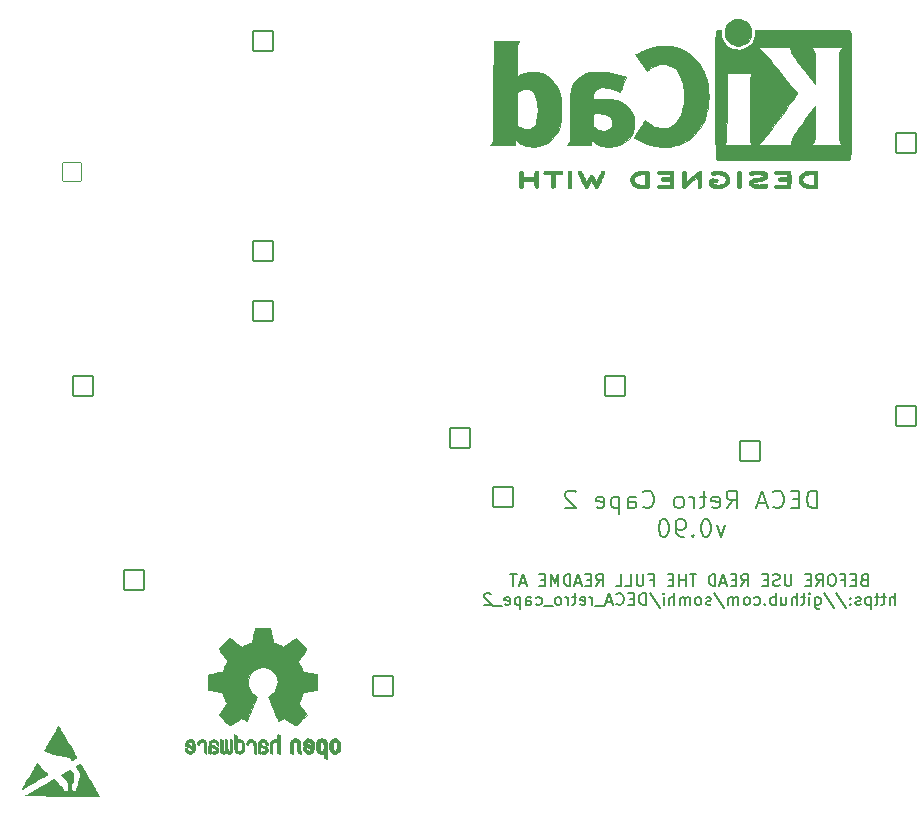
<source format=gbr>
%TF.GenerationSoftware,KiCad,Pcbnew,6.0.9-8da3e8f707~117~ubuntu20.04.1*%
%TF.CreationDate,2022-12-25T13:31:21+01:00*%
%TF.ProjectId,arrow_deca_retro_cape,6172726f-775f-4646-9563-615f72657472,0.90*%
%TF.SameCoordinates,Original*%
%TF.FileFunction,Legend,Bot*%
%TF.FilePolarity,Positive*%
%FSLAX46Y46*%
G04 Gerber Fmt 4.6, Leading zero omitted, Abs format (unit mm)*
G04 Created by KiCad (PCBNEW 6.0.9-8da3e8f707~117~ubuntu20.04.1) date 2022-12-25 13:31:21*
%MOMM*%
%LPD*%
G01*
G04 APERTURE LIST*
G04 Aperture macros list*
%AMRoundRect*
0 Rectangle with rounded corners*
0 $1 Rounding radius*
0 $2 $3 $4 $5 $6 $7 $8 $9 X,Y pos of 4 corners*
0 Add a 4 corners polygon primitive as box body*
4,1,4,$2,$3,$4,$5,$6,$7,$8,$9,$2,$3,0*
0 Add four circle primitives for the rounded corners*
1,1,$1+$1,$2,$3*
1,1,$1+$1,$4,$5*
1,1,$1+$1,$6,$7*
1,1,$1+$1,$8,$9*
0 Add four rect primitives between the rounded corners*
20,1,$1+$1,$2,$3,$4,$5,0*
20,1,$1+$1,$4,$5,$6,$7,0*
20,1,$1+$1,$6,$7,$8,$9,0*
20,1,$1+$1,$8,$9,$2,$3,0*%
G04 Aperture macros list end*
%ADD10C,0.150000*%
%ADD11C,0.010000*%
%ADD12RoundRect,0.050000X-0.850000X-0.850000X0.850000X-0.850000X0.850000X0.850000X-0.850000X0.850000X0*%
%ADD13O,1.800000X1.800000*%
%ADD14C,1.800000*%
%ADD15RoundRect,0.050000X0.850000X0.850000X-0.850000X0.850000X-0.850000X-0.850000X0.850000X-0.850000X0*%
%ADD16C,1.400000*%
%ADD17C,2.900000*%
%ADD18RoundRect,0.050000X0.850000X-0.850000X0.850000X0.850000X-0.850000X0.850000X-0.850000X-0.850000X0*%
%ADD19RoundRect,0.050800X-0.787400X-0.787400X0.787400X-0.787400X0.787400X0.787400X-0.787400X0.787400X0*%
%ADD20C,1.676400*%
%ADD21C,2.946400*%
%ADD22C,4.100000*%
%ADD23RoundRect,0.050000X-0.800000X0.800000X-0.800000X-0.800000X0.800000X-0.800000X0.800000X0.800000X0*%
%ADD24C,1.700000*%
%ADD25RoundRect,0.050000X0.800000X-0.800000X0.800000X0.800000X-0.800000X0.800000X-0.800000X-0.800000X0*%
%ADD26RoundRect,0.050000X-0.850000X0.850000X-0.850000X-0.850000X0.850000X-0.850000X0.850000X0.850000X0*%
G04 APERTURE END LIST*
D10*
X157587695Y-98996371D02*
X157444838Y-99043990D01*
X157397219Y-99091609D01*
X157349600Y-99186847D01*
X157349600Y-99329704D01*
X157397219Y-99424942D01*
X157444838Y-99472561D01*
X157540076Y-99520180D01*
X157921028Y-99520180D01*
X157921028Y-98520180D01*
X157587695Y-98520180D01*
X157492457Y-98567800D01*
X157444838Y-98615419D01*
X157397219Y-98710657D01*
X157397219Y-98805895D01*
X157444838Y-98901133D01*
X157492457Y-98948752D01*
X157587695Y-98996371D01*
X157921028Y-98996371D01*
X156921028Y-98996371D02*
X156587695Y-98996371D01*
X156444838Y-99520180D02*
X156921028Y-99520180D01*
X156921028Y-98520180D01*
X156444838Y-98520180D01*
X155682933Y-98996371D02*
X156016266Y-98996371D01*
X156016266Y-99520180D02*
X156016266Y-98520180D01*
X155540076Y-98520180D01*
X154968647Y-98520180D02*
X154778171Y-98520180D01*
X154682933Y-98567800D01*
X154587695Y-98663038D01*
X154540076Y-98853514D01*
X154540076Y-99186847D01*
X154587695Y-99377323D01*
X154682933Y-99472561D01*
X154778171Y-99520180D01*
X154968647Y-99520180D01*
X155063885Y-99472561D01*
X155159123Y-99377323D01*
X155206742Y-99186847D01*
X155206742Y-98853514D01*
X155159123Y-98663038D01*
X155063885Y-98567800D01*
X154968647Y-98520180D01*
X153540076Y-99520180D02*
X153873409Y-99043990D01*
X154111504Y-99520180D02*
X154111504Y-98520180D01*
X153730552Y-98520180D01*
X153635314Y-98567800D01*
X153587695Y-98615419D01*
X153540076Y-98710657D01*
X153540076Y-98853514D01*
X153587695Y-98948752D01*
X153635314Y-98996371D01*
X153730552Y-99043990D01*
X154111504Y-99043990D01*
X153111504Y-98996371D02*
X152778171Y-98996371D01*
X152635314Y-99520180D02*
X153111504Y-99520180D01*
X153111504Y-98520180D01*
X152635314Y-98520180D01*
X151444838Y-98520180D02*
X151444838Y-99329704D01*
X151397219Y-99424942D01*
X151349600Y-99472561D01*
X151254361Y-99520180D01*
X151063885Y-99520180D01*
X150968647Y-99472561D01*
X150921028Y-99424942D01*
X150873409Y-99329704D01*
X150873409Y-98520180D01*
X150444838Y-99472561D02*
X150301980Y-99520180D01*
X150063885Y-99520180D01*
X149968647Y-99472561D01*
X149921028Y-99424942D01*
X149873409Y-99329704D01*
X149873409Y-99234466D01*
X149921028Y-99139228D01*
X149968647Y-99091609D01*
X150063885Y-99043990D01*
X150254361Y-98996371D01*
X150349600Y-98948752D01*
X150397219Y-98901133D01*
X150444838Y-98805895D01*
X150444838Y-98710657D01*
X150397219Y-98615419D01*
X150349600Y-98567800D01*
X150254361Y-98520180D01*
X150016266Y-98520180D01*
X149873409Y-98567800D01*
X149444838Y-98996371D02*
X149111504Y-98996371D01*
X148968647Y-99520180D02*
X149444838Y-99520180D01*
X149444838Y-98520180D01*
X148968647Y-98520180D01*
X147206742Y-99520180D02*
X147540076Y-99043990D01*
X147778171Y-99520180D02*
X147778171Y-98520180D01*
X147397219Y-98520180D01*
X147301980Y-98567800D01*
X147254361Y-98615419D01*
X147206742Y-98710657D01*
X147206742Y-98853514D01*
X147254361Y-98948752D01*
X147301980Y-98996371D01*
X147397219Y-99043990D01*
X147778171Y-99043990D01*
X146778171Y-98996371D02*
X146444838Y-98996371D01*
X146301980Y-99520180D02*
X146778171Y-99520180D01*
X146778171Y-98520180D01*
X146301980Y-98520180D01*
X145921028Y-99234466D02*
X145444838Y-99234466D01*
X146016266Y-99520180D02*
X145682933Y-98520180D01*
X145349600Y-99520180D01*
X145016266Y-99520180D02*
X145016266Y-98520180D01*
X144778171Y-98520180D01*
X144635314Y-98567800D01*
X144540076Y-98663038D01*
X144492457Y-98758276D01*
X144444838Y-98948752D01*
X144444838Y-99091609D01*
X144492457Y-99282085D01*
X144540076Y-99377323D01*
X144635314Y-99472561D01*
X144778171Y-99520180D01*
X145016266Y-99520180D01*
X143397219Y-98520180D02*
X142825790Y-98520180D01*
X143111504Y-99520180D02*
X143111504Y-98520180D01*
X142492457Y-99520180D02*
X142492457Y-98520180D01*
X142492457Y-98996371D02*
X141921028Y-98996371D01*
X141921028Y-99520180D02*
X141921028Y-98520180D01*
X141444838Y-98996371D02*
X141111504Y-98996371D01*
X140968647Y-99520180D02*
X141444838Y-99520180D01*
X141444838Y-98520180D01*
X140968647Y-98520180D01*
X139444838Y-98996371D02*
X139778171Y-98996371D01*
X139778171Y-99520180D02*
X139778171Y-98520180D01*
X139301980Y-98520180D01*
X138921028Y-98520180D02*
X138921028Y-99329704D01*
X138873409Y-99424942D01*
X138825790Y-99472561D01*
X138730552Y-99520180D01*
X138540076Y-99520180D01*
X138444838Y-99472561D01*
X138397219Y-99424942D01*
X138349600Y-99329704D01*
X138349600Y-98520180D01*
X137397219Y-99520180D02*
X137873409Y-99520180D01*
X137873409Y-98520180D01*
X136587695Y-99520180D02*
X137063885Y-99520180D01*
X137063885Y-98520180D01*
X134921028Y-99520180D02*
X135254361Y-99043990D01*
X135492457Y-99520180D02*
X135492457Y-98520180D01*
X135111504Y-98520180D01*
X135016266Y-98567800D01*
X134968647Y-98615419D01*
X134921028Y-98710657D01*
X134921028Y-98853514D01*
X134968647Y-98948752D01*
X135016266Y-98996371D01*
X135111504Y-99043990D01*
X135492457Y-99043990D01*
X134492457Y-98996371D02*
X134159123Y-98996371D01*
X134016266Y-99520180D02*
X134492457Y-99520180D01*
X134492457Y-98520180D01*
X134016266Y-98520180D01*
X133635314Y-99234466D02*
X133159123Y-99234466D01*
X133730552Y-99520180D02*
X133397219Y-98520180D01*
X133063885Y-99520180D01*
X132730552Y-99520180D02*
X132730552Y-98520180D01*
X132492457Y-98520180D01*
X132349600Y-98567800D01*
X132254361Y-98663038D01*
X132206742Y-98758276D01*
X132159123Y-98948752D01*
X132159123Y-99091609D01*
X132206742Y-99282085D01*
X132254361Y-99377323D01*
X132349600Y-99472561D01*
X132492457Y-99520180D01*
X132730552Y-99520180D01*
X131730552Y-99520180D02*
X131730552Y-98520180D01*
X131397219Y-99234466D01*
X131063885Y-98520180D01*
X131063885Y-99520180D01*
X130587695Y-98996371D02*
X130254361Y-98996371D01*
X130111504Y-99520180D02*
X130587695Y-99520180D01*
X130587695Y-98520180D01*
X130111504Y-98520180D01*
X128968647Y-99234466D02*
X128492457Y-99234466D01*
X129063885Y-99520180D02*
X128730552Y-98520180D01*
X128397219Y-99520180D01*
X128206742Y-98520180D02*
X127635314Y-98520180D01*
X127921028Y-99520180D02*
X127921028Y-98520180D01*
X160206742Y-101130180D02*
X160206742Y-100130180D01*
X159778171Y-101130180D02*
X159778171Y-100606371D01*
X159825790Y-100511133D01*
X159921028Y-100463514D01*
X160063885Y-100463514D01*
X160159123Y-100511133D01*
X160206742Y-100558752D01*
X159444838Y-100463514D02*
X159063885Y-100463514D01*
X159301980Y-100130180D02*
X159301980Y-100987323D01*
X159254361Y-101082561D01*
X159159123Y-101130180D01*
X159063885Y-101130180D01*
X158873409Y-100463514D02*
X158492457Y-100463514D01*
X158730552Y-100130180D02*
X158730552Y-100987323D01*
X158682933Y-101082561D01*
X158587695Y-101130180D01*
X158492457Y-101130180D01*
X158159123Y-100463514D02*
X158159123Y-101463514D01*
X158159123Y-100511133D02*
X158063885Y-100463514D01*
X157873409Y-100463514D01*
X157778171Y-100511133D01*
X157730552Y-100558752D01*
X157682933Y-100653990D01*
X157682933Y-100939704D01*
X157730552Y-101034942D01*
X157778171Y-101082561D01*
X157873409Y-101130180D01*
X158063885Y-101130180D01*
X158159123Y-101082561D01*
X157301980Y-101082561D02*
X157206742Y-101130180D01*
X157016266Y-101130180D01*
X156921028Y-101082561D01*
X156873409Y-100987323D01*
X156873409Y-100939704D01*
X156921028Y-100844466D01*
X157016266Y-100796847D01*
X157159123Y-100796847D01*
X157254361Y-100749228D01*
X157301980Y-100653990D01*
X157301980Y-100606371D01*
X157254361Y-100511133D01*
X157159123Y-100463514D01*
X157016266Y-100463514D01*
X156921028Y-100511133D01*
X156444838Y-101034942D02*
X156397219Y-101082561D01*
X156444838Y-101130180D01*
X156492457Y-101082561D01*
X156444838Y-101034942D01*
X156444838Y-101130180D01*
X156444838Y-100511133D02*
X156397219Y-100558752D01*
X156444838Y-100606371D01*
X156492457Y-100558752D01*
X156444838Y-100511133D01*
X156444838Y-100606371D01*
X155254361Y-100082561D02*
X156111504Y-101368276D01*
X154206742Y-100082561D02*
X155063885Y-101368276D01*
X153444838Y-100463514D02*
X153444838Y-101273038D01*
X153492457Y-101368276D01*
X153540076Y-101415895D01*
X153635314Y-101463514D01*
X153778171Y-101463514D01*
X153873409Y-101415895D01*
X153444838Y-101082561D02*
X153540076Y-101130180D01*
X153730552Y-101130180D01*
X153825790Y-101082561D01*
X153873409Y-101034942D01*
X153921028Y-100939704D01*
X153921028Y-100653990D01*
X153873409Y-100558752D01*
X153825790Y-100511133D01*
X153730552Y-100463514D01*
X153540076Y-100463514D01*
X153444838Y-100511133D01*
X152968647Y-101130180D02*
X152968647Y-100463514D01*
X152968647Y-100130180D02*
X153016266Y-100177800D01*
X152968647Y-100225419D01*
X152921028Y-100177800D01*
X152968647Y-100130180D01*
X152968647Y-100225419D01*
X152635314Y-100463514D02*
X152254361Y-100463514D01*
X152492457Y-100130180D02*
X152492457Y-100987323D01*
X152444838Y-101082561D01*
X152349600Y-101130180D01*
X152254361Y-101130180D01*
X151921028Y-101130180D02*
X151921028Y-100130180D01*
X151492457Y-101130180D02*
X151492457Y-100606371D01*
X151540076Y-100511133D01*
X151635314Y-100463514D01*
X151778171Y-100463514D01*
X151873409Y-100511133D01*
X151921028Y-100558752D01*
X150587695Y-100463514D02*
X150587695Y-101130180D01*
X151016266Y-100463514D02*
X151016266Y-100987323D01*
X150968647Y-101082561D01*
X150873409Y-101130180D01*
X150730552Y-101130180D01*
X150635314Y-101082561D01*
X150587695Y-101034942D01*
X150111504Y-101130180D02*
X150111504Y-100130180D01*
X150111504Y-100511133D02*
X150016266Y-100463514D01*
X149825790Y-100463514D01*
X149730552Y-100511133D01*
X149682933Y-100558752D01*
X149635314Y-100653990D01*
X149635314Y-100939704D01*
X149682933Y-101034942D01*
X149730552Y-101082561D01*
X149825790Y-101130180D01*
X150016266Y-101130180D01*
X150111504Y-101082561D01*
X149206742Y-101034942D02*
X149159123Y-101082561D01*
X149206742Y-101130180D01*
X149254361Y-101082561D01*
X149206742Y-101034942D01*
X149206742Y-101130180D01*
X148301980Y-101082561D02*
X148397219Y-101130180D01*
X148587695Y-101130180D01*
X148682933Y-101082561D01*
X148730552Y-101034942D01*
X148778171Y-100939704D01*
X148778171Y-100653990D01*
X148730552Y-100558752D01*
X148682933Y-100511133D01*
X148587695Y-100463514D01*
X148397219Y-100463514D01*
X148301980Y-100511133D01*
X147730552Y-101130180D02*
X147825790Y-101082561D01*
X147873409Y-101034942D01*
X147921028Y-100939704D01*
X147921028Y-100653990D01*
X147873409Y-100558752D01*
X147825790Y-100511133D01*
X147730552Y-100463514D01*
X147587695Y-100463514D01*
X147492457Y-100511133D01*
X147444838Y-100558752D01*
X147397219Y-100653990D01*
X147397219Y-100939704D01*
X147444838Y-101034942D01*
X147492457Y-101082561D01*
X147587695Y-101130180D01*
X147730552Y-101130180D01*
X146968647Y-101130180D02*
X146968647Y-100463514D01*
X146968647Y-100558752D02*
X146921028Y-100511133D01*
X146825790Y-100463514D01*
X146682933Y-100463514D01*
X146587695Y-100511133D01*
X146540076Y-100606371D01*
X146540076Y-101130180D01*
X146540076Y-100606371D02*
X146492457Y-100511133D01*
X146397219Y-100463514D01*
X146254361Y-100463514D01*
X146159123Y-100511133D01*
X146111504Y-100606371D01*
X146111504Y-101130180D01*
X144921028Y-100082561D02*
X145778171Y-101368276D01*
X144635314Y-101082561D02*
X144540076Y-101130180D01*
X144349600Y-101130180D01*
X144254361Y-101082561D01*
X144206742Y-100987323D01*
X144206742Y-100939704D01*
X144254361Y-100844466D01*
X144349600Y-100796847D01*
X144492457Y-100796847D01*
X144587695Y-100749228D01*
X144635314Y-100653990D01*
X144635314Y-100606371D01*
X144587695Y-100511133D01*
X144492457Y-100463514D01*
X144349600Y-100463514D01*
X144254361Y-100511133D01*
X143635314Y-101130180D02*
X143730552Y-101082561D01*
X143778171Y-101034942D01*
X143825790Y-100939704D01*
X143825790Y-100653990D01*
X143778171Y-100558752D01*
X143730552Y-100511133D01*
X143635314Y-100463514D01*
X143492457Y-100463514D01*
X143397219Y-100511133D01*
X143349600Y-100558752D01*
X143301980Y-100653990D01*
X143301980Y-100939704D01*
X143349600Y-101034942D01*
X143397219Y-101082561D01*
X143492457Y-101130180D01*
X143635314Y-101130180D01*
X142873409Y-101130180D02*
X142873409Y-100463514D01*
X142873409Y-100558752D02*
X142825790Y-100511133D01*
X142730552Y-100463514D01*
X142587695Y-100463514D01*
X142492457Y-100511133D01*
X142444838Y-100606371D01*
X142444838Y-101130180D01*
X142444838Y-100606371D02*
X142397219Y-100511133D01*
X142301980Y-100463514D01*
X142159123Y-100463514D01*
X142063885Y-100511133D01*
X142016266Y-100606371D01*
X142016266Y-101130180D01*
X141540076Y-101130180D02*
X141540076Y-100130180D01*
X141111504Y-101130180D02*
X141111504Y-100606371D01*
X141159123Y-100511133D01*
X141254361Y-100463514D01*
X141397219Y-100463514D01*
X141492457Y-100511133D01*
X141540076Y-100558752D01*
X140635314Y-101130180D02*
X140635314Y-100463514D01*
X140635314Y-100130180D02*
X140682933Y-100177800D01*
X140635314Y-100225419D01*
X140587695Y-100177800D01*
X140635314Y-100130180D01*
X140635314Y-100225419D01*
X139444838Y-100082561D02*
X140301980Y-101368276D01*
X139111504Y-101130180D02*
X139111504Y-100130180D01*
X138873409Y-100130180D01*
X138730552Y-100177800D01*
X138635314Y-100273038D01*
X138587695Y-100368276D01*
X138540076Y-100558752D01*
X138540076Y-100701609D01*
X138587695Y-100892085D01*
X138635314Y-100987323D01*
X138730552Y-101082561D01*
X138873409Y-101130180D01*
X139111504Y-101130180D01*
X138111504Y-100606371D02*
X137778171Y-100606371D01*
X137635314Y-101130180D02*
X138111504Y-101130180D01*
X138111504Y-100130180D01*
X137635314Y-100130180D01*
X136635314Y-101034942D02*
X136682933Y-101082561D01*
X136825790Y-101130180D01*
X136921028Y-101130180D01*
X137063885Y-101082561D01*
X137159123Y-100987323D01*
X137206742Y-100892085D01*
X137254361Y-100701609D01*
X137254361Y-100558752D01*
X137206742Y-100368276D01*
X137159123Y-100273038D01*
X137063885Y-100177800D01*
X136921028Y-100130180D01*
X136825790Y-100130180D01*
X136682933Y-100177800D01*
X136635314Y-100225419D01*
X136254361Y-100844466D02*
X135778171Y-100844466D01*
X136349600Y-101130180D02*
X136016266Y-100130180D01*
X135682933Y-101130180D01*
X135587695Y-101225419D02*
X134825790Y-101225419D01*
X134587695Y-101130180D02*
X134587695Y-100463514D01*
X134587695Y-100653990D02*
X134540076Y-100558752D01*
X134492457Y-100511133D01*
X134397219Y-100463514D01*
X134301980Y-100463514D01*
X133587695Y-101082561D02*
X133682933Y-101130180D01*
X133873409Y-101130180D01*
X133968647Y-101082561D01*
X134016266Y-100987323D01*
X134016266Y-100606371D01*
X133968647Y-100511133D01*
X133873409Y-100463514D01*
X133682933Y-100463514D01*
X133587695Y-100511133D01*
X133540076Y-100606371D01*
X133540076Y-100701609D01*
X134016266Y-100796847D01*
X133254361Y-100463514D02*
X132873409Y-100463514D01*
X133111504Y-100130180D02*
X133111504Y-100987323D01*
X133063885Y-101082561D01*
X132968647Y-101130180D01*
X132873409Y-101130180D01*
X132540076Y-101130180D02*
X132540076Y-100463514D01*
X132540076Y-100653990D02*
X132492457Y-100558752D01*
X132444838Y-100511133D01*
X132349600Y-100463514D01*
X132254361Y-100463514D01*
X131778171Y-101130180D02*
X131873409Y-101082561D01*
X131921028Y-101034942D01*
X131968647Y-100939704D01*
X131968647Y-100653990D01*
X131921028Y-100558752D01*
X131873409Y-100511133D01*
X131778171Y-100463514D01*
X131635314Y-100463514D01*
X131540076Y-100511133D01*
X131492457Y-100558752D01*
X131444838Y-100653990D01*
X131444838Y-100939704D01*
X131492457Y-101034942D01*
X131540076Y-101082561D01*
X131635314Y-101130180D01*
X131778171Y-101130180D01*
X131254361Y-101225419D02*
X130492457Y-101225419D01*
X129825790Y-101082561D02*
X129921028Y-101130180D01*
X130111504Y-101130180D01*
X130206742Y-101082561D01*
X130254361Y-101034942D01*
X130301980Y-100939704D01*
X130301980Y-100653990D01*
X130254361Y-100558752D01*
X130206742Y-100511133D01*
X130111504Y-100463514D01*
X129921028Y-100463514D01*
X129825790Y-100511133D01*
X128968647Y-101130180D02*
X128968647Y-100606371D01*
X129016266Y-100511133D01*
X129111504Y-100463514D01*
X129301980Y-100463514D01*
X129397219Y-100511133D01*
X128968647Y-101082561D02*
X129063885Y-101130180D01*
X129301980Y-101130180D01*
X129397219Y-101082561D01*
X129444838Y-100987323D01*
X129444838Y-100892085D01*
X129397219Y-100796847D01*
X129301980Y-100749228D01*
X129063885Y-100749228D01*
X128968647Y-100701609D01*
X128492457Y-100463514D02*
X128492457Y-101463514D01*
X128492457Y-100511133D02*
X128397219Y-100463514D01*
X128206742Y-100463514D01*
X128111504Y-100511133D01*
X128063885Y-100558752D01*
X128016266Y-100653990D01*
X128016266Y-100939704D01*
X128063885Y-101034942D01*
X128111504Y-101082561D01*
X128206742Y-101130180D01*
X128397219Y-101130180D01*
X128492457Y-101082561D01*
X127206742Y-101082561D02*
X127301980Y-101130180D01*
X127492457Y-101130180D01*
X127587695Y-101082561D01*
X127635314Y-100987323D01*
X127635314Y-100606371D01*
X127587695Y-100511133D01*
X127492457Y-100463514D01*
X127301980Y-100463514D01*
X127206742Y-100511133D01*
X127159123Y-100606371D01*
X127159123Y-100701609D01*
X127635314Y-100796847D01*
X126968647Y-101225419D02*
X126206742Y-101225419D01*
X126016266Y-100225419D02*
X125968647Y-100177800D01*
X125873409Y-100130180D01*
X125635314Y-100130180D01*
X125540076Y-100177800D01*
X125492457Y-100225419D01*
X125444838Y-100320657D01*
X125444838Y-100415895D01*
X125492457Y-100558752D01*
X126063885Y-101130180D01*
X125444838Y-101130180D01*
X153609142Y-92943071D02*
X153609142Y-91443071D01*
X153252000Y-91443071D01*
X153037714Y-91514500D01*
X152894857Y-91657357D01*
X152823428Y-91800214D01*
X152752000Y-92085928D01*
X152752000Y-92300214D01*
X152823428Y-92585928D01*
X152894857Y-92728785D01*
X153037714Y-92871642D01*
X153252000Y-92943071D01*
X153609142Y-92943071D01*
X152109142Y-92157357D02*
X151609142Y-92157357D01*
X151394857Y-92943071D02*
X152109142Y-92943071D01*
X152109142Y-91443071D01*
X151394857Y-91443071D01*
X149894857Y-92800214D02*
X149966285Y-92871642D01*
X150180571Y-92943071D01*
X150323428Y-92943071D01*
X150537714Y-92871642D01*
X150680571Y-92728785D01*
X150752000Y-92585928D01*
X150823428Y-92300214D01*
X150823428Y-92085928D01*
X150752000Y-91800214D01*
X150680571Y-91657357D01*
X150537714Y-91514500D01*
X150323428Y-91443071D01*
X150180571Y-91443071D01*
X149966285Y-91514500D01*
X149894857Y-91585928D01*
X149323428Y-92514500D02*
X148609142Y-92514500D01*
X149466285Y-92943071D02*
X148966285Y-91443071D01*
X148466285Y-92943071D01*
X145966285Y-92943071D02*
X146466285Y-92228785D01*
X146823428Y-92943071D02*
X146823428Y-91443071D01*
X146252000Y-91443071D01*
X146109142Y-91514500D01*
X146037714Y-91585928D01*
X145966285Y-91728785D01*
X145966285Y-91943071D01*
X146037714Y-92085928D01*
X146109142Y-92157357D01*
X146252000Y-92228785D01*
X146823428Y-92228785D01*
X144752000Y-92871642D02*
X144894857Y-92943071D01*
X145180571Y-92943071D01*
X145323428Y-92871642D01*
X145394857Y-92728785D01*
X145394857Y-92157357D01*
X145323428Y-92014500D01*
X145180571Y-91943071D01*
X144894857Y-91943071D01*
X144752000Y-92014500D01*
X144680571Y-92157357D01*
X144680571Y-92300214D01*
X145394857Y-92443071D01*
X144252000Y-91943071D02*
X143680571Y-91943071D01*
X144037714Y-91443071D02*
X144037714Y-92728785D01*
X143966285Y-92871642D01*
X143823428Y-92943071D01*
X143680571Y-92943071D01*
X143180571Y-92943071D02*
X143180571Y-91943071D01*
X143180571Y-92228785D02*
X143109142Y-92085928D01*
X143037714Y-92014500D01*
X142894857Y-91943071D01*
X142752000Y-91943071D01*
X142037714Y-92943071D02*
X142180571Y-92871642D01*
X142252000Y-92800214D01*
X142323428Y-92657357D01*
X142323428Y-92228785D01*
X142252000Y-92085928D01*
X142180571Y-92014500D01*
X142037714Y-91943071D01*
X141823428Y-91943071D01*
X141680571Y-92014500D01*
X141609142Y-92085928D01*
X141537714Y-92228785D01*
X141537714Y-92657357D01*
X141609142Y-92800214D01*
X141680571Y-92871642D01*
X141823428Y-92943071D01*
X142037714Y-92943071D01*
X138894857Y-92800214D02*
X138966285Y-92871642D01*
X139180571Y-92943071D01*
X139323428Y-92943071D01*
X139537714Y-92871642D01*
X139680571Y-92728785D01*
X139752000Y-92585928D01*
X139823428Y-92300214D01*
X139823428Y-92085928D01*
X139752000Y-91800214D01*
X139680571Y-91657357D01*
X139537714Y-91514500D01*
X139323428Y-91443071D01*
X139180571Y-91443071D01*
X138966285Y-91514500D01*
X138894857Y-91585928D01*
X137609142Y-92943071D02*
X137609142Y-92157357D01*
X137680571Y-92014500D01*
X137823428Y-91943071D01*
X138109142Y-91943071D01*
X138252000Y-92014500D01*
X137609142Y-92871642D02*
X137752000Y-92943071D01*
X138109142Y-92943071D01*
X138252000Y-92871642D01*
X138323428Y-92728785D01*
X138323428Y-92585928D01*
X138252000Y-92443071D01*
X138109142Y-92371642D01*
X137752000Y-92371642D01*
X137609142Y-92300214D01*
X136894857Y-91943071D02*
X136894857Y-93443071D01*
X136894857Y-92014500D02*
X136752000Y-91943071D01*
X136466285Y-91943071D01*
X136323428Y-92014500D01*
X136252000Y-92085928D01*
X136180571Y-92228785D01*
X136180571Y-92657357D01*
X136252000Y-92800214D01*
X136323428Y-92871642D01*
X136466285Y-92943071D01*
X136752000Y-92943071D01*
X136894857Y-92871642D01*
X134966285Y-92871642D02*
X135109142Y-92943071D01*
X135394857Y-92943071D01*
X135537714Y-92871642D01*
X135609142Y-92728785D01*
X135609142Y-92157357D01*
X135537714Y-92014500D01*
X135394857Y-91943071D01*
X135109142Y-91943071D01*
X134966285Y-92014500D01*
X134894857Y-92157357D01*
X134894857Y-92300214D01*
X135609142Y-92443071D01*
X133180571Y-91585928D02*
X133109142Y-91514500D01*
X132966285Y-91443071D01*
X132609142Y-91443071D01*
X132466285Y-91514500D01*
X132394857Y-91585928D01*
X132323428Y-91728785D01*
X132323428Y-91871642D01*
X132394857Y-92085928D01*
X133252000Y-92943071D01*
X132323428Y-92943071D01*
X145859142Y-94358071D02*
X145502000Y-95358071D01*
X145144857Y-94358071D01*
X144287714Y-93858071D02*
X144144857Y-93858071D01*
X144002000Y-93929500D01*
X143930571Y-94000928D01*
X143859142Y-94143785D01*
X143787714Y-94429500D01*
X143787714Y-94786642D01*
X143859142Y-95072357D01*
X143930571Y-95215214D01*
X144002000Y-95286642D01*
X144144857Y-95358071D01*
X144287714Y-95358071D01*
X144430571Y-95286642D01*
X144502000Y-95215214D01*
X144573428Y-95072357D01*
X144644857Y-94786642D01*
X144644857Y-94429500D01*
X144573428Y-94143785D01*
X144502000Y-94000928D01*
X144430571Y-93929500D01*
X144287714Y-93858071D01*
X143144857Y-95215214D02*
X143073428Y-95286642D01*
X143144857Y-95358071D01*
X143216285Y-95286642D01*
X143144857Y-95215214D01*
X143144857Y-95358071D01*
X142359142Y-95358071D02*
X142073428Y-95358071D01*
X141930571Y-95286642D01*
X141859142Y-95215214D01*
X141716285Y-95000928D01*
X141644857Y-94715214D01*
X141644857Y-94143785D01*
X141716285Y-94000928D01*
X141787714Y-93929500D01*
X141930571Y-93858071D01*
X142216285Y-93858071D01*
X142359142Y-93929500D01*
X142430571Y-94000928D01*
X142502000Y-94143785D01*
X142502000Y-94500928D01*
X142430571Y-94643785D01*
X142359142Y-94715214D01*
X142216285Y-94786642D01*
X141930571Y-94786642D01*
X141787714Y-94715214D01*
X141716285Y-94643785D01*
X141644857Y-94500928D01*
X140716285Y-93858071D02*
X140573428Y-93858071D01*
X140430571Y-93929500D01*
X140359142Y-94000928D01*
X140287714Y-94143785D01*
X140216285Y-94429500D01*
X140216285Y-94786642D01*
X140287714Y-95072357D01*
X140359142Y-95215214D01*
X140430571Y-95286642D01*
X140573428Y-95358071D01*
X140716285Y-95358071D01*
X140859142Y-95286642D01*
X140930571Y-95215214D01*
X141002000Y-95072357D01*
X141073428Y-94786642D01*
X141073428Y-94429500D01*
X141002000Y-94143785D01*
X140930571Y-94000928D01*
X140859142Y-93929500D01*
X140716285Y-93858071D01*
%TO.C,LO1*%
G36*
X139392906Y-65652188D02*
G01*
X139387022Y-65698235D01*
X139378832Y-65729979D01*
X139367955Y-65752925D01*
X139354012Y-65772574D01*
X139307009Y-65832329D01*
X138974146Y-65831136D01*
X138904244Y-65830537D01*
X138706398Y-65823645D01*
X138543752Y-65808212D01*
X138408964Y-65782985D01*
X138294689Y-65746714D01*
X138193586Y-65698148D01*
X138186839Y-65694297D01*
X138070699Y-65620533D01*
X137985613Y-65546271D01*
X137919687Y-65458912D01*
X137861027Y-65345855D01*
X137852425Y-65326539D01*
X137807068Y-65199603D01*
X137795548Y-65108086D01*
X138095371Y-65108086D01*
X138106646Y-65157764D01*
X138118150Y-65189661D01*
X138184303Y-65310013D01*
X138279403Y-65401928D01*
X138407503Y-65468494D01*
X138572655Y-65512800D01*
X138578268Y-65513809D01*
X138671252Y-65525787D01*
X138784548Y-65534280D01*
X138894913Y-65537508D01*
X139083516Y-65537508D01*
X139083516Y-64653043D01*
X138907757Y-64653943D01*
X138773320Y-64658918D01*
X138587699Y-64681521D01*
X138428361Y-64720774D01*
X138303858Y-64774963D01*
X138241702Y-64816605D01*
X138185211Y-64876403D01*
X138138324Y-64961638D01*
X138124006Y-64993713D01*
X138100253Y-65059006D01*
X138095371Y-65108086D01*
X137795548Y-65108086D01*
X137793064Y-65088352D01*
X137810344Y-64977808D01*
X137858843Y-64852989D01*
X137860442Y-64849588D01*
X137941706Y-64710125D01*
X138043527Y-64596422D01*
X138169538Y-64506889D01*
X138323374Y-64439934D01*
X138508667Y-64393969D01*
X138729052Y-64367401D01*
X138988163Y-64358640D01*
X138995338Y-64358630D01*
X139115915Y-64358911D01*
X139200150Y-64360993D01*
X139256629Y-64366204D01*
X139293932Y-64375872D01*
X139320645Y-64391324D01*
X139345350Y-64413887D01*
X139401016Y-64469553D01*
X139401016Y-65091186D01*
X139400965Y-65214947D01*
X139400512Y-65373221D01*
X139399271Y-65495184D01*
X139398152Y-65537508D01*
X139396862Y-65586339D01*
X139392906Y-65652188D01*
G37*
D11*
X139392906Y-65652188D02*
X139387022Y-65698235D01*
X139378832Y-65729979D01*
X139367955Y-65752925D01*
X139354012Y-65772574D01*
X139307009Y-65832329D01*
X138974146Y-65831136D01*
X138904244Y-65830537D01*
X138706398Y-65823645D01*
X138543752Y-65808212D01*
X138408964Y-65782985D01*
X138294689Y-65746714D01*
X138193586Y-65698148D01*
X138186839Y-65694297D01*
X138070699Y-65620533D01*
X137985613Y-65546271D01*
X137919687Y-65458912D01*
X137861027Y-65345855D01*
X137852425Y-65326539D01*
X137807068Y-65199603D01*
X137795548Y-65108086D01*
X138095371Y-65108086D01*
X138106646Y-65157764D01*
X138118150Y-65189661D01*
X138184303Y-65310013D01*
X138279403Y-65401928D01*
X138407503Y-65468494D01*
X138572655Y-65512800D01*
X138578268Y-65513809D01*
X138671252Y-65525787D01*
X138784548Y-65534280D01*
X138894913Y-65537508D01*
X139083516Y-65537508D01*
X139083516Y-64653043D01*
X138907757Y-64653943D01*
X138773320Y-64658918D01*
X138587699Y-64681521D01*
X138428361Y-64720774D01*
X138303858Y-64774963D01*
X138241702Y-64816605D01*
X138185211Y-64876403D01*
X138138324Y-64961638D01*
X138124006Y-64993713D01*
X138100253Y-65059006D01*
X138095371Y-65108086D01*
X137795548Y-65108086D01*
X137793064Y-65088352D01*
X137810344Y-64977808D01*
X137858843Y-64852989D01*
X137860442Y-64849588D01*
X137941706Y-64710125D01*
X138043527Y-64596422D01*
X138169538Y-64506889D01*
X138323374Y-64439934D01*
X138508667Y-64393969D01*
X138729052Y-64367401D01*
X138988163Y-64358640D01*
X138995338Y-64358630D01*
X139115915Y-64358911D01*
X139200150Y-64360993D01*
X139256629Y-64366204D01*
X139293932Y-64375872D01*
X139320645Y-64391324D01*
X139345350Y-64413887D01*
X139401016Y-64469553D01*
X139401016Y-65091186D01*
X139400965Y-65214947D01*
X139400512Y-65373221D01*
X139399271Y-65495184D01*
X139398152Y-65537508D01*
X139396862Y-65586339D01*
X139392906Y-65652188D01*
G36*
X133580149Y-64377129D02*
G01*
X133616230Y-64414316D01*
X133657615Y-64476757D01*
X133707501Y-64568535D01*
X133769085Y-64693736D01*
X133845564Y-64856445D01*
X133874962Y-64919492D01*
X133934725Y-65046422D01*
X133987148Y-65156122D01*
X134029324Y-65242599D01*
X134058347Y-65299860D01*
X134071310Y-65321912D01*
X134074040Y-65320745D01*
X134094113Y-65292726D01*
X134128849Y-65233386D01*
X134174245Y-65149781D01*
X134226293Y-65048964D01*
X134258381Y-64985706D01*
X134316539Y-64874504D01*
X134361717Y-64796122D01*
X134398311Y-64744940D01*
X134430717Y-64715338D01*
X134463331Y-64701698D01*
X134500549Y-64698400D01*
X134521648Y-64699355D01*
X134554024Y-64707807D01*
X134584789Y-64729631D01*
X134618133Y-64770358D01*
X134658249Y-64835517D01*
X134709328Y-64930641D01*
X134775562Y-65061258D01*
X134795114Y-65099940D01*
X134844248Y-65193694D01*
X134884900Y-65266342D01*
X134913291Y-65311319D01*
X134925644Y-65322061D01*
X134928391Y-65315490D01*
X134947223Y-65273484D01*
X134981096Y-65199277D01*
X135027133Y-65099129D01*
X135082461Y-64979301D01*
X135144206Y-64846052D01*
X135197874Y-64731100D01*
X135257385Y-64606569D01*
X135303733Y-64514681D01*
X135339851Y-64450313D01*
X135368673Y-64408340D01*
X135393134Y-64383636D01*
X135416169Y-64371078D01*
X135435072Y-64365267D01*
X135485507Y-64364969D01*
X135540034Y-64395791D01*
X135542647Y-64397769D01*
X135587012Y-64443243D01*
X135609208Y-64487891D01*
X135609301Y-64489176D01*
X135600178Y-64524658D01*
X135574335Y-64594098D01*
X135534641Y-64691220D01*
X135483967Y-64809746D01*
X135425183Y-64943399D01*
X135361159Y-65085903D01*
X135294766Y-65230981D01*
X135228874Y-65372355D01*
X135166353Y-65503749D01*
X135110074Y-65618885D01*
X135062907Y-65711487D01*
X135027722Y-65775278D01*
X135007389Y-65803981D01*
X134938267Y-65830838D01*
X134854500Y-65818058D01*
X134843723Y-65808622D01*
X134811924Y-65764122D01*
X134767322Y-65690273D01*
X134714252Y-65594412D01*
X134657050Y-65483878D01*
X134496791Y-65163969D01*
X134349763Y-65458462D01*
X134330285Y-65497215D01*
X134276087Y-65602378D01*
X134227815Y-65692357D01*
X134190119Y-65758621D01*
X134167647Y-65792641D01*
X134165345Y-65795139D01*
X134108853Y-65825849D01*
X134038415Y-65829231D01*
X133976056Y-65803981D01*
X133971182Y-65798257D01*
X133946552Y-65756822D01*
X133906902Y-65681385D01*
X133854861Y-65577266D01*
X133793062Y-65449786D01*
X133724134Y-65304264D01*
X133650709Y-65146022D01*
X133610047Y-65057381D01*
X133536173Y-64895205D01*
X133479006Y-64767280D01*
X133436769Y-64668974D01*
X133407685Y-64595657D01*
X133389978Y-64542697D01*
X133381871Y-64505466D01*
X133381586Y-64479330D01*
X133387348Y-64459661D01*
X133416793Y-64417710D01*
X133470235Y-64376926D01*
X133471754Y-64376238D01*
X133511108Y-64362174D01*
X133546174Y-64361110D01*
X133580149Y-64377129D01*
G37*
X133580149Y-64377129D02*
X133616230Y-64414316D01*
X133657615Y-64476757D01*
X133707501Y-64568535D01*
X133769085Y-64693736D01*
X133845564Y-64856445D01*
X133874962Y-64919492D01*
X133934725Y-65046422D01*
X133987148Y-65156122D01*
X134029324Y-65242599D01*
X134058347Y-65299860D01*
X134071310Y-65321912D01*
X134074040Y-65320745D01*
X134094113Y-65292726D01*
X134128849Y-65233386D01*
X134174245Y-65149781D01*
X134226293Y-65048964D01*
X134258381Y-64985706D01*
X134316539Y-64874504D01*
X134361717Y-64796122D01*
X134398311Y-64744940D01*
X134430717Y-64715338D01*
X134463331Y-64701698D01*
X134500549Y-64698400D01*
X134521648Y-64699355D01*
X134554024Y-64707807D01*
X134584789Y-64729631D01*
X134618133Y-64770358D01*
X134658249Y-64835517D01*
X134709328Y-64930641D01*
X134775562Y-65061258D01*
X134795114Y-65099940D01*
X134844248Y-65193694D01*
X134884900Y-65266342D01*
X134913291Y-65311319D01*
X134925644Y-65322061D01*
X134928391Y-65315490D01*
X134947223Y-65273484D01*
X134981096Y-65199277D01*
X135027133Y-65099129D01*
X135082461Y-64979301D01*
X135144206Y-64846052D01*
X135197874Y-64731100D01*
X135257385Y-64606569D01*
X135303733Y-64514681D01*
X135339851Y-64450313D01*
X135368673Y-64408340D01*
X135393134Y-64383636D01*
X135416169Y-64371078D01*
X135435072Y-64365267D01*
X135485507Y-64364969D01*
X135540034Y-64395791D01*
X135542647Y-64397769D01*
X135587012Y-64443243D01*
X135609208Y-64487891D01*
X135609301Y-64489176D01*
X135600178Y-64524658D01*
X135574335Y-64594098D01*
X135534641Y-64691220D01*
X135483967Y-64809746D01*
X135425183Y-64943399D01*
X135361159Y-65085903D01*
X135294766Y-65230981D01*
X135228874Y-65372355D01*
X135166353Y-65503749D01*
X135110074Y-65618885D01*
X135062907Y-65711487D01*
X135027722Y-65775278D01*
X135007389Y-65803981D01*
X134938267Y-65830838D01*
X134854500Y-65818058D01*
X134843723Y-65808622D01*
X134811924Y-65764122D01*
X134767322Y-65690273D01*
X134714252Y-65594412D01*
X134657050Y-65483878D01*
X134496791Y-65163969D01*
X134349763Y-65458462D01*
X134330285Y-65497215D01*
X134276087Y-65602378D01*
X134227815Y-65692357D01*
X134190119Y-65758621D01*
X134167647Y-65792641D01*
X134165345Y-65795139D01*
X134108853Y-65825849D01*
X134038415Y-65829231D01*
X133976056Y-65803981D01*
X133971182Y-65798257D01*
X133946552Y-65756822D01*
X133906902Y-65681385D01*
X133854861Y-65577266D01*
X133793062Y-65449786D01*
X133724134Y-65304264D01*
X133650709Y-65146022D01*
X133610047Y-65057381D01*
X133536173Y-64895205D01*
X133479006Y-64767280D01*
X133436769Y-64668974D01*
X133407685Y-64595657D01*
X133389978Y-64542697D01*
X133381871Y-64505466D01*
X133381586Y-64479330D01*
X133387348Y-64459661D01*
X133416793Y-64417710D01*
X133470235Y-64376926D01*
X133471754Y-64376238D01*
X133511108Y-64362174D01*
X133546174Y-64361110D01*
X133580149Y-64377129D01*
G36*
X140898428Y-53777066D02*
G01*
X141265445Y-53810759D01*
X141606404Y-53878709D01*
X141933989Y-53983776D01*
X142260880Y-54128820D01*
X142584467Y-54314010D01*
X142931739Y-54566472D01*
X143253778Y-54858366D01*
X143543491Y-55182466D01*
X143793787Y-55531546D01*
X143997576Y-55898381D01*
X144016074Y-55937624D01*
X144170990Y-56316410D01*
X144288704Y-56710011D01*
X144370737Y-57125948D01*
X144418610Y-57571740D01*
X144433844Y-58054905D01*
X144415321Y-58554373D01*
X144356529Y-59046252D01*
X144256555Y-59506706D01*
X144114504Y-59939001D01*
X143929482Y-60346404D01*
X143700594Y-60732181D01*
X143485593Y-61026911D01*
X143188721Y-61358530D01*
X142865145Y-61642572D01*
X142515005Y-61878945D01*
X142138444Y-62067555D01*
X141735602Y-62208311D01*
X141306623Y-62301118D01*
X141301727Y-62301841D01*
X141219116Y-62309090D01*
X141094450Y-62314466D01*
X140939260Y-62317720D01*
X140765070Y-62318600D01*
X140583410Y-62316855D01*
X140456092Y-62314298D01*
X140267190Y-62308376D01*
X140115820Y-62299897D01*
X139991061Y-62287957D01*
X139881998Y-62271652D01*
X139777711Y-62250075D01*
X139660380Y-62222192D01*
X139537967Y-62190439D01*
X139427257Y-62157129D01*
X139318202Y-62118359D01*
X139200754Y-62070228D01*
X139064866Y-62008835D01*
X138900489Y-61930278D01*
X138697576Y-61830655D01*
X138136367Y-61553307D01*
X138585860Y-60815002D01*
X138644707Y-60718371D01*
X138750431Y-60544906D01*
X138845060Y-60389827D01*
X138925136Y-60258791D01*
X138987201Y-60157454D01*
X139027796Y-60091473D01*
X139043463Y-60066504D01*
X139047821Y-60067250D01*
X139082923Y-60091685D01*
X139144592Y-60142397D01*
X139223084Y-60211518D01*
X139362873Y-60330943D01*
X139612427Y-60507542D01*
X139854553Y-60630653D01*
X140029520Y-60692132D01*
X140325464Y-60754963D01*
X140616237Y-60766100D01*
X140897623Y-60726301D01*
X141165405Y-60636326D01*
X141415368Y-60496934D01*
X141643293Y-60308881D01*
X141770119Y-60170374D01*
X141948790Y-59914184D01*
X142095398Y-59616889D01*
X142210642Y-59276966D01*
X142295226Y-58892892D01*
X142299063Y-58869049D01*
X142316792Y-58714508D01*
X142329990Y-58522495D01*
X142338550Y-58306128D01*
X142342366Y-58078528D01*
X142341330Y-57852815D01*
X142335337Y-57642110D01*
X142324279Y-57459532D01*
X142308048Y-57318203D01*
X142245839Y-56998061D01*
X142141164Y-56624093D01*
X142009518Y-56296690D01*
X141851077Y-56016105D01*
X141666017Y-55782591D01*
X141454515Y-55596402D01*
X141216746Y-55457791D01*
X140952886Y-55367011D01*
X140894345Y-55355744D01*
X140747637Y-55341032D01*
X140576186Y-55336230D01*
X140399200Y-55341073D01*
X140235886Y-55355299D01*
X140105453Y-55378643D01*
X139888167Y-55452974D01*
X139636011Y-55588674D01*
X139411487Y-55767253D01*
X139371859Y-55804871D01*
X139300054Y-55871426D01*
X139249305Y-55916223D01*
X139228688Y-55931124D01*
X139223612Y-55923997D01*
X139192368Y-55878996D01*
X139135924Y-55797284D01*
X139058010Y-55684274D01*
X138962354Y-55545376D01*
X138852687Y-55386001D01*
X138732738Y-55211559D01*
X138242119Y-54497820D01*
X138351720Y-54464982D01*
X138363157Y-54461261D01*
X138437606Y-54431705D01*
X138544942Y-54384045D01*
X138672569Y-54324016D01*
X138807892Y-54257349D01*
X138866859Y-54227873D01*
X139194297Y-54075699D01*
X139496093Y-53958023D01*
X139783854Y-53871835D01*
X140069187Y-53814125D01*
X140363700Y-53781883D01*
X140679001Y-53772098D01*
X140898428Y-53777066D01*
G37*
X140898428Y-53777066D02*
X141265445Y-53810759D01*
X141606404Y-53878709D01*
X141933989Y-53983776D01*
X142260880Y-54128820D01*
X142584467Y-54314010D01*
X142931739Y-54566472D01*
X143253778Y-54858366D01*
X143543491Y-55182466D01*
X143793787Y-55531546D01*
X143997576Y-55898381D01*
X144016074Y-55937624D01*
X144170990Y-56316410D01*
X144288704Y-56710011D01*
X144370737Y-57125948D01*
X144418610Y-57571740D01*
X144433844Y-58054905D01*
X144415321Y-58554373D01*
X144356529Y-59046252D01*
X144256555Y-59506706D01*
X144114504Y-59939001D01*
X143929482Y-60346404D01*
X143700594Y-60732181D01*
X143485593Y-61026911D01*
X143188721Y-61358530D01*
X142865145Y-61642572D01*
X142515005Y-61878945D01*
X142138444Y-62067555D01*
X141735602Y-62208311D01*
X141306623Y-62301118D01*
X141301727Y-62301841D01*
X141219116Y-62309090D01*
X141094450Y-62314466D01*
X140939260Y-62317720D01*
X140765070Y-62318600D01*
X140583410Y-62316855D01*
X140456092Y-62314298D01*
X140267190Y-62308376D01*
X140115820Y-62299897D01*
X139991061Y-62287957D01*
X139881998Y-62271652D01*
X139777711Y-62250075D01*
X139660380Y-62222192D01*
X139537967Y-62190439D01*
X139427257Y-62157129D01*
X139318202Y-62118359D01*
X139200754Y-62070228D01*
X139064866Y-62008835D01*
X138900489Y-61930278D01*
X138697576Y-61830655D01*
X138136367Y-61553307D01*
X138585860Y-60815002D01*
X138644707Y-60718371D01*
X138750431Y-60544906D01*
X138845060Y-60389827D01*
X138925136Y-60258791D01*
X138987201Y-60157454D01*
X139027796Y-60091473D01*
X139043463Y-60066504D01*
X139047821Y-60067250D01*
X139082923Y-60091685D01*
X139144592Y-60142397D01*
X139223084Y-60211518D01*
X139362873Y-60330943D01*
X139612427Y-60507542D01*
X139854553Y-60630653D01*
X140029520Y-60692132D01*
X140325464Y-60754963D01*
X140616237Y-60766100D01*
X140897623Y-60726301D01*
X141165405Y-60636326D01*
X141415368Y-60496934D01*
X141643293Y-60308881D01*
X141770119Y-60170374D01*
X141948790Y-59914184D01*
X142095398Y-59616889D01*
X142210642Y-59276966D01*
X142295226Y-58892892D01*
X142299063Y-58869049D01*
X142316792Y-58714508D01*
X142329990Y-58522495D01*
X142338550Y-58306128D01*
X142342366Y-58078528D01*
X142341330Y-57852815D01*
X142335337Y-57642110D01*
X142324279Y-57459532D01*
X142308048Y-57318203D01*
X142245839Y-56998061D01*
X142141164Y-56624093D01*
X142009518Y-56296690D01*
X141851077Y-56016105D01*
X141666017Y-55782591D01*
X141454515Y-55596402D01*
X141216746Y-55457791D01*
X140952886Y-55367011D01*
X140894345Y-55355744D01*
X140747637Y-55341032D01*
X140576186Y-55336230D01*
X140399200Y-55341073D01*
X140235886Y-55355299D01*
X140105453Y-55378643D01*
X139888167Y-55452974D01*
X139636011Y-55588674D01*
X139411487Y-55767253D01*
X139371859Y-55804871D01*
X139300054Y-55871426D01*
X139249305Y-55916223D01*
X139228688Y-55931124D01*
X139223612Y-55923997D01*
X139192368Y-55878996D01*
X139135924Y-55797284D01*
X139058010Y-55684274D01*
X138962354Y-55545376D01*
X138852687Y-55386001D01*
X138732738Y-55211559D01*
X138242119Y-54497820D01*
X138351720Y-54464982D01*
X138363157Y-54461261D01*
X138437606Y-54431705D01*
X138544942Y-54384045D01*
X138672569Y-54324016D01*
X138807892Y-54257349D01*
X138866859Y-54227873D01*
X139194297Y-54075699D01*
X139496093Y-53958023D01*
X139783854Y-53871835D01*
X140069187Y-53814125D01*
X140363700Y-53781883D01*
X140679001Y-53772098D01*
X140898428Y-53777066D01*
G36*
X132707678Y-64370039D02*
G01*
X132759351Y-64401575D01*
X132812891Y-64444929D01*
X132812891Y-65745622D01*
X132759351Y-65788976D01*
X132696350Y-65824081D01*
X132624430Y-65825760D01*
X132561272Y-65784591D01*
X132553485Y-65775219D01*
X132542504Y-65756199D01*
X132534052Y-65728714D01*
X132527801Y-65687492D01*
X132523422Y-65627265D01*
X132520588Y-65542761D01*
X132518970Y-65428710D01*
X132518240Y-65279844D01*
X132518069Y-65090891D01*
X132518069Y-64444929D01*
X132571608Y-64401575D01*
X132619246Y-64371903D01*
X132665480Y-64358222D01*
X132707678Y-64370039D01*
G37*
X132707678Y-64370039D02*
X132759351Y-64401575D01*
X132812891Y-64444929D01*
X132812891Y-65745622D01*
X132759351Y-65788976D01*
X132696350Y-65824081D01*
X132624430Y-65825760D01*
X132561272Y-65784591D01*
X132553485Y-65775219D01*
X132542504Y-65756199D01*
X132534052Y-65728714D01*
X132527801Y-65687492D01*
X132523422Y-65627265D01*
X132520588Y-65542761D01*
X132518970Y-65428710D01*
X132518240Y-65279844D01*
X132518069Y-65090891D01*
X132518069Y-64444929D01*
X132571608Y-64401575D01*
X132619246Y-64371903D01*
X132665480Y-64358222D01*
X132707678Y-64370039D01*
G36*
X153643658Y-64892546D02*
G01*
X153643158Y-65095275D01*
X153643079Y-65247273D01*
X153642567Y-65403788D01*
X153641273Y-65524343D01*
X153638854Y-65614198D01*
X153634964Y-65678609D01*
X153629258Y-65722834D01*
X153621393Y-65752131D01*
X153611022Y-65771758D01*
X153597801Y-65786972D01*
X153583805Y-65799495D01*
X153557693Y-65814161D01*
X153519226Y-65823710D01*
X153460155Y-65829210D01*
X153372233Y-65831727D01*
X153247210Y-65832329D01*
X153148880Y-65831575D01*
X152934207Y-65822678D01*
X152754955Y-65802413D01*
X152604691Y-65769089D01*
X152476981Y-65721015D01*
X152365392Y-65656500D01*
X152263490Y-65573856D01*
X152251460Y-65562098D01*
X152177397Y-65464648D01*
X152114920Y-65342488D01*
X152071763Y-65213428D01*
X152061154Y-65135595D01*
X152356903Y-65135595D01*
X152393630Y-65237920D01*
X152453236Y-65330164D01*
X152547047Y-65415362D01*
X152670373Y-65475233D01*
X152829373Y-65513675D01*
X152832366Y-65514154D01*
X152930745Y-65525789D01*
X153048657Y-65534107D01*
X153161239Y-65537336D01*
X153348337Y-65537508D01*
X153348337Y-64653043D01*
X153195257Y-64653014D01*
X153189174Y-64653033D01*
X153086478Y-64656979D01*
X152965736Y-64666472D01*
X152851812Y-64679587D01*
X152751450Y-64698262D01*
X152601279Y-64751033D01*
X152485747Y-64829982D01*
X152402375Y-64936525D01*
X152359751Y-65039515D01*
X152356903Y-65135595D01*
X152061154Y-65135595D01*
X152055658Y-65095275D01*
X152058228Y-65052653D01*
X152082962Y-64937309D01*
X152128221Y-64816952D01*
X152186942Y-64708371D01*
X152252064Y-64628354D01*
X152291322Y-64594156D01*
X152401234Y-64515431D01*
X152522379Y-64454903D01*
X152661389Y-64410786D01*
X152824899Y-64381291D01*
X153019542Y-64364634D01*
X153251953Y-64359026D01*
X153331270Y-64358220D01*
X153423100Y-64357390D01*
X153495021Y-64361015D01*
X153549444Y-64373635D01*
X153588783Y-64399792D01*
X153615451Y-64444026D01*
X153631859Y-64510877D01*
X153640422Y-64604888D01*
X153641621Y-64653043D01*
X153643550Y-64730597D01*
X153643658Y-64892546D01*
G37*
X153643658Y-64892546D02*
X153643158Y-65095275D01*
X153643079Y-65247273D01*
X153642567Y-65403788D01*
X153641273Y-65524343D01*
X153638854Y-65614198D01*
X153634964Y-65678609D01*
X153629258Y-65722834D01*
X153621393Y-65752131D01*
X153611022Y-65771758D01*
X153597801Y-65786972D01*
X153583805Y-65799495D01*
X153557693Y-65814161D01*
X153519226Y-65823710D01*
X153460155Y-65829210D01*
X153372233Y-65831727D01*
X153247210Y-65832329D01*
X153148880Y-65831575D01*
X152934207Y-65822678D01*
X152754955Y-65802413D01*
X152604691Y-65769089D01*
X152476981Y-65721015D01*
X152365392Y-65656500D01*
X152263490Y-65573856D01*
X152251460Y-65562098D01*
X152177397Y-65464648D01*
X152114920Y-65342488D01*
X152071763Y-65213428D01*
X152061154Y-65135595D01*
X152356903Y-65135595D01*
X152393630Y-65237920D01*
X152453236Y-65330164D01*
X152547047Y-65415362D01*
X152670373Y-65475233D01*
X152829373Y-65513675D01*
X152832366Y-65514154D01*
X152930745Y-65525789D01*
X153048657Y-65534107D01*
X153161239Y-65537336D01*
X153348337Y-65537508D01*
X153348337Y-64653043D01*
X153195257Y-64653014D01*
X153189174Y-64653033D01*
X153086478Y-64656979D01*
X152965736Y-64666472D01*
X152851812Y-64679587D01*
X152751450Y-64698262D01*
X152601279Y-64751033D01*
X152485747Y-64829982D01*
X152402375Y-64936525D01*
X152359751Y-65039515D01*
X152356903Y-65135595D01*
X152061154Y-65135595D01*
X152055658Y-65095275D01*
X152058228Y-65052653D01*
X152082962Y-64937309D01*
X152128221Y-64816952D01*
X152186942Y-64708371D01*
X152252064Y-64628354D01*
X152291322Y-64594156D01*
X152401234Y-64515431D01*
X152522379Y-64454903D01*
X152661389Y-64410786D01*
X152824899Y-64381291D01*
X153019542Y-64364634D01*
X153251953Y-64359026D01*
X153331270Y-64358220D01*
X153423100Y-64357390D01*
X153495021Y-64361015D01*
X153549444Y-64373635D01*
X153588783Y-64399792D01*
X153615451Y-64444026D01*
X153631859Y-64510877D01*
X153640422Y-64604888D01*
X153641621Y-64653043D01*
X153643550Y-64730597D01*
X153643658Y-64892546D01*
G36*
X147032807Y-64367054D02*
G01*
X147101421Y-64413887D01*
X147157087Y-64469553D01*
X147157087Y-65098452D01*
X147157005Y-65267263D01*
X147156485Y-65416369D01*
X147155138Y-65530380D01*
X147152571Y-65614697D01*
X147148395Y-65674718D01*
X147142218Y-65715844D01*
X147133650Y-65743473D01*
X147122300Y-65763006D01*
X147107777Y-65779840D01*
X147044569Y-65822960D01*
X146973924Y-65826509D01*
X146907623Y-65786972D01*
X146896962Y-65775182D01*
X146886014Y-65756933D01*
X146877645Y-65730131D01*
X146871509Y-65689519D01*
X146867262Y-65629838D01*
X146864559Y-65545830D01*
X146863055Y-65432239D01*
X146862406Y-65283807D01*
X146862266Y-65095275D01*
X146862345Y-64943277D01*
X146862857Y-64786763D01*
X146864151Y-64666207D01*
X146866570Y-64576353D01*
X146870460Y-64511942D01*
X146876166Y-64467717D01*
X146884032Y-64438420D01*
X146894402Y-64418793D01*
X146907623Y-64403579D01*
X146966250Y-64365367D01*
X147032807Y-64367054D01*
G37*
X147032807Y-64367054D02*
X147101421Y-64413887D01*
X147157087Y-64469553D01*
X147157087Y-65098452D01*
X147157005Y-65267263D01*
X147156485Y-65416369D01*
X147155138Y-65530380D01*
X147152571Y-65614697D01*
X147148395Y-65674718D01*
X147142218Y-65715844D01*
X147133650Y-65743473D01*
X147122300Y-65763006D01*
X147107777Y-65779840D01*
X147044569Y-65822960D01*
X146973924Y-65826509D01*
X146907623Y-65786972D01*
X146896962Y-65775182D01*
X146886014Y-65756933D01*
X146877645Y-65730131D01*
X146871509Y-65689519D01*
X146867262Y-65629838D01*
X146864559Y-65545830D01*
X146863055Y-65432239D01*
X146862406Y-65283807D01*
X146862266Y-65095275D01*
X146862345Y-64943277D01*
X146862857Y-64786763D01*
X146864151Y-64666207D01*
X146866570Y-64576353D01*
X146870460Y-64511942D01*
X146876166Y-64467717D01*
X146884032Y-64438420D01*
X146894402Y-64418793D01*
X146907623Y-64403579D01*
X146966250Y-64365367D01*
X147032807Y-64367054D01*
G36*
X148749872Y-64359968D02*
G01*
X148882956Y-64370876D01*
X148994051Y-64390158D01*
X149096271Y-64420013D01*
X149239532Y-64486574D01*
X149342302Y-64572320D01*
X149404224Y-64676914D01*
X149424944Y-64800018D01*
X149423062Y-64862794D01*
X149411425Y-64912610D01*
X149381679Y-64956143D01*
X149325484Y-65011088D01*
X149309456Y-65025811D01*
X149261826Y-65067804D01*
X149216838Y-65101897D01*
X149168556Y-65129928D01*
X149111044Y-65153736D01*
X149038368Y-65175159D01*
X148944590Y-65196035D01*
X148823777Y-65218202D01*
X148669991Y-65243499D01*
X148477297Y-65273765D01*
X148440405Y-65279860D01*
X148315189Y-65307223D01*
X148224350Y-65338830D01*
X148171548Y-65373125D01*
X148160441Y-65408551D01*
X148165706Y-65417130D01*
X148201730Y-65447394D01*
X148258233Y-65480811D01*
X148283946Y-65492846D01*
X148326733Y-65507295D01*
X148379741Y-65516892D01*
X148451749Y-65522555D01*
X148551539Y-65525202D01*
X148687891Y-65525752D01*
X148723619Y-65525605D01*
X148859465Y-65523373D01*
X148989922Y-65518903D01*
X149101670Y-65512743D01*
X149181385Y-65505442D01*
X149252725Y-65497269D01*
X149311491Y-65495696D01*
X149349461Y-65504936D01*
X149379823Y-65526382D01*
X149387168Y-65533600D01*
X149419998Y-65597431D01*
X149417347Y-65669058D01*
X149379263Y-65730568D01*
X149338340Y-65753884D01*
X149266052Y-65779387D01*
X149180826Y-65799576D01*
X149173893Y-65800779D01*
X149088174Y-65811259D01*
X148972888Y-65820045D01*
X148842274Y-65826248D01*
X148710569Y-65828978D01*
X148677959Y-65829062D01*
X148480457Y-65824085D01*
X148319638Y-65808001D01*
X148188697Y-65778808D01*
X148080825Y-65734503D01*
X147989217Y-65673083D01*
X147907066Y-65592545D01*
X147866644Y-65539859D01*
X147843288Y-65480500D01*
X147837444Y-65400712D01*
X147837727Y-65376668D01*
X147845508Y-65311013D01*
X147870387Y-65257724D01*
X147920942Y-65195752D01*
X147963555Y-65151274D01*
X148016583Y-65105981D01*
X148076283Y-65069082D01*
X148149064Y-65038434D01*
X148241339Y-65011892D01*
X148359518Y-64987313D01*
X148510011Y-64962552D01*
X148699230Y-64935465D01*
X148790258Y-64921383D01*
X148926774Y-64892135D01*
X149025484Y-64858989D01*
X149084883Y-64823033D01*
X149103466Y-64785356D01*
X149079728Y-64747046D01*
X149012164Y-64709191D01*
X149006045Y-64706752D01*
X148912913Y-64682488D01*
X148787053Y-64666014D01*
X148639529Y-64657656D01*
X148481407Y-64657742D01*
X148323750Y-64666598D01*
X148177623Y-64684550D01*
X148169734Y-64685853D01*
X148071665Y-64701336D01*
X148006874Y-64708592D01*
X147964692Y-64707391D01*
X147934450Y-64697505D01*
X147905480Y-64678704D01*
X147903130Y-64676956D01*
X147853877Y-64615937D01*
X147844248Y-64544617D01*
X147876002Y-64475146D01*
X147885134Y-64466193D01*
X147944627Y-64435779D01*
X148039010Y-64409416D01*
X148160156Y-64387720D01*
X148299941Y-64371309D01*
X148450239Y-64360802D01*
X148602925Y-64356816D01*
X148749872Y-64359968D01*
G37*
X148749872Y-64359968D02*
X148882956Y-64370876D01*
X148994051Y-64390158D01*
X149096271Y-64420013D01*
X149239532Y-64486574D01*
X149342302Y-64572320D01*
X149404224Y-64676914D01*
X149424944Y-64800018D01*
X149423062Y-64862794D01*
X149411425Y-64912610D01*
X149381679Y-64956143D01*
X149325484Y-65011088D01*
X149309456Y-65025811D01*
X149261826Y-65067804D01*
X149216838Y-65101897D01*
X149168556Y-65129928D01*
X149111044Y-65153736D01*
X149038368Y-65175159D01*
X148944590Y-65196035D01*
X148823777Y-65218202D01*
X148669991Y-65243499D01*
X148477297Y-65273765D01*
X148440405Y-65279860D01*
X148315189Y-65307223D01*
X148224350Y-65338830D01*
X148171548Y-65373125D01*
X148160441Y-65408551D01*
X148165706Y-65417130D01*
X148201730Y-65447394D01*
X148258233Y-65480811D01*
X148283946Y-65492846D01*
X148326733Y-65507295D01*
X148379741Y-65516892D01*
X148451749Y-65522555D01*
X148551539Y-65525202D01*
X148687891Y-65525752D01*
X148723619Y-65525605D01*
X148859465Y-65523373D01*
X148989922Y-65518903D01*
X149101670Y-65512743D01*
X149181385Y-65505442D01*
X149252725Y-65497269D01*
X149311491Y-65495696D01*
X149349461Y-65504936D01*
X149379823Y-65526382D01*
X149387168Y-65533600D01*
X149419998Y-65597431D01*
X149417347Y-65669058D01*
X149379263Y-65730568D01*
X149338340Y-65753884D01*
X149266052Y-65779387D01*
X149180826Y-65799576D01*
X149173893Y-65800779D01*
X149088174Y-65811259D01*
X148972888Y-65820045D01*
X148842274Y-65826248D01*
X148710569Y-65828978D01*
X148677959Y-65829062D01*
X148480457Y-65824085D01*
X148319638Y-65808001D01*
X148188697Y-65778808D01*
X148080825Y-65734503D01*
X147989217Y-65673083D01*
X147907066Y-65592545D01*
X147866644Y-65539859D01*
X147843288Y-65480500D01*
X147837444Y-65400712D01*
X147837727Y-65376668D01*
X147845508Y-65311013D01*
X147870387Y-65257724D01*
X147920942Y-65195752D01*
X147963555Y-65151274D01*
X148016583Y-65105981D01*
X148076283Y-65069082D01*
X148149064Y-65038434D01*
X148241339Y-65011892D01*
X148359518Y-64987313D01*
X148510011Y-64962552D01*
X148699230Y-64935465D01*
X148790258Y-64921383D01*
X148926774Y-64892135D01*
X149025484Y-64858989D01*
X149084883Y-64823033D01*
X149103466Y-64785356D01*
X149079728Y-64747046D01*
X149012164Y-64709191D01*
X149006045Y-64706752D01*
X148912913Y-64682488D01*
X148787053Y-64666014D01*
X148639529Y-64657656D01*
X148481407Y-64657742D01*
X148323750Y-64666598D01*
X148177623Y-64684550D01*
X148169734Y-64685853D01*
X148071665Y-64701336D01*
X148006874Y-64708592D01*
X147964692Y-64707391D01*
X147934450Y-64697505D01*
X147905480Y-64678704D01*
X147903130Y-64676956D01*
X147853877Y-64615937D01*
X147844248Y-64544617D01*
X147876002Y-64475146D01*
X147885134Y-64466193D01*
X147944627Y-64435779D01*
X148039010Y-64409416D01*
X148160156Y-64387720D01*
X148299941Y-64371309D01*
X148450239Y-64360802D01*
X148602925Y-64356816D01*
X148749872Y-64359968D01*
G36*
X143709551Y-64355861D02*
G01*
X143732468Y-64368191D01*
X143753659Y-64389609D01*
X143776334Y-64417977D01*
X143785279Y-64429952D01*
X143797330Y-64451036D01*
X143806530Y-64478810D01*
X143813262Y-64518797D01*
X143817912Y-64576522D01*
X143820860Y-64657509D01*
X143822492Y-64767281D01*
X143823190Y-64911362D01*
X143823337Y-65095275D01*
X143823291Y-65212858D01*
X143822852Y-65371740D01*
X143821629Y-65494168D01*
X143819237Y-65585669D01*
X143815293Y-65651764D01*
X143809414Y-65697978D01*
X143801217Y-65729835D01*
X143790318Y-65752859D01*
X143776334Y-65772574D01*
X143715205Y-65821578D01*
X143645007Y-65827363D01*
X143570716Y-65789012D01*
X143562310Y-65782030D01*
X143545885Y-65764899D01*
X143533710Y-65741694D01*
X143524906Y-65705870D01*
X143518594Y-65650881D01*
X143513898Y-65570183D01*
X143509938Y-65457230D01*
X143505837Y-65305476D01*
X143494498Y-64865258D01*
X142961551Y-65348688D01*
X142813224Y-65482837D01*
X142682283Y-65599588D01*
X142577428Y-65689905D01*
X142494913Y-65756043D01*
X142430991Y-65800255D01*
X142381916Y-65824794D01*
X142343943Y-65831917D01*
X142313326Y-65823875D01*
X142286317Y-65802924D01*
X142259173Y-65771317D01*
X142246626Y-65754274D01*
X142235313Y-65733025D01*
X142226853Y-65704582D01*
X142220923Y-65663495D01*
X142217196Y-65604311D01*
X142215350Y-65521580D01*
X142215058Y-65409850D01*
X142215996Y-65263670D01*
X142217839Y-65077588D01*
X142224498Y-64444871D01*
X142278037Y-64401546D01*
X142330400Y-64369019D01*
X142396410Y-64363452D01*
X142465780Y-64401527D01*
X142474442Y-64408728D01*
X142490779Y-64425864D01*
X142502891Y-64449151D01*
X142511652Y-64485122D01*
X142517935Y-64540309D01*
X142522615Y-64621246D01*
X142526564Y-64734463D01*
X142530658Y-64886494D01*
X142541998Y-65328156D01*
X142904855Y-64999105D01*
X143079105Y-64841136D01*
X143231325Y-64703739D01*
X143356153Y-64592546D01*
X143456796Y-64505418D01*
X143536465Y-64440214D01*
X143598366Y-64394796D01*
X143645708Y-64367024D01*
X143681701Y-64354759D01*
X143709551Y-64355861D01*
G37*
X143709551Y-64355861D02*
X143732468Y-64368191D01*
X143753659Y-64389609D01*
X143776334Y-64417977D01*
X143785279Y-64429952D01*
X143797330Y-64451036D01*
X143806530Y-64478810D01*
X143813262Y-64518797D01*
X143817912Y-64576522D01*
X143820860Y-64657509D01*
X143822492Y-64767281D01*
X143823190Y-64911362D01*
X143823337Y-65095275D01*
X143823291Y-65212858D01*
X143822852Y-65371740D01*
X143821629Y-65494168D01*
X143819237Y-65585669D01*
X143815293Y-65651764D01*
X143809414Y-65697978D01*
X143801217Y-65729835D01*
X143790318Y-65752859D01*
X143776334Y-65772574D01*
X143715205Y-65821578D01*
X143645007Y-65827363D01*
X143570716Y-65789012D01*
X143562310Y-65782030D01*
X143545885Y-65764899D01*
X143533710Y-65741694D01*
X143524906Y-65705870D01*
X143518594Y-65650881D01*
X143513898Y-65570183D01*
X143509938Y-65457230D01*
X143505837Y-65305476D01*
X143494498Y-64865258D01*
X142961551Y-65348688D01*
X142813224Y-65482837D01*
X142682283Y-65599588D01*
X142577428Y-65689905D01*
X142494913Y-65756043D01*
X142430991Y-65800255D01*
X142381916Y-65824794D01*
X142343943Y-65831917D01*
X142313326Y-65823875D01*
X142286317Y-65802924D01*
X142259173Y-65771317D01*
X142246626Y-65754274D01*
X142235313Y-65733025D01*
X142226853Y-65704582D01*
X142220923Y-65663495D01*
X142217196Y-65604311D01*
X142215350Y-65521580D01*
X142215058Y-65409850D01*
X142215996Y-65263670D01*
X142217839Y-65077588D01*
X142224498Y-64444871D01*
X142278037Y-64401546D01*
X142330400Y-64369019D01*
X142396410Y-64363452D01*
X142465780Y-64401527D01*
X142474442Y-64408728D01*
X142490779Y-64425864D01*
X142502891Y-64449151D01*
X142511652Y-64485122D01*
X142517935Y-64540309D01*
X142522615Y-64621246D01*
X142526564Y-64734463D01*
X142530658Y-64886494D01*
X142541998Y-65328156D01*
X142904855Y-64999105D01*
X143079105Y-64841136D01*
X143231325Y-64703739D01*
X143356153Y-64592546D01*
X143456796Y-64505418D01*
X143536465Y-64440214D01*
X143598366Y-64394796D01*
X143645708Y-64367024D01*
X143681701Y-64354759D01*
X143709551Y-64355861D01*
G36*
X129944051Y-64403579D02*
G01*
X129955366Y-64416015D01*
X129965593Y-64432499D01*
X129973802Y-64456158D01*
X129980186Y-64491232D01*
X129984940Y-64541965D01*
X129988256Y-64612599D01*
X129990328Y-64707377D01*
X129991349Y-64830541D01*
X129991512Y-64986334D01*
X129991011Y-65178998D01*
X129990039Y-65412775D01*
X129989902Y-65441252D01*
X129988724Y-65565328D01*
X129986068Y-65653084D01*
X129980954Y-65712107D01*
X129972405Y-65749983D01*
X129959445Y-65774299D01*
X129941094Y-65792641D01*
X129873881Y-65827631D01*
X129803672Y-65821802D01*
X129741590Y-65772574D01*
X129723491Y-65746050D01*
X129708522Y-65708814D01*
X129699747Y-65656524D01*
X129695619Y-65579088D01*
X129694587Y-65466413D01*
X129694587Y-65220008D01*
X128696730Y-65220008D01*
X128696730Y-65490864D01*
X128696583Y-65562766D01*
X128695051Y-65655839D01*
X128690679Y-65717181D01*
X128682047Y-65755411D01*
X128667736Y-65779152D01*
X128646327Y-65797025D01*
X128581536Y-65827299D01*
X128510648Y-65821941D01*
X128448912Y-65772574D01*
X128439559Y-65760009D01*
X128427635Y-65738866D01*
X128418532Y-65710883D01*
X128411871Y-65670555D01*
X128407273Y-65612382D01*
X128404356Y-65530861D01*
X128402743Y-65420489D01*
X128402054Y-65275765D01*
X128401908Y-65091186D01*
X128401908Y-64469553D01*
X128457574Y-64413887D01*
X128520611Y-64369203D01*
X128587366Y-64363800D01*
X128651373Y-64403579D01*
X128668018Y-64423207D01*
X128682908Y-64455133D01*
X128691622Y-64503282D01*
X128695712Y-64577357D01*
X128696730Y-64687061D01*
X128696730Y-64925186D01*
X129694587Y-64925186D01*
X129694587Y-64697370D01*
X129694588Y-64693128D01*
X129695467Y-64589272D01*
X129699412Y-64519914D01*
X129708484Y-64474561D01*
X129724744Y-64442716D01*
X129750253Y-64413887D01*
X129813290Y-64369203D01*
X129880044Y-64363800D01*
X129944051Y-64403579D01*
G37*
X129944051Y-64403579D02*
X129955366Y-64416015D01*
X129965593Y-64432499D01*
X129973802Y-64456158D01*
X129980186Y-64491232D01*
X129984940Y-64541965D01*
X129988256Y-64612599D01*
X129990328Y-64707377D01*
X129991349Y-64830541D01*
X129991512Y-64986334D01*
X129991011Y-65178998D01*
X129990039Y-65412775D01*
X129989902Y-65441252D01*
X129988724Y-65565328D01*
X129986068Y-65653084D01*
X129980954Y-65712107D01*
X129972405Y-65749983D01*
X129959445Y-65774299D01*
X129941094Y-65792641D01*
X129873881Y-65827631D01*
X129803672Y-65821802D01*
X129741590Y-65772574D01*
X129723491Y-65746050D01*
X129708522Y-65708814D01*
X129699747Y-65656524D01*
X129695619Y-65579088D01*
X129694587Y-65466413D01*
X129694587Y-65220008D01*
X128696730Y-65220008D01*
X128696730Y-65490864D01*
X128696583Y-65562766D01*
X128695051Y-65655839D01*
X128690679Y-65717181D01*
X128682047Y-65755411D01*
X128667736Y-65779152D01*
X128646327Y-65797025D01*
X128581536Y-65827299D01*
X128510648Y-65821941D01*
X128448912Y-65772574D01*
X128439559Y-65760009D01*
X128427635Y-65738866D01*
X128418532Y-65710883D01*
X128411871Y-65670555D01*
X128407273Y-65612382D01*
X128404356Y-65530861D01*
X128402743Y-65420489D01*
X128402054Y-65275765D01*
X128401908Y-65091186D01*
X128401908Y-64469553D01*
X128457574Y-64413887D01*
X128520611Y-64369203D01*
X128587366Y-64363800D01*
X128651373Y-64403579D01*
X128668018Y-64423207D01*
X128682908Y-64455133D01*
X128691622Y-64503282D01*
X128695712Y-64577357D01*
X128696730Y-64687061D01*
X128696730Y-64925186D01*
X129694587Y-64925186D01*
X129694587Y-64697370D01*
X129694588Y-64693128D01*
X129695467Y-64589272D01*
X129699412Y-64519914D01*
X129708484Y-64474561D01*
X129724744Y-64442716D01*
X129750253Y-64413887D01*
X129813290Y-64369203D01*
X129880044Y-64363800D01*
X129944051Y-64403579D01*
G36*
X145311183Y-64368492D02*
G01*
X145524142Y-64401268D01*
X145712605Y-64457621D01*
X145870899Y-64535781D01*
X145993352Y-64633981D01*
X146045725Y-64699998D01*
X146105004Y-64798835D01*
X146155773Y-64907032D01*
X146191229Y-65009823D01*
X146204569Y-65092440D01*
X146201436Y-65132046D01*
X146175437Y-65235169D01*
X146128904Y-65348727D01*
X146068854Y-65457042D01*
X146002301Y-65544438D01*
X145981817Y-65565227D01*
X145847047Y-65669239D01*
X145686081Y-65749380D01*
X145512891Y-65798401D01*
X145402471Y-65814698D01*
X145214731Y-65827966D01*
X145034369Y-65823773D01*
X144868653Y-65803191D01*
X144724848Y-65767291D01*
X144610223Y-65717145D01*
X144532042Y-65653822D01*
X144529279Y-65649853D01*
X144515040Y-65599176D01*
X144506525Y-65504252D01*
X144503694Y-65364704D01*
X144505422Y-65239683D01*
X144514903Y-65144495D01*
X144538387Y-65080002D01*
X144582120Y-65040722D01*
X144652350Y-65021175D01*
X144755324Y-65015877D01*
X144897288Y-65019349D01*
X144994963Y-65025400D01*
X145095803Y-65041858D01*
X145161081Y-65070090D01*
X145196154Y-65112751D01*
X145206383Y-65172496D01*
X145206169Y-65181619D01*
X145188687Y-65251518D01*
X145140454Y-65298561D01*
X145057555Y-65325079D01*
X144936078Y-65333400D01*
X144798516Y-65333400D01*
X144798516Y-65410447D01*
X144798617Y-65428799D01*
X144803078Y-65463455D01*
X144821695Y-65484135D01*
X144864647Y-65498072D01*
X144942114Y-65512501D01*
X144953111Y-65514377D01*
X145147878Y-65534272D01*
X145328664Y-65528408D01*
X145491202Y-65498816D01*
X145631222Y-65447527D01*
X145744455Y-65376571D01*
X145826632Y-65287979D01*
X145873484Y-65183782D01*
X145880741Y-65066011D01*
X145869654Y-65007963D01*
X145816049Y-64895685D01*
X145723259Y-64803958D01*
X145592716Y-64733975D01*
X145425851Y-64686929D01*
X145376282Y-64677992D01*
X145196827Y-64656899D01*
X145036499Y-64659369D01*
X144879617Y-64685355D01*
X144809016Y-64698994D01*
X144717735Y-64701039D01*
X144654826Y-64675864D01*
X144614339Y-64622051D01*
X144601514Y-64565304D01*
X144620572Y-64502577D01*
X144639313Y-64475607D01*
X144708087Y-64428334D01*
X144813801Y-64392431D01*
X144951446Y-64369335D01*
X145116016Y-64360483D01*
X145311183Y-64368492D01*
G37*
X145311183Y-64368492D02*
X145524142Y-64401268D01*
X145712605Y-64457621D01*
X145870899Y-64535781D01*
X145993352Y-64633981D01*
X146045725Y-64699998D01*
X146105004Y-64798835D01*
X146155773Y-64907032D01*
X146191229Y-65009823D01*
X146204569Y-65092440D01*
X146201436Y-65132046D01*
X146175437Y-65235169D01*
X146128904Y-65348727D01*
X146068854Y-65457042D01*
X146002301Y-65544438D01*
X145981817Y-65565227D01*
X145847047Y-65669239D01*
X145686081Y-65749380D01*
X145512891Y-65798401D01*
X145402471Y-65814698D01*
X145214731Y-65827966D01*
X145034369Y-65823773D01*
X144868653Y-65803191D01*
X144724848Y-65767291D01*
X144610223Y-65717145D01*
X144532042Y-65653822D01*
X144529279Y-65649853D01*
X144515040Y-65599176D01*
X144506525Y-65504252D01*
X144503694Y-65364704D01*
X144505422Y-65239683D01*
X144514903Y-65144495D01*
X144538387Y-65080002D01*
X144582120Y-65040722D01*
X144652350Y-65021175D01*
X144755324Y-65015877D01*
X144897288Y-65019349D01*
X144994963Y-65025400D01*
X145095803Y-65041858D01*
X145161081Y-65070090D01*
X145196154Y-65112751D01*
X145206383Y-65172496D01*
X145206169Y-65181619D01*
X145188687Y-65251518D01*
X145140454Y-65298561D01*
X145057555Y-65325079D01*
X144936078Y-65333400D01*
X144798516Y-65333400D01*
X144798516Y-65410447D01*
X144798617Y-65428799D01*
X144803078Y-65463455D01*
X144821695Y-65484135D01*
X144864647Y-65498072D01*
X144942114Y-65512501D01*
X144953111Y-65514377D01*
X145147878Y-65534272D01*
X145328664Y-65528408D01*
X145491202Y-65498816D01*
X145631222Y-65447527D01*
X145744455Y-65376571D01*
X145826632Y-65287979D01*
X145873484Y-65183782D01*
X145880741Y-65066011D01*
X145869654Y-65007963D01*
X145816049Y-64895685D01*
X145723259Y-64803958D01*
X145592716Y-64733975D01*
X145425851Y-64686929D01*
X145376282Y-64677992D01*
X145196827Y-64656899D01*
X145036499Y-64659369D01*
X144879617Y-64685355D01*
X144809016Y-64698994D01*
X144717735Y-64701039D01*
X144654826Y-64675864D01*
X144614339Y-64622051D01*
X144601514Y-64565304D01*
X144620572Y-64502577D01*
X144639313Y-64475607D01*
X144708087Y-64428334D01*
X144813801Y-64392431D01*
X144951446Y-64369335D01*
X145116016Y-64360483D01*
X145311183Y-64368492D01*
G36*
X150790704Y-64358254D02*
G01*
X150945586Y-64358640D01*
X151064005Y-64359815D01*
X151151568Y-64362208D01*
X151213882Y-64366251D01*
X151256557Y-64372374D01*
X151285198Y-64381009D01*
X151305414Y-64392584D01*
X151322813Y-64407532D01*
X151326398Y-64410909D01*
X151340951Y-64426054D01*
X151352285Y-64444170D01*
X151360804Y-64470556D01*
X151366909Y-64510509D01*
X151371002Y-64569328D01*
X151373486Y-64652311D01*
X151374763Y-64764757D01*
X151375234Y-64911963D01*
X151375301Y-65099229D01*
X151375228Y-65245457D01*
X151374729Y-65402507D01*
X151373450Y-65523473D01*
X151371045Y-65613632D01*
X151367166Y-65678259D01*
X151361464Y-65722630D01*
X151353592Y-65752022D01*
X151343201Y-65771711D01*
X151329944Y-65786972D01*
X151323246Y-65793354D01*
X151306126Y-65805630D01*
X151282015Y-65815021D01*
X151245432Y-65821912D01*
X151190895Y-65826688D01*
X151112925Y-65829733D01*
X151006041Y-65831431D01*
X150864761Y-65832169D01*
X150683605Y-65832329D01*
X150599011Y-65832305D01*
X150435993Y-65831940D01*
X150310451Y-65830829D01*
X150216903Y-65828588D01*
X150149870Y-65824832D01*
X150103871Y-65819177D01*
X150073424Y-65811239D01*
X150053049Y-65800632D01*
X150037266Y-65786972D01*
X150007682Y-65743580D01*
X149991908Y-65684918D01*
X150002955Y-65636892D01*
X150037266Y-65582865D01*
X150047268Y-65573608D01*
X150066906Y-65560977D01*
X150095263Y-65551686D01*
X150138445Y-65545224D01*
X150202559Y-65541085D01*
X150293710Y-65538758D01*
X150418006Y-65537735D01*
X150581551Y-65537508D01*
X151080480Y-65537508D01*
X151080480Y-65220008D01*
X150756687Y-65220008D01*
X150684731Y-65219716D01*
X150552897Y-65216255D01*
X150457993Y-65207345D01*
X150394240Y-65191064D01*
X150355857Y-65165489D01*
X150337066Y-65128697D01*
X150332087Y-65078766D01*
X150333689Y-65038073D01*
X150344240Y-64994227D01*
X150369942Y-64963387D01*
X150416830Y-64943307D01*
X150490937Y-64931743D01*
X150598299Y-64926451D01*
X150744948Y-64925186D01*
X151082743Y-64925186D01*
X151075942Y-64794784D01*
X151069141Y-64664383D01*
X150571496Y-64658258D01*
X150445755Y-64656493D01*
X150308222Y-64653591D01*
X150205959Y-64649712D01*
X150133129Y-64644388D01*
X150083896Y-64637149D01*
X150052425Y-64627527D01*
X150032880Y-64615056D01*
X150020796Y-64602193D01*
X149994662Y-64538547D01*
X150001815Y-64466856D01*
X150041542Y-64404462D01*
X150048074Y-64398590D01*
X150066114Y-64385830D01*
X150090430Y-64376082D01*
X150126603Y-64368942D01*
X150180217Y-64364006D01*
X150256856Y-64360869D01*
X150362103Y-64359129D01*
X150501539Y-64358381D01*
X150680750Y-64358222D01*
X150790704Y-64358254D01*
G37*
X150790704Y-64358254D02*
X150945586Y-64358640D01*
X151064005Y-64359815D01*
X151151568Y-64362208D01*
X151213882Y-64366251D01*
X151256557Y-64372374D01*
X151285198Y-64381009D01*
X151305414Y-64392584D01*
X151322813Y-64407532D01*
X151326398Y-64410909D01*
X151340951Y-64426054D01*
X151352285Y-64444170D01*
X151360804Y-64470556D01*
X151366909Y-64510509D01*
X151371002Y-64569328D01*
X151373486Y-64652311D01*
X151374763Y-64764757D01*
X151375234Y-64911963D01*
X151375301Y-65099229D01*
X151375228Y-65245457D01*
X151374729Y-65402507D01*
X151373450Y-65523473D01*
X151371045Y-65613632D01*
X151367166Y-65678259D01*
X151361464Y-65722630D01*
X151353592Y-65752022D01*
X151343201Y-65771711D01*
X151329944Y-65786972D01*
X151323246Y-65793354D01*
X151306126Y-65805630D01*
X151282015Y-65815021D01*
X151245432Y-65821912D01*
X151190895Y-65826688D01*
X151112925Y-65829733D01*
X151006041Y-65831431D01*
X150864761Y-65832169D01*
X150683605Y-65832329D01*
X150599011Y-65832305D01*
X150435993Y-65831940D01*
X150310451Y-65830829D01*
X150216903Y-65828588D01*
X150149870Y-65824832D01*
X150103871Y-65819177D01*
X150073424Y-65811239D01*
X150053049Y-65800632D01*
X150037266Y-65786972D01*
X150007682Y-65743580D01*
X149991908Y-65684918D01*
X150002955Y-65636892D01*
X150037266Y-65582865D01*
X150047268Y-65573608D01*
X150066906Y-65560977D01*
X150095263Y-65551686D01*
X150138445Y-65545224D01*
X150202559Y-65541085D01*
X150293710Y-65538758D01*
X150418006Y-65537735D01*
X150581551Y-65537508D01*
X151080480Y-65537508D01*
X151080480Y-65220008D01*
X150756687Y-65220008D01*
X150684731Y-65219716D01*
X150552897Y-65216255D01*
X150457993Y-65207345D01*
X150394240Y-65191064D01*
X150355857Y-65165489D01*
X150337066Y-65128697D01*
X150332087Y-65078766D01*
X150333689Y-65038073D01*
X150344240Y-64994227D01*
X150369942Y-64963387D01*
X150416830Y-64943307D01*
X150490937Y-64931743D01*
X150598299Y-64926451D01*
X150744948Y-64925186D01*
X151082743Y-64925186D01*
X151075942Y-64794784D01*
X151069141Y-64664383D01*
X150571496Y-64658258D01*
X150445755Y-64656493D01*
X150308222Y-64653591D01*
X150205959Y-64649712D01*
X150133129Y-64644388D01*
X150083896Y-64637149D01*
X150052425Y-64627527D01*
X150032880Y-64615056D01*
X150020796Y-64602193D01*
X149994662Y-64538547D01*
X150001815Y-64466856D01*
X150041542Y-64404462D01*
X150048074Y-64398590D01*
X150066114Y-64385830D01*
X150090430Y-64376082D01*
X150126603Y-64368942D01*
X150180217Y-64364006D01*
X150256856Y-64360869D01*
X150362103Y-64359129D01*
X150501539Y-64358381D01*
X150680750Y-64358222D01*
X150790704Y-64358254D01*
G36*
X147089293Y-51526240D02*
G01*
X147299206Y-51577672D01*
X147498180Y-51669982D01*
X147679945Y-51803186D01*
X147838231Y-51977296D01*
X147966766Y-52192329D01*
X148001226Y-52268080D01*
X148029143Y-52344859D01*
X148044807Y-52421615D01*
X148051673Y-52516554D01*
X148053195Y-52647880D01*
X148052275Y-52757186D01*
X148046732Y-52857641D01*
X148033142Y-52936016D01*
X148008110Y-53010311D01*
X147968245Y-53098525D01*
X147956713Y-53122033D01*
X147820408Y-53337289D01*
X147648974Y-53514396D01*
X147447278Y-53649197D01*
X147220184Y-53737536D01*
X147103660Y-53762188D01*
X146867268Y-53773723D01*
X146638307Y-53736398D01*
X146423491Y-53654039D01*
X146229535Y-53530473D01*
X146063151Y-53369528D01*
X145931055Y-53175030D01*
X145839960Y-52950805D01*
X145806631Y-52767311D01*
X145803628Y-52564817D01*
X145830735Y-52367849D01*
X145886661Y-52197235D01*
X145951280Y-52075257D01*
X146095136Y-51881731D01*
X146265678Y-51728995D01*
X146456635Y-51617063D01*
X146661737Y-51545950D01*
X146874714Y-51515671D01*
X147089293Y-51526240D01*
G37*
X147089293Y-51526240D02*
X147299206Y-51577672D01*
X147498180Y-51669982D01*
X147679945Y-51803186D01*
X147838231Y-51977296D01*
X147966766Y-52192329D01*
X148001226Y-52268080D01*
X148029143Y-52344859D01*
X148044807Y-52421615D01*
X148051673Y-52516554D01*
X148053195Y-52647880D01*
X148052275Y-52757186D01*
X148046732Y-52857641D01*
X148033142Y-52936016D01*
X148008110Y-53010311D01*
X147968245Y-53098525D01*
X147956713Y-53122033D01*
X147820408Y-53337289D01*
X147648974Y-53514396D01*
X147447278Y-53649197D01*
X147220184Y-53737536D01*
X147103660Y-53762188D01*
X146867268Y-53773723D01*
X146638307Y-53736398D01*
X146423491Y-53654039D01*
X146229535Y-53530473D01*
X146063151Y-53369528D01*
X145931055Y-53175030D01*
X145839960Y-52950805D01*
X145806631Y-52767311D01*
X145803628Y-52564817D01*
X145830735Y-52367849D01*
X145886661Y-52197235D01*
X145951280Y-52075257D01*
X146095136Y-51881731D01*
X146265678Y-51728995D01*
X146456635Y-51617063D01*
X146661737Y-51545950D01*
X146874714Y-51515671D01*
X147089293Y-51526240D01*
G36*
X141395084Y-64417977D02*
G01*
X141405026Y-64431404D01*
X141416767Y-64452641D01*
X141425729Y-64480940D01*
X141432286Y-64521772D01*
X141436812Y-64580607D01*
X141439681Y-64662917D01*
X141441267Y-64774171D01*
X141441944Y-64919841D01*
X141442087Y-65105397D01*
X141442029Y-65237819D01*
X141441563Y-65395153D01*
X141440316Y-65516226D01*
X141437920Y-65606423D01*
X141434009Y-65671127D01*
X141428213Y-65715722D01*
X141420165Y-65745593D01*
X141409499Y-65766123D01*
X141395846Y-65782695D01*
X141386776Y-65792052D01*
X141370243Y-65805083D01*
X141347422Y-65814950D01*
X141312732Y-65822092D01*
X141260590Y-65826950D01*
X141185417Y-65829963D01*
X141081631Y-65831571D01*
X140943649Y-65832213D01*
X140765893Y-65832329D01*
X140726368Y-65832316D01*
X140551540Y-65831781D01*
X140415632Y-65830242D01*
X140313268Y-65827401D01*
X140239075Y-65822958D01*
X140187678Y-65816614D01*
X140153703Y-65808069D01*
X140131776Y-65797025D01*
X140110698Y-65776964D01*
X140084057Y-65714453D01*
X140086433Y-65642355D01*
X140118906Y-65578981D01*
X140123304Y-65574408D01*
X140140757Y-65561816D01*
X140167560Y-65552443D01*
X140209713Y-65545821D01*
X140273218Y-65541483D01*
X140364076Y-65538963D01*
X140488287Y-65537794D01*
X140651852Y-65537508D01*
X141147266Y-65537508D01*
X141147266Y-65220008D01*
X140820939Y-65220008D01*
X140749283Y-65219846D01*
X140637245Y-65218244D01*
X140558620Y-65214217D01*
X140505476Y-65206902D01*
X140469883Y-65195434D01*
X140443908Y-65178950D01*
X140436589Y-65172554D01*
X140399610Y-65110327D01*
X140398336Y-65037330D01*
X140433571Y-64969792D01*
X140433695Y-64969654D01*
X140453123Y-64952324D01*
X140479829Y-64940159D01*
X140521428Y-64932261D01*
X140585536Y-64927732D01*
X140679766Y-64925673D01*
X140811734Y-64925186D01*
X141149529Y-64925186D01*
X141142728Y-64794784D01*
X141135926Y-64664383D01*
X140649610Y-64658249D01*
X140599354Y-64657590D01*
X140435386Y-64654618D01*
X140310191Y-64649828D01*
X140218557Y-64641802D01*
X140155271Y-64629118D01*
X140115122Y-64610357D01*
X140092898Y-64584098D01*
X140083385Y-64548920D01*
X140081373Y-64503404D01*
X140081385Y-64498652D01*
X140083703Y-64458411D01*
X140093341Y-64426685D01*
X140115053Y-64402464D01*
X140153593Y-64384739D01*
X140213717Y-64372501D01*
X140300178Y-64364740D01*
X140417731Y-64360446D01*
X140571130Y-64358609D01*
X140765130Y-64358222D01*
X141348081Y-64358222D01*
X141395084Y-64417977D01*
G37*
X141395084Y-64417977D02*
X141405026Y-64431404D01*
X141416767Y-64452641D01*
X141425729Y-64480940D01*
X141432286Y-64521772D01*
X141436812Y-64580607D01*
X141439681Y-64662917D01*
X141441267Y-64774171D01*
X141441944Y-64919841D01*
X141442087Y-65105397D01*
X141442029Y-65237819D01*
X141441563Y-65395153D01*
X141440316Y-65516226D01*
X141437920Y-65606423D01*
X141434009Y-65671127D01*
X141428213Y-65715722D01*
X141420165Y-65745593D01*
X141409499Y-65766123D01*
X141395846Y-65782695D01*
X141386776Y-65792052D01*
X141370243Y-65805083D01*
X141347422Y-65814950D01*
X141312732Y-65822092D01*
X141260590Y-65826950D01*
X141185417Y-65829963D01*
X141081631Y-65831571D01*
X140943649Y-65832213D01*
X140765893Y-65832329D01*
X140726368Y-65832316D01*
X140551540Y-65831781D01*
X140415632Y-65830242D01*
X140313268Y-65827401D01*
X140239075Y-65822958D01*
X140187678Y-65816614D01*
X140153703Y-65808069D01*
X140131776Y-65797025D01*
X140110698Y-65776964D01*
X140084057Y-65714453D01*
X140086433Y-65642355D01*
X140118906Y-65578981D01*
X140123304Y-65574408D01*
X140140757Y-65561816D01*
X140167560Y-65552443D01*
X140209713Y-65545821D01*
X140273218Y-65541483D01*
X140364076Y-65538963D01*
X140488287Y-65537794D01*
X140651852Y-65537508D01*
X141147266Y-65537508D01*
X141147266Y-65220008D01*
X140820939Y-65220008D01*
X140749283Y-65219846D01*
X140637245Y-65218244D01*
X140558620Y-65214217D01*
X140505476Y-65206902D01*
X140469883Y-65195434D01*
X140443908Y-65178950D01*
X140436589Y-65172554D01*
X140399610Y-65110327D01*
X140398336Y-65037330D01*
X140433571Y-64969792D01*
X140433695Y-64969654D01*
X140453123Y-64952324D01*
X140479829Y-64940159D01*
X140521428Y-64932261D01*
X140585536Y-64927732D01*
X140679766Y-64925673D01*
X140811734Y-64925186D01*
X141149529Y-64925186D01*
X141142728Y-64794784D01*
X141135926Y-64664383D01*
X140649610Y-64658249D01*
X140599354Y-64657590D01*
X140435386Y-64654618D01*
X140310191Y-64649828D01*
X140218557Y-64641802D01*
X140155271Y-64629118D01*
X140115122Y-64610357D01*
X140092898Y-64584098D01*
X140083385Y-64548920D01*
X140081373Y-64503404D01*
X140081385Y-64498652D01*
X140083703Y-64458411D01*
X140093341Y-64426685D01*
X140115053Y-64402464D01*
X140153593Y-64384739D01*
X140213717Y-64372501D01*
X140300178Y-64364740D01*
X140417731Y-64360446D01*
X140571130Y-64358609D01*
X140765130Y-64358222D01*
X141348081Y-64358222D01*
X141395084Y-64417977D01*
G36*
X131302155Y-64358225D02*
G01*
X131491241Y-64358405D01*
X131640935Y-64359088D01*
X131756261Y-64360578D01*
X131842243Y-64363180D01*
X131903903Y-64367201D01*
X131946265Y-64372946D01*
X131974353Y-64380721D01*
X131993191Y-64390830D01*
X132007801Y-64403579D01*
X132045581Y-64469306D01*
X132048487Y-64544796D01*
X132015626Y-64611570D01*
X132012893Y-64614490D01*
X131990387Y-64631285D01*
X131956030Y-64642445D01*
X131901448Y-64649062D01*
X131818271Y-64652230D01*
X131698126Y-64653043D01*
X131418158Y-64653043D01*
X131418158Y-65182931D01*
X131418007Y-65335264D01*
X131417187Y-65469192D01*
X131415214Y-65569204D01*
X131411606Y-65641359D01*
X131405879Y-65691715D01*
X131397550Y-65726331D01*
X131386136Y-65751264D01*
X131371155Y-65772574D01*
X131366553Y-65778211D01*
X131303919Y-65823698D01*
X131234854Y-65826840D01*
X131168694Y-65786972D01*
X131154675Y-65770748D01*
X131143682Y-65749457D01*
X131135606Y-65717629D01*
X131129999Y-65669462D01*
X131126415Y-65599151D01*
X131124407Y-65500895D01*
X131123530Y-65368888D01*
X131123337Y-65197329D01*
X131123337Y-64653043D01*
X130830162Y-64653043D01*
X130807863Y-64653041D01*
X130694323Y-64652589D01*
X130616287Y-64650301D01*
X130565276Y-64644676D01*
X130532808Y-64634216D01*
X130510405Y-64617418D01*
X130489586Y-64592783D01*
X130457750Y-64531134D01*
X130463982Y-64463271D01*
X130515499Y-64397909D01*
X130525425Y-64390441D01*
X130545936Y-64380726D01*
X130576925Y-64373166D01*
X130623374Y-64367496D01*
X130690267Y-64363451D01*
X130782585Y-64360766D01*
X130905312Y-64359176D01*
X131063430Y-64358416D01*
X131261921Y-64358222D01*
X131302155Y-64358225D01*
G37*
X131302155Y-64358225D02*
X131491241Y-64358405D01*
X131640935Y-64359088D01*
X131756261Y-64360578D01*
X131842243Y-64363180D01*
X131903903Y-64367201D01*
X131946265Y-64372946D01*
X131974353Y-64380721D01*
X131993191Y-64390830D01*
X132007801Y-64403579D01*
X132045581Y-64469306D01*
X132048487Y-64544796D01*
X132015626Y-64611570D01*
X132012893Y-64614490D01*
X131990387Y-64631285D01*
X131956030Y-64642445D01*
X131901448Y-64649062D01*
X131818271Y-64652230D01*
X131698126Y-64653043D01*
X131418158Y-64653043D01*
X131418158Y-65182931D01*
X131418007Y-65335264D01*
X131417187Y-65469192D01*
X131415214Y-65569204D01*
X131411606Y-65641359D01*
X131405879Y-65691715D01*
X131397550Y-65726331D01*
X131386136Y-65751264D01*
X131371155Y-65772574D01*
X131366553Y-65778211D01*
X131303919Y-65823698D01*
X131234854Y-65826840D01*
X131168694Y-65786972D01*
X131154675Y-65770748D01*
X131143682Y-65749457D01*
X131135606Y-65717629D01*
X131129999Y-65669462D01*
X131126415Y-65599151D01*
X131124407Y-65500895D01*
X131123530Y-65368888D01*
X131123337Y-65197329D01*
X131123337Y-64653043D01*
X130830162Y-64653043D01*
X130807863Y-64653041D01*
X130694323Y-64652589D01*
X130616287Y-64650301D01*
X130565276Y-64644676D01*
X130532808Y-64634216D01*
X130510405Y-64617418D01*
X130489586Y-64592783D01*
X130457750Y-64531134D01*
X130463982Y-64463271D01*
X130515499Y-64397909D01*
X130525425Y-64390441D01*
X130545936Y-64380726D01*
X130576925Y-64373166D01*
X130623374Y-64367496D01*
X130690267Y-64363451D01*
X130782585Y-64360766D01*
X130905312Y-64359176D01*
X131063430Y-64358416D01*
X131261921Y-64358222D01*
X131302155Y-64358225D01*
G36*
X138137580Y-60547784D02*
G01*
X138111070Y-60752682D01*
X138071068Y-60923364D01*
X138007240Y-61098970D01*
X137859287Y-61388367D01*
X137670172Y-61642982D01*
X137441854Y-61861080D01*
X137176290Y-62040925D01*
X136875439Y-62180782D01*
X136541259Y-62278917D01*
X136404989Y-62301051D01*
X136210261Y-62316433D01*
X135998189Y-62319893D01*
X135786496Y-62311708D01*
X135592902Y-62292157D01*
X135435130Y-62261520D01*
X135355850Y-62237399D01*
X135175793Y-62166812D01*
X134992760Y-62077195D01*
X134825636Y-61978266D01*
X134693304Y-61879744D01*
X134691678Y-61878322D01*
X134619162Y-61816837D01*
X134563370Y-61773056D01*
X134536261Y-61756375D01*
X134533297Y-61760357D01*
X134526591Y-61803377D01*
X134521930Y-61883613D01*
X134520184Y-61988525D01*
X134520184Y-62220676D01*
X133495990Y-62220676D01*
X133468726Y-62220671D01*
X133240061Y-62220271D01*
X133030193Y-62219276D01*
X132845093Y-62217759D01*
X132690732Y-62215795D01*
X132573082Y-62213457D01*
X132498113Y-62210821D01*
X132471797Y-62207960D01*
X132472410Y-62205460D01*
X132489627Y-62168554D01*
X132525718Y-62099217D01*
X132574216Y-62009949D01*
X132676635Y-61824654D01*
X132691653Y-59995261D01*
X134629431Y-59995261D01*
X134630193Y-60139798D01*
X134633884Y-60291666D01*
X134641115Y-60401439D01*
X134652412Y-60476263D01*
X134668302Y-60523287D01*
X134688742Y-60556866D01*
X134765718Y-60648401D01*
X134868856Y-60743695D01*
X134981898Y-60828602D01*
X135088587Y-60888975D01*
X135147781Y-60911127D01*
X135284079Y-60940620D01*
X135462095Y-60955699D01*
X135649780Y-60953415D01*
X135828008Y-60922400D01*
X135976773Y-60858327D01*
X136105482Y-60758309D01*
X136141689Y-60721314D01*
X136235958Y-60595148D01*
X136286963Y-60459159D01*
X136302281Y-60295526D01*
X136298131Y-60209078D01*
X136257092Y-60031116D01*
X136170879Y-59878368D01*
X136037920Y-59749116D01*
X135856647Y-59641641D01*
X135625491Y-59554224D01*
X135532302Y-59531283D01*
X135419486Y-59515575D01*
X135277507Y-59506852D01*
X135093732Y-59503919D01*
X135063879Y-59503921D01*
X134926393Y-59505599D01*
X134808293Y-59509656D01*
X134721323Y-59515559D01*
X134677227Y-59522776D01*
X134672153Y-59525119D01*
X134655747Y-59539832D01*
X134644128Y-59569398D01*
X134636491Y-59621772D01*
X134632033Y-59704905D01*
X134629947Y-59826750D01*
X134629431Y-59995261D01*
X132691653Y-59995261D01*
X132692442Y-59899170D01*
X132694791Y-59618724D01*
X132698078Y-59261053D01*
X132701528Y-58950543D01*
X132705420Y-58682804D01*
X132710032Y-58453442D01*
X132715645Y-58258068D01*
X132722535Y-58092289D01*
X132730982Y-57951715D01*
X132741266Y-57831953D01*
X132753663Y-57728614D01*
X132768454Y-57637305D01*
X132785916Y-57553635D01*
X132806329Y-57473213D01*
X132829972Y-57391647D01*
X132857122Y-57304547D01*
X132964082Y-57031490D01*
X133110559Y-56779128D01*
X133292977Y-56563068D01*
X133513005Y-56382178D01*
X133772313Y-56235328D01*
X134072572Y-56121389D01*
X134415451Y-56039228D01*
X134802621Y-55987717D01*
X134937942Y-55977474D01*
X135165844Y-55969984D01*
X135391731Y-55976729D01*
X135626178Y-55998844D01*
X135879761Y-56037468D01*
X136163055Y-56093737D01*
X136486635Y-56168789D01*
X136561430Y-56186948D01*
X136749260Y-56231634D01*
X136927285Y-56272779D01*
X137084710Y-56307953D01*
X137210739Y-56334725D01*
X137294574Y-56350665D01*
X137487996Y-56382434D01*
X137216069Y-57041501D01*
X137148051Y-57206055D01*
X137081136Y-57367296D01*
X137023723Y-57504961D01*
X136978631Y-57612316D01*
X136948678Y-57682624D01*
X136936682Y-57709149D01*
X136934796Y-57709529D01*
X136900035Y-57697686D01*
X136831682Y-57667337D01*
X136742069Y-57623884D01*
X136555811Y-57539261D01*
X136299508Y-57446735D01*
X136037183Y-57375878D01*
X135779093Y-57328469D01*
X135535499Y-57306289D01*
X135316658Y-57311116D01*
X135132829Y-57344730D01*
X135004529Y-57398066D01*
X134858820Y-57507368D01*
X134746652Y-57655649D01*
X134671236Y-57838349D01*
X134635784Y-58050904D01*
X134623299Y-58246805D01*
X135275021Y-58248589D01*
X135494806Y-58250432D01*
X135737904Y-58256977D01*
X135945576Y-58269330D01*
X136128564Y-58288691D01*
X136297611Y-58316261D01*
X136463459Y-58353242D01*
X136636850Y-58400833D01*
X136896286Y-58491420D01*
X137201436Y-58640598D01*
X137469245Y-58823327D01*
X137697070Y-59037038D01*
X137882270Y-59279160D01*
X138022203Y-59547123D01*
X138114229Y-59838358D01*
X138128641Y-59916795D01*
X138147117Y-60110940D01*
X138149443Y-60295526D01*
X138149846Y-60327570D01*
X138137580Y-60547784D01*
G37*
X138137580Y-60547784D02*
X138111070Y-60752682D01*
X138071068Y-60923364D01*
X138007240Y-61098970D01*
X137859287Y-61388367D01*
X137670172Y-61642982D01*
X137441854Y-61861080D01*
X137176290Y-62040925D01*
X136875439Y-62180782D01*
X136541259Y-62278917D01*
X136404989Y-62301051D01*
X136210261Y-62316433D01*
X135998189Y-62319893D01*
X135786496Y-62311708D01*
X135592902Y-62292157D01*
X135435130Y-62261520D01*
X135355850Y-62237399D01*
X135175793Y-62166812D01*
X134992760Y-62077195D01*
X134825636Y-61978266D01*
X134693304Y-61879744D01*
X134691678Y-61878322D01*
X134619162Y-61816837D01*
X134563370Y-61773056D01*
X134536261Y-61756375D01*
X134533297Y-61760357D01*
X134526591Y-61803377D01*
X134521930Y-61883613D01*
X134520184Y-61988525D01*
X134520184Y-62220676D01*
X133495990Y-62220676D01*
X133468726Y-62220671D01*
X133240061Y-62220271D01*
X133030193Y-62219276D01*
X132845093Y-62217759D01*
X132690732Y-62215795D01*
X132573082Y-62213457D01*
X132498113Y-62210821D01*
X132471797Y-62207960D01*
X132472410Y-62205460D01*
X132489627Y-62168554D01*
X132525718Y-62099217D01*
X132574216Y-62009949D01*
X132676635Y-61824654D01*
X132691653Y-59995261D01*
X134629431Y-59995261D01*
X134630193Y-60139798D01*
X134633884Y-60291666D01*
X134641115Y-60401439D01*
X134652412Y-60476263D01*
X134668302Y-60523287D01*
X134688742Y-60556866D01*
X134765718Y-60648401D01*
X134868856Y-60743695D01*
X134981898Y-60828602D01*
X135088587Y-60888975D01*
X135147781Y-60911127D01*
X135284079Y-60940620D01*
X135462095Y-60955699D01*
X135649780Y-60953415D01*
X135828008Y-60922400D01*
X135976773Y-60858327D01*
X136105482Y-60758309D01*
X136141689Y-60721314D01*
X136235958Y-60595148D01*
X136286963Y-60459159D01*
X136302281Y-60295526D01*
X136298131Y-60209078D01*
X136257092Y-60031116D01*
X136170879Y-59878368D01*
X136037920Y-59749116D01*
X135856647Y-59641641D01*
X135625491Y-59554224D01*
X135532302Y-59531283D01*
X135419486Y-59515575D01*
X135277507Y-59506852D01*
X135093732Y-59503919D01*
X135063879Y-59503921D01*
X134926393Y-59505599D01*
X134808293Y-59509656D01*
X134721323Y-59515559D01*
X134677227Y-59522776D01*
X134672153Y-59525119D01*
X134655747Y-59539832D01*
X134644128Y-59569398D01*
X134636491Y-59621772D01*
X134632033Y-59704905D01*
X134629947Y-59826750D01*
X134629431Y-59995261D01*
X132691653Y-59995261D01*
X132692442Y-59899170D01*
X132694791Y-59618724D01*
X132698078Y-59261053D01*
X132701528Y-58950543D01*
X132705420Y-58682804D01*
X132710032Y-58453442D01*
X132715645Y-58258068D01*
X132722535Y-58092289D01*
X132730982Y-57951715D01*
X132741266Y-57831953D01*
X132753663Y-57728614D01*
X132768454Y-57637305D01*
X132785916Y-57553635D01*
X132806329Y-57473213D01*
X132829972Y-57391647D01*
X132857122Y-57304547D01*
X132964082Y-57031490D01*
X133110559Y-56779128D01*
X133292977Y-56563068D01*
X133513005Y-56382178D01*
X133772313Y-56235328D01*
X134072572Y-56121389D01*
X134415451Y-56039228D01*
X134802621Y-55987717D01*
X134937942Y-55977474D01*
X135165844Y-55969984D01*
X135391731Y-55976729D01*
X135626178Y-55998844D01*
X135879761Y-56037468D01*
X136163055Y-56093737D01*
X136486635Y-56168789D01*
X136561430Y-56186948D01*
X136749260Y-56231634D01*
X136927285Y-56272779D01*
X137084710Y-56307953D01*
X137210739Y-56334725D01*
X137294574Y-56350665D01*
X137487996Y-56382434D01*
X137216069Y-57041501D01*
X137148051Y-57206055D01*
X137081136Y-57367296D01*
X137023723Y-57504961D01*
X136978631Y-57612316D01*
X136948678Y-57682624D01*
X136936682Y-57709149D01*
X136934796Y-57709529D01*
X136900035Y-57697686D01*
X136831682Y-57667337D01*
X136742069Y-57623884D01*
X136555811Y-57539261D01*
X136299508Y-57446735D01*
X136037183Y-57375878D01*
X135779093Y-57328469D01*
X135535499Y-57306289D01*
X135316658Y-57311116D01*
X135132829Y-57344730D01*
X135004529Y-57398066D01*
X134858820Y-57507368D01*
X134746652Y-57655649D01*
X134671236Y-57838349D01*
X134635784Y-58050904D01*
X134623299Y-58246805D01*
X135275021Y-58248589D01*
X135494806Y-58250432D01*
X135737904Y-58256977D01*
X135945576Y-58269330D01*
X136128564Y-58288691D01*
X136297611Y-58316261D01*
X136463459Y-58353242D01*
X136636850Y-58400833D01*
X136896286Y-58491420D01*
X137201436Y-58640598D01*
X137469245Y-58823327D01*
X137697070Y-59037038D01*
X137882270Y-59279160D01*
X138022203Y-59547123D01*
X138114229Y-59838358D01*
X138128641Y-59916795D01*
X138147117Y-60110940D01*
X138149443Y-60295526D01*
X138149846Y-60327570D01*
X138137580Y-60547784D01*
G36*
X131970675Y-59720897D02*
G01*
X131954104Y-59943796D01*
X131925475Y-60148973D01*
X131883504Y-60348551D01*
X131826909Y-60554654D01*
X131741087Y-60801010D01*
X131583463Y-61133578D01*
X131390115Y-61431457D01*
X131164001Y-61691832D01*
X130908079Y-61911886D01*
X130625306Y-62088806D01*
X130318640Y-62219775D01*
X129991040Y-62301979D01*
X129987098Y-62302638D01*
X129747682Y-62325675D01*
X129484627Y-62322600D01*
X129216686Y-62295310D01*
X128962619Y-62245701D01*
X128741180Y-62175667D01*
X128646662Y-62133049D01*
X128523562Y-62068273D01*
X128397068Y-61994186D01*
X128280380Y-61918943D01*
X128186696Y-61850697D01*
X128129216Y-61797604D01*
X128116021Y-61783028D01*
X128100290Y-61777933D01*
X128089776Y-61803228D01*
X128082028Y-61866979D01*
X128074592Y-61977248D01*
X128060937Y-62207020D01*
X127014917Y-62214174D01*
X125968897Y-62221327D01*
X126041274Y-62097826D01*
X126045588Y-62090524D01*
X126066635Y-62056247D01*
X126085728Y-62025710D01*
X126102970Y-61996262D01*
X126118465Y-61965249D01*
X126132314Y-61930018D01*
X126144621Y-61887917D01*
X126155488Y-61836293D01*
X126165018Y-61772492D01*
X126173313Y-61693862D01*
X126180477Y-61597750D01*
X126186613Y-61481504D01*
X126191822Y-61342469D01*
X126196208Y-61177993D01*
X126199873Y-60985424D01*
X126202921Y-60762108D01*
X126205379Y-60512911D01*
X128197496Y-60512911D01*
X128334055Y-60602482D01*
X128386570Y-60634749D01*
X128506818Y-60699208D01*
X128620829Y-60750539D01*
X128670759Y-60767919D01*
X128829632Y-60802616D01*
X129030506Y-60820334D01*
X129132651Y-60824021D01*
X129227466Y-60823183D01*
X129298046Y-60813713D01*
X129361353Y-60793015D01*
X129434347Y-60758491D01*
X129574627Y-60666012D01*
X129696155Y-60535192D01*
X129793435Y-60366608D01*
X129867390Y-60157616D01*
X129918947Y-59905573D01*
X129949031Y-59607838D01*
X129958568Y-59261768D01*
X129958104Y-59183090D01*
X129944393Y-58818547D01*
X129911100Y-58501345D01*
X129857416Y-58228137D01*
X129782529Y-57995577D01*
X129685631Y-57800317D01*
X129565912Y-57639012D01*
X129516244Y-57589782D01*
X129362316Y-57487219D01*
X129181620Y-57424807D01*
X128981984Y-57402902D01*
X128771235Y-57421857D01*
X128557201Y-57482029D01*
X128347711Y-57583771D01*
X128197496Y-57673812D01*
X128197496Y-60512911D01*
X126205379Y-60512911D01*
X126205453Y-60505392D01*
X126207573Y-60212625D01*
X126209384Y-59881151D01*
X126210987Y-59508320D01*
X126212487Y-59091477D01*
X126213985Y-58627970D01*
X126215585Y-58115147D01*
X126217388Y-57550353D01*
X126231044Y-53385299D01*
X127316689Y-53378158D01*
X127395639Y-53377677D01*
X127627926Y-53376724D01*
X127840387Y-53376530D01*
X128027224Y-53377057D01*
X128182636Y-53378264D01*
X128300824Y-53380112D01*
X128375990Y-53382561D01*
X128402334Y-53385572D01*
X128398964Y-53395114D01*
X128373822Y-53440351D01*
X128332180Y-53506137D01*
X128328026Y-53512427D01*
X128295739Y-53563221D01*
X128268668Y-53612642D01*
X128246354Y-53665780D01*
X128228338Y-53727726D01*
X128214160Y-53803571D01*
X128203362Y-53898405D01*
X128195484Y-54017318D01*
X128190068Y-54165402D01*
X128186655Y-54347747D01*
X128184785Y-54569443D01*
X128183999Y-54835582D01*
X128183840Y-55151253D01*
X128184126Y-55397713D01*
X128185002Y-55639680D01*
X128186405Y-55859079D01*
X128188272Y-56050568D01*
X128190538Y-56208804D01*
X128193140Y-56328445D01*
X128196014Y-56404147D01*
X128199097Y-56430568D01*
X128209040Y-56426467D01*
X128252749Y-56397590D01*
X128315172Y-56350164D01*
X128405669Y-56286386D01*
X128575698Y-56192413D01*
X128770036Y-56108588D01*
X128970541Y-56043401D01*
X129139001Y-56010161D01*
X129348809Y-55988972D01*
X129575879Y-55981631D01*
X129802688Y-55988147D01*
X130011715Y-56008528D01*
X130185434Y-56042784D01*
X130362319Y-56100488D01*
X130657406Y-56240374D01*
X130930634Y-56426343D01*
X131176963Y-56654113D01*
X131391353Y-56919402D01*
X131568762Y-57217928D01*
X131612806Y-57309469D01*
X131736232Y-57618243D01*
X131832729Y-57953363D01*
X131903515Y-58320734D01*
X131949811Y-58726264D01*
X131972835Y-59175862D01*
X131973904Y-59261768D01*
X131976470Y-59468151D01*
X131970675Y-59720897D01*
G37*
X131970675Y-59720897D02*
X131954104Y-59943796D01*
X131925475Y-60148973D01*
X131883504Y-60348551D01*
X131826909Y-60554654D01*
X131741087Y-60801010D01*
X131583463Y-61133578D01*
X131390115Y-61431457D01*
X131164001Y-61691832D01*
X130908079Y-61911886D01*
X130625306Y-62088806D01*
X130318640Y-62219775D01*
X129991040Y-62301979D01*
X129987098Y-62302638D01*
X129747682Y-62325675D01*
X129484627Y-62322600D01*
X129216686Y-62295310D01*
X128962619Y-62245701D01*
X128741180Y-62175667D01*
X128646662Y-62133049D01*
X128523562Y-62068273D01*
X128397068Y-61994186D01*
X128280380Y-61918943D01*
X128186696Y-61850697D01*
X128129216Y-61797604D01*
X128116021Y-61783028D01*
X128100290Y-61777933D01*
X128089776Y-61803228D01*
X128082028Y-61866979D01*
X128074592Y-61977248D01*
X128060937Y-62207020D01*
X127014917Y-62214174D01*
X125968897Y-62221327D01*
X126041274Y-62097826D01*
X126045588Y-62090524D01*
X126066635Y-62056247D01*
X126085728Y-62025710D01*
X126102970Y-61996262D01*
X126118465Y-61965249D01*
X126132314Y-61930018D01*
X126144621Y-61887917D01*
X126155488Y-61836293D01*
X126165018Y-61772492D01*
X126173313Y-61693862D01*
X126180477Y-61597750D01*
X126186613Y-61481504D01*
X126191822Y-61342469D01*
X126196208Y-61177993D01*
X126199873Y-60985424D01*
X126202921Y-60762108D01*
X126205379Y-60512911D01*
X128197496Y-60512911D01*
X128334055Y-60602482D01*
X128386570Y-60634749D01*
X128506818Y-60699208D01*
X128620829Y-60750539D01*
X128670759Y-60767919D01*
X128829632Y-60802616D01*
X129030506Y-60820334D01*
X129132651Y-60824021D01*
X129227466Y-60823183D01*
X129298046Y-60813713D01*
X129361353Y-60793015D01*
X129434347Y-60758491D01*
X129574627Y-60666012D01*
X129696155Y-60535192D01*
X129793435Y-60366608D01*
X129867390Y-60157616D01*
X129918947Y-59905573D01*
X129949031Y-59607838D01*
X129958568Y-59261768D01*
X129958104Y-59183090D01*
X129944393Y-58818547D01*
X129911100Y-58501345D01*
X129857416Y-58228137D01*
X129782529Y-57995577D01*
X129685631Y-57800317D01*
X129565912Y-57639012D01*
X129516244Y-57589782D01*
X129362316Y-57487219D01*
X129181620Y-57424807D01*
X128981984Y-57402902D01*
X128771235Y-57421857D01*
X128557201Y-57482029D01*
X128347711Y-57583771D01*
X128197496Y-57673812D01*
X128197496Y-60512911D01*
X126205379Y-60512911D01*
X126205453Y-60505392D01*
X126207573Y-60212625D01*
X126209384Y-59881151D01*
X126210987Y-59508320D01*
X126212487Y-59091477D01*
X126213985Y-58627970D01*
X126215585Y-58115147D01*
X126217388Y-57550353D01*
X126231044Y-53385299D01*
X127316689Y-53378158D01*
X127395639Y-53377677D01*
X127627926Y-53376724D01*
X127840387Y-53376530D01*
X128027224Y-53377057D01*
X128182636Y-53378264D01*
X128300824Y-53380112D01*
X128375990Y-53382561D01*
X128402334Y-53385572D01*
X128398964Y-53395114D01*
X128373822Y-53440351D01*
X128332180Y-53506137D01*
X128328026Y-53512427D01*
X128295739Y-53563221D01*
X128268668Y-53612642D01*
X128246354Y-53665780D01*
X128228338Y-53727726D01*
X128214160Y-53803571D01*
X128203362Y-53898405D01*
X128195484Y-54017318D01*
X128190068Y-54165402D01*
X128186655Y-54347747D01*
X128184785Y-54569443D01*
X128183999Y-54835582D01*
X128183840Y-55151253D01*
X128184126Y-55397713D01*
X128185002Y-55639680D01*
X128186405Y-55859079D01*
X128188272Y-56050568D01*
X128190538Y-56208804D01*
X128193140Y-56328445D01*
X128196014Y-56404147D01*
X128199097Y-56430568D01*
X128209040Y-56426467D01*
X128252749Y-56397590D01*
X128315172Y-56350164D01*
X128405669Y-56286386D01*
X128575698Y-56192413D01*
X128770036Y-56108588D01*
X128970541Y-56043401D01*
X129139001Y-56010161D01*
X129348809Y-55988972D01*
X129575879Y-55981631D01*
X129802688Y-55988147D01*
X130011715Y-56008528D01*
X130185434Y-56042784D01*
X130362319Y-56100488D01*
X130657406Y-56240374D01*
X130930634Y-56426343D01*
X131176963Y-56654113D01*
X131391353Y-56919402D01*
X131568762Y-57217928D01*
X131612806Y-57309469D01*
X131736232Y-57618243D01*
X131832729Y-57953363D01*
X131903515Y-58320734D01*
X131949811Y-58726264D01*
X131972835Y-59175862D01*
X131973904Y-59261768D01*
X131976470Y-59468151D01*
X131970675Y-59720897D01*
G36*
X156469628Y-62486454D02*
G01*
X156466138Y-62668895D01*
X156461898Y-62824241D01*
X156456838Y-62954750D01*
X156450887Y-63062680D01*
X156443973Y-63150291D01*
X156436026Y-63219839D01*
X156426973Y-63273585D01*
X156416745Y-63313785D01*
X156405270Y-63342700D01*
X156392477Y-63362586D01*
X156378295Y-63375703D01*
X156362653Y-63384309D01*
X156345480Y-63390663D01*
X156326705Y-63397022D01*
X156306256Y-63405646D01*
X156294750Y-63409968D01*
X156273645Y-63414687D01*
X156242284Y-63419011D01*
X156198451Y-63422957D01*
X156139927Y-63426542D01*
X156064493Y-63429784D01*
X155969930Y-63432700D01*
X155854020Y-63435307D01*
X155714545Y-63437622D01*
X155549287Y-63439663D01*
X155356026Y-63441447D01*
X155132545Y-63442992D01*
X154876625Y-63444315D01*
X154586047Y-63445433D01*
X154258593Y-63446364D01*
X153892044Y-63447124D01*
X153484183Y-63447732D01*
X153032790Y-63448204D01*
X152535648Y-63448559D01*
X151990537Y-63448812D01*
X151395240Y-63448982D01*
X150747537Y-63449086D01*
X150542282Y-63449106D01*
X149908636Y-63449119D01*
X149326749Y-63449040D01*
X148794428Y-63448851D01*
X148309481Y-63448538D01*
X147869715Y-63448085D01*
X147472940Y-63447475D01*
X147116961Y-63446693D01*
X146799587Y-63445723D01*
X146518627Y-63444549D01*
X146271886Y-63443155D01*
X146057174Y-63441525D01*
X145872299Y-63439643D01*
X145715067Y-63437493D01*
X145583287Y-63435060D01*
X145474766Y-63432327D01*
X145387313Y-63429279D01*
X145318735Y-63425899D01*
X145266839Y-63422172D01*
X145229434Y-63418082D01*
X145204327Y-63413612D01*
X145189327Y-63408748D01*
X145184554Y-63406583D01*
X145165016Y-63399472D01*
X145147099Y-63394279D01*
X145130730Y-63388742D01*
X145115836Y-63380599D01*
X145102346Y-63367590D01*
X145090186Y-63347452D01*
X145079283Y-63317924D01*
X145069566Y-63276744D01*
X145060961Y-63221650D01*
X145053395Y-63150381D01*
X145046797Y-63060675D01*
X145041093Y-62950270D01*
X145036211Y-62816906D01*
X145032078Y-62658319D01*
X145028622Y-62472249D01*
X145025769Y-62256434D01*
X145024833Y-62156497D01*
X145745046Y-62156497D01*
X145745836Y-62166067D01*
X145760323Y-62173823D01*
X145793055Y-62179955D01*
X145848578Y-62184652D01*
X145931441Y-62188106D01*
X146046191Y-62190506D01*
X146197375Y-62192041D01*
X146389540Y-62192903D01*
X146627234Y-62193280D01*
X146915004Y-62193364D01*
X148120441Y-62193364D01*
X147916635Y-61824654D01*
X147916635Y-56471536D01*
X148120441Y-56102826D01*
X145965764Y-56102826D01*
X145957974Y-58936428D01*
X145950184Y-61770031D01*
X145873801Y-61933161D01*
X145833530Y-62014016D01*
X145787929Y-62095013D01*
X145753492Y-62144827D01*
X145753406Y-62144923D01*
X145745046Y-62156497D01*
X145024833Y-62156497D01*
X145023448Y-62008612D01*
X145021586Y-61726521D01*
X145020109Y-61407901D01*
X145018946Y-61050488D01*
X145018024Y-60652023D01*
X145017269Y-60210242D01*
X145016610Y-59722884D01*
X145015974Y-59187688D01*
X145015288Y-58602393D01*
X145014480Y-57964735D01*
X145014375Y-57887539D01*
X145013474Y-57253923D01*
X145012612Y-56672404D01*
X145011853Y-56140720D01*
X145011261Y-55656608D01*
X145010900Y-55217806D01*
X145010833Y-54822052D01*
X145011125Y-54467081D01*
X145011840Y-54150633D01*
X145013040Y-53870443D01*
X145014790Y-53624250D01*
X145017153Y-53409790D01*
X145020195Y-53224802D01*
X145023977Y-53067022D01*
X145028564Y-52934188D01*
X145034020Y-52824036D01*
X145040409Y-52734305D01*
X145047794Y-52662732D01*
X145056239Y-52607053D01*
X145065808Y-52565007D01*
X145076565Y-52534331D01*
X145088574Y-52512761D01*
X145101898Y-52498036D01*
X145116601Y-52487893D01*
X145132748Y-52480068D01*
X145150401Y-52472300D01*
X145169624Y-52462325D01*
X145175249Y-52459146D01*
X145260363Y-52428379D01*
X145353538Y-52415734D01*
X145458571Y-52415738D01*
X145460321Y-52654712D01*
X145460765Y-52682212D01*
X145494149Y-52961749D01*
X145579177Y-53224767D01*
X145714666Y-53468482D01*
X145899436Y-53690107D01*
X145998589Y-53780499D01*
X146219362Y-53930323D01*
X146460246Y-54034803D01*
X146714226Y-54093882D01*
X146974286Y-54107505D01*
X147233410Y-54075616D01*
X147484583Y-53998158D01*
X147691059Y-53890568D01*
X148604891Y-53890568D01*
X148725064Y-53977027D01*
X148826698Y-54058286D01*
X148969909Y-54190826D01*
X149132345Y-54356936D01*
X149307856Y-54550286D01*
X149490291Y-54764547D01*
X149537272Y-54821844D01*
X149617259Y-54920116D01*
X149721814Y-55049045D01*
X149847472Y-55204327D01*
X149990770Y-55381660D01*
X150148243Y-55576739D01*
X150316429Y-55785263D01*
X150491862Y-56002927D01*
X150572328Y-56102826D01*
X150671080Y-56225429D01*
X150850619Y-56448465D01*
X151027014Y-56667733D01*
X151196802Y-56878928D01*
X151356519Y-57077749D01*
X151502701Y-57259890D01*
X151631885Y-57421051D01*
X151740606Y-57556926D01*
X151825401Y-57663214D01*
X151882806Y-57735610D01*
X151909357Y-57769812D01*
X151911548Y-57782665D01*
X151904259Y-57807110D01*
X151885370Y-57845569D01*
X151852996Y-57900768D01*
X151805250Y-57975437D01*
X151740248Y-58072302D01*
X151656105Y-58194092D01*
X151550934Y-58343536D01*
X151422850Y-58523360D01*
X151269968Y-58736293D01*
X151090401Y-58985063D01*
X150882265Y-59272398D01*
X150643675Y-59601026D01*
X150453568Y-59862610D01*
X150221633Y-60181503D01*
X150017615Y-60461552D01*
X149839144Y-60705866D01*
X149683845Y-60917552D01*
X149549347Y-61099720D01*
X149433276Y-61255476D01*
X149333260Y-61387929D01*
X149246927Y-61500187D01*
X149171904Y-61595357D01*
X149105818Y-61676549D01*
X149046297Y-61746870D01*
X148990969Y-61809428D01*
X148937459Y-61867331D01*
X148883397Y-61923688D01*
X148826409Y-61981606D01*
X148616398Y-62193364D01*
X150028129Y-62193421D01*
X151439861Y-62193478D01*
X151430990Y-62022380D01*
X151430560Y-62013783D01*
X151428876Y-61945383D01*
X151432068Y-61879848D01*
X151442271Y-61813586D01*
X151461621Y-61743009D01*
X151492252Y-61664526D01*
X151536300Y-61574547D01*
X151595900Y-61469484D01*
X151673188Y-61345746D01*
X151770298Y-61199743D01*
X151889366Y-61027886D01*
X152032528Y-60826584D01*
X152201918Y-60592249D01*
X152399672Y-60321289D01*
X152627926Y-60010116D01*
X153433625Y-58913229D01*
X153440723Y-60185038D01*
X153441352Y-60303672D01*
X153442462Y-60623218D01*
X153441957Y-60895013D01*
X153439245Y-61124201D01*
X153433730Y-61315926D01*
X153424819Y-61475331D01*
X153411918Y-61607559D01*
X153394433Y-61717754D01*
X153371770Y-61811059D01*
X153343334Y-61892618D01*
X153308533Y-61967575D01*
X153266771Y-62041074D01*
X153217454Y-62118256D01*
X153167880Y-62193364D01*
X155744254Y-62193364D01*
X155677704Y-62104600D01*
X155667282Y-62090558D01*
X155583957Y-61961856D01*
X155526517Y-61831753D01*
X155488798Y-61682674D01*
X155464638Y-61497047D01*
X155463975Y-61488955D01*
X155460469Y-61412389D01*
X155457303Y-61284641D01*
X155454492Y-61108633D01*
X155452049Y-60887283D01*
X155449987Y-60623510D01*
X155448322Y-60320233D01*
X155447065Y-59980371D01*
X155446231Y-59606844D01*
X155445834Y-59202570D01*
X155445887Y-58770468D01*
X155446405Y-58313459D01*
X155447401Y-57834460D01*
X155448455Y-57404797D01*
X155449583Y-56937100D01*
X155450694Y-56518649D01*
X155451926Y-56146515D01*
X155453420Y-55817764D01*
X155455315Y-55529465D01*
X155457750Y-55278687D01*
X155460864Y-55062499D01*
X155464797Y-54877967D01*
X155469689Y-54722161D01*
X155475679Y-54592149D01*
X155482906Y-54485000D01*
X155491509Y-54397781D01*
X155501629Y-54327561D01*
X155513404Y-54271409D01*
X155526974Y-54226392D01*
X155542479Y-54189580D01*
X155560057Y-54158039D01*
X155579848Y-54128840D01*
X155601992Y-54099050D01*
X155626628Y-54065737D01*
X155650457Y-54032354D01*
X155696513Y-53966349D01*
X155724101Y-53924708D01*
X155724767Y-53922964D01*
X155715134Y-53915089D01*
X155681141Y-53908519D01*
X155619004Y-53903151D01*
X155524941Y-53898886D01*
X155395169Y-53895623D01*
X155225907Y-53893260D01*
X155013370Y-53891697D01*
X154753778Y-53890834D01*
X154443346Y-53890568D01*
X153141995Y-53890568D01*
X153210580Y-53972078D01*
X153250330Y-54028060D01*
X153316495Y-54160056D01*
X153374477Y-54324223D01*
X153418731Y-54506326D01*
X153421552Y-54523614D01*
X153429944Y-54614750D01*
X153436300Y-54755599D01*
X153440635Y-54947136D01*
X153442967Y-55190336D01*
X153443313Y-55486175D01*
X153441689Y-55835628D01*
X153433625Y-57002301D01*
X152600614Y-55948889D01*
X152576755Y-55918715D01*
X152365511Y-55651291D01*
X152185166Y-55422266D01*
X152032848Y-55227748D01*
X151905689Y-55063841D01*
X151800816Y-54926653D01*
X151715362Y-54812287D01*
X151646454Y-54716852D01*
X151591224Y-54636451D01*
X151546802Y-54567192D01*
X151510316Y-54505180D01*
X151478897Y-54446522D01*
X151449675Y-54387322D01*
X151404721Y-54282532D01*
X151375681Y-54171989D01*
X151367957Y-54052752D01*
X151368733Y-53890568D01*
X148604891Y-53890568D01*
X147691059Y-53890568D01*
X147720788Y-53875077D01*
X147935011Y-53706316D01*
X147994563Y-53646820D01*
X148170579Y-53426530D01*
X148295477Y-53187465D01*
X148369925Y-52928082D01*
X148394592Y-52646840D01*
X148394592Y-52415729D01*
X152315196Y-52415729D01*
X152560137Y-52415719D01*
X153086339Y-52415647D01*
X153561687Y-52415596D01*
X153988811Y-52415667D01*
X154370338Y-52415966D01*
X154708897Y-52416597D01*
X155007117Y-52417662D01*
X155267626Y-52419267D01*
X155493054Y-52421515D01*
X155686028Y-52424510D01*
X155849177Y-52428356D01*
X155985131Y-52433156D01*
X156096517Y-52439016D01*
X156185964Y-52446038D01*
X156256101Y-52454327D01*
X156309556Y-52463986D01*
X156348958Y-52475120D01*
X156376936Y-52487832D01*
X156396119Y-52502227D01*
X156409134Y-52518407D01*
X156418611Y-52536478D01*
X156427178Y-52556543D01*
X156437463Y-52578706D01*
X156437648Y-52579068D01*
X156442642Y-52593576D01*
X156447223Y-52617870D01*
X156451408Y-52654190D01*
X156455214Y-52704780D01*
X156458660Y-52771881D01*
X156461762Y-52857735D01*
X156464538Y-52964584D01*
X156467006Y-53094670D01*
X156469181Y-53250234D01*
X156471083Y-53433519D01*
X156472729Y-53646767D01*
X156474135Y-53892219D01*
X156475319Y-54172118D01*
X156476299Y-54488705D01*
X156477091Y-54844222D01*
X156477715Y-55240911D01*
X156478185Y-55681015D01*
X156478521Y-56166774D01*
X156478740Y-56700431D01*
X156478858Y-57284228D01*
X156478893Y-57920407D01*
X156478895Y-58045385D01*
X156478955Y-58674934D01*
X156479049Y-59252544D01*
X156479104Y-59780474D01*
X156479049Y-60260983D01*
X156478815Y-60696329D01*
X156478328Y-61088770D01*
X156477518Y-61440565D01*
X156476314Y-61753973D01*
X156474645Y-62031251D01*
X156473176Y-62193364D01*
X156472440Y-62274659D01*
X156469628Y-62486454D01*
G37*
X156469628Y-62486454D02*
X156466138Y-62668895D01*
X156461898Y-62824241D01*
X156456838Y-62954750D01*
X156450887Y-63062680D01*
X156443973Y-63150291D01*
X156436026Y-63219839D01*
X156426973Y-63273585D01*
X156416745Y-63313785D01*
X156405270Y-63342700D01*
X156392477Y-63362586D01*
X156378295Y-63375703D01*
X156362653Y-63384309D01*
X156345480Y-63390663D01*
X156326705Y-63397022D01*
X156306256Y-63405646D01*
X156294750Y-63409968D01*
X156273645Y-63414687D01*
X156242284Y-63419011D01*
X156198451Y-63422957D01*
X156139927Y-63426542D01*
X156064493Y-63429784D01*
X155969930Y-63432700D01*
X155854020Y-63435307D01*
X155714545Y-63437622D01*
X155549287Y-63439663D01*
X155356026Y-63441447D01*
X155132545Y-63442992D01*
X154876625Y-63444315D01*
X154586047Y-63445433D01*
X154258593Y-63446364D01*
X153892044Y-63447124D01*
X153484183Y-63447732D01*
X153032790Y-63448204D01*
X152535648Y-63448559D01*
X151990537Y-63448812D01*
X151395240Y-63448982D01*
X150747537Y-63449086D01*
X150542282Y-63449106D01*
X149908636Y-63449119D01*
X149326749Y-63449040D01*
X148794428Y-63448851D01*
X148309481Y-63448538D01*
X147869715Y-63448085D01*
X147472940Y-63447475D01*
X147116961Y-63446693D01*
X146799587Y-63445723D01*
X146518627Y-63444549D01*
X146271886Y-63443155D01*
X146057174Y-63441525D01*
X145872299Y-63439643D01*
X145715067Y-63437493D01*
X145583287Y-63435060D01*
X145474766Y-63432327D01*
X145387313Y-63429279D01*
X145318735Y-63425899D01*
X145266839Y-63422172D01*
X145229434Y-63418082D01*
X145204327Y-63413612D01*
X145189327Y-63408748D01*
X145184554Y-63406583D01*
X145165016Y-63399472D01*
X145147099Y-63394279D01*
X145130730Y-63388742D01*
X145115836Y-63380599D01*
X145102346Y-63367590D01*
X145090186Y-63347452D01*
X145079283Y-63317924D01*
X145069566Y-63276744D01*
X145060961Y-63221650D01*
X145053395Y-63150381D01*
X145046797Y-63060675D01*
X145041093Y-62950270D01*
X145036211Y-62816906D01*
X145032078Y-62658319D01*
X145028622Y-62472249D01*
X145025769Y-62256434D01*
X145024833Y-62156497D01*
X145745046Y-62156497D01*
X145745836Y-62166067D01*
X145760323Y-62173823D01*
X145793055Y-62179955D01*
X145848578Y-62184652D01*
X145931441Y-62188106D01*
X146046191Y-62190506D01*
X146197375Y-62192041D01*
X146389540Y-62192903D01*
X146627234Y-62193280D01*
X146915004Y-62193364D01*
X148120441Y-62193364D01*
X147916635Y-61824654D01*
X147916635Y-56471536D01*
X148120441Y-56102826D01*
X145965764Y-56102826D01*
X145957974Y-58936428D01*
X145950184Y-61770031D01*
X145873801Y-61933161D01*
X145833530Y-62014016D01*
X145787929Y-62095013D01*
X145753492Y-62144827D01*
X145753406Y-62144923D01*
X145745046Y-62156497D01*
X145024833Y-62156497D01*
X145023448Y-62008612D01*
X145021586Y-61726521D01*
X145020109Y-61407901D01*
X145018946Y-61050488D01*
X145018024Y-60652023D01*
X145017269Y-60210242D01*
X145016610Y-59722884D01*
X145015974Y-59187688D01*
X145015288Y-58602393D01*
X145014480Y-57964735D01*
X145014375Y-57887539D01*
X145013474Y-57253923D01*
X145012612Y-56672404D01*
X145011853Y-56140720D01*
X145011261Y-55656608D01*
X145010900Y-55217806D01*
X145010833Y-54822052D01*
X145011125Y-54467081D01*
X145011840Y-54150633D01*
X145013040Y-53870443D01*
X145014790Y-53624250D01*
X145017153Y-53409790D01*
X145020195Y-53224802D01*
X145023977Y-53067022D01*
X145028564Y-52934188D01*
X145034020Y-52824036D01*
X145040409Y-52734305D01*
X145047794Y-52662732D01*
X145056239Y-52607053D01*
X145065808Y-52565007D01*
X145076565Y-52534331D01*
X145088574Y-52512761D01*
X145101898Y-52498036D01*
X145116601Y-52487893D01*
X145132748Y-52480068D01*
X145150401Y-52472300D01*
X145169624Y-52462325D01*
X145175249Y-52459146D01*
X145260363Y-52428379D01*
X145353538Y-52415734D01*
X145458571Y-52415738D01*
X145460321Y-52654712D01*
X145460765Y-52682212D01*
X145494149Y-52961749D01*
X145579177Y-53224767D01*
X145714666Y-53468482D01*
X145899436Y-53690107D01*
X145998589Y-53780499D01*
X146219362Y-53930323D01*
X146460246Y-54034803D01*
X146714226Y-54093882D01*
X146974286Y-54107505D01*
X147233410Y-54075616D01*
X147484583Y-53998158D01*
X147691059Y-53890568D01*
X148604891Y-53890568D01*
X148725064Y-53977027D01*
X148826698Y-54058286D01*
X148969909Y-54190826D01*
X149132345Y-54356936D01*
X149307856Y-54550286D01*
X149490291Y-54764547D01*
X149537272Y-54821844D01*
X149617259Y-54920116D01*
X149721814Y-55049045D01*
X149847472Y-55204327D01*
X149990770Y-55381660D01*
X150148243Y-55576739D01*
X150316429Y-55785263D01*
X150491862Y-56002927D01*
X150572328Y-56102826D01*
X150671080Y-56225429D01*
X150850619Y-56448465D01*
X151027014Y-56667733D01*
X151196802Y-56878928D01*
X151356519Y-57077749D01*
X151502701Y-57259890D01*
X151631885Y-57421051D01*
X151740606Y-57556926D01*
X151825401Y-57663214D01*
X151882806Y-57735610D01*
X151909357Y-57769812D01*
X151911548Y-57782665D01*
X151904259Y-57807110D01*
X151885370Y-57845569D01*
X151852996Y-57900768D01*
X151805250Y-57975437D01*
X151740248Y-58072302D01*
X151656105Y-58194092D01*
X151550934Y-58343536D01*
X151422850Y-58523360D01*
X151269968Y-58736293D01*
X151090401Y-58985063D01*
X150882265Y-59272398D01*
X150643675Y-59601026D01*
X150453568Y-59862610D01*
X150221633Y-60181503D01*
X150017615Y-60461552D01*
X149839144Y-60705866D01*
X149683845Y-60917552D01*
X149549347Y-61099720D01*
X149433276Y-61255476D01*
X149333260Y-61387929D01*
X149246927Y-61500187D01*
X149171904Y-61595357D01*
X149105818Y-61676549D01*
X149046297Y-61746870D01*
X148990969Y-61809428D01*
X148937459Y-61867331D01*
X148883397Y-61923688D01*
X148826409Y-61981606D01*
X148616398Y-62193364D01*
X150028129Y-62193421D01*
X151439861Y-62193478D01*
X151430990Y-62022380D01*
X151430560Y-62013783D01*
X151428876Y-61945383D01*
X151432068Y-61879848D01*
X151442271Y-61813586D01*
X151461621Y-61743009D01*
X151492252Y-61664526D01*
X151536300Y-61574547D01*
X151595900Y-61469484D01*
X151673188Y-61345746D01*
X151770298Y-61199743D01*
X151889366Y-61027886D01*
X152032528Y-60826584D01*
X152201918Y-60592249D01*
X152399672Y-60321289D01*
X152627926Y-60010116D01*
X153433625Y-58913229D01*
X153440723Y-60185038D01*
X153441352Y-60303672D01*
X153442462Y-60623218D01*
X153441957Y-60895013D01*
X153439245Y-61124201D01*
X153433730Y-61315926D01*
X153424819Y-61475331D01*
X153411918Y-61607559D01*
X153394433Y-61717754D01*
X153371770Y-61811059D01*
X153343334Y-61892618D01*
X153308533Y-61967575D01*
X153266771Y-62041074D01*
X153217454Y-62118256D01*
X153167880Y-62193364D01*
X155744254Y-62193364D01*
X155677704Y-62104600D01*
X155667282Y-62090558D01*
X155583957Y-61961856D01*
X155526517Y-61831753D01*
X155488798Y-61682674D01*
X155464638Y-61497047D01*
X155463975Y-61488955D01*
X155460469Y-61412389D01*
X155457303Y-61284641D01*
X155454492Y-61108633D01*
X155452049Y-60887283D01*
X155449987Y-60623510D01*
X155448322Y-60320233D01*
X155447065Y-59980371D01*
X155446231Y-59606844D01*
X155445834Y-59202570D01*
X155445887Y-58770468D01*
X155446405Y-58313459D01*
X155447401Y-57834460D01*
X155448455Y-57404797D01*
X155449583Y-56937100D01*
X155450694Y-56518649D01*
X155451926Y-56146515D01*
X155453420Y-55817764D01*
X155455315Y-55529465D01*
X155457750Y-55278687D01*
X155460864Y-55062499D01*
X155464797Y-54877967D01*
X155469689Y-54722161D01*
X155475679Y-54592149D01*
X155482906Y-54485000D01*
X155491509Y-54397781D01*
X155501629Y-54327561D01*
X155513404Y-54271409D01*
X155526974Y-54226392D01*
X155542479Y-54189580D01*
X155560057Y-54158039D01*
X155579848Y-54128840D01*
X155601992Y-54099050D01*
X155626628Y-54065737D01*
X155650457Y-54032354D01*
X155696513Y-53966349D01*
X155724101Y-53924708D01*
X155724767Y-53922964D01*
X155715134Y-53915089D01*
X155681141Y-53908519D01*
X155619004Y-53903151D01*
X155524941Y-53898886D01*
X155395169Y-53895623D01*
X155225907Y-53893260D01*
X155013370Y-53891697D01*
X154753778Y-53890834D01*
X154443346Y-53890568D01*
X153141995Y-53890568D01*
X153210580Y-53972078D01*
X153250330Y-54028060D01*
X153316495Y-54160056D01*
X153374477Y-54324223D01*
X153418731Y-54506326D01*
X153421552Y-54523614D01*
X153429944Y-54614750D01*
X153436300Y-54755599D01*
X153440635Y-54947136D01*
X153442967Y-55190336D01*
X153443313Y-55486175D01*
X153441689Y-55835628D01*
X153433625Y-57002301D01*
X152600614Y-55948889D01*
X152576755Y-55918715D01*
X152365511Y-55651291D01*
X152185166Y-55422266D01*
X152032848Y-55227748D01*
X151905689Y-55063841D01*
X151800816Y-54926653D01*
X151715362Y-54812287D01*
X151646454Y-54716852D01*
X151591224Y-54636451D01*
X151546802Y-54567192D01*
X151510316Y-54505180D01*
X151478897Y-54446522D01*
X151449675Y-54387322D01*
X151404721Y-54282532D01*
X151375681Y-54171989D01*
X151367957Y-54052752D01*
X151368733Y-53890568D01*
X148604891Y-53890568D01*
X147691059Y-53890568D01*
X147720788Y-53875077D01*
X147935011Y-53706316D01*
X147994563Y-53646820D01*
X148170579Y-53426530D01*
X148295477Y-53187465D01*
X148369925Y-52928082D01*
X148394592Y-52646840D01*
X148394592Y-52415729D01*
X152315196Y-52415729D01*
X152560137Y-52415719D01*
X153086339Y-52415647D01*
X153561687Y-52415596D01*
X153988811Y-52415667D01*
X154370338Y-52415966D01*
X154708897Y-52416597D01*
X155007117Y-52417662D01*
X155267626Y-52419267D01*
X155493054Y-52421515D01*
X155686028Y-52424510D01*
X155849177Y-52428356D01*
X155985131Y-52433156D01*
X156096517Y-52439016D01*
X156185964Y-52446038D01*
X156256101Y-52454327D01*
X156309556Y-52463986D01*
X156348958Y-52475120D01*
X156376936Y-52487832D01*
X156396119Y-52502227D01*
X156409134Y-52518407D01*
X156418611Y-52536478D01*
X156427178Y-52556543D01*
X156437463Y-52578706D01*
X156437648Y-52579068D01*
X156442642Y-52593576D01*
X156447223Y-52617870D01*
X156451408Y-52654190D01*
X156455214Y-52704780D01*
X156458660Y-52771881D01*
X156461762Y-52857735D01*
X156464538Y-52964584D01*
X156467006Y-53094670D01*
X156469181Y-53250234D01*
X156471083Y-53433519D01*
X156472729Y-53646767D01*
X156474135Y-53892219D01*
X156475319Y-54172118D01*
X156476299Y-54488705D01*
X156477091Y-54844222D01*
X156477715Y-55240911D01*
X156478185Y-55681015D01*
X156478521Y-56166774D01*
X156478740Y-56700431D01*
X156478858Y-57284228D01*
X156478893Y-57920407D01*
X156478895Y-58045385D01*
X156478955Y-58674934D01*
X156479049Y-59252544D01*
X156479104Y-59780474D01*
X156479049Y-60260983D01*
X156478815Y-60696329D01*
X156478328Y-61088770D01*
X156477518Y-61440565D01*
X156476314Y-61753973D01*
X156474645Y-62031251D01*
X156473176Y-62193364D01*
X156472440Y-62274659D01*
X156469628Y-62486454D01*
%TO.C,LO4*%
G36*
X89380560Y-111373175D02*
G01*
X89392093Y-111390511D01*
X89417500Y-111432162D01*
X89455507Y-111495911D01*
X89504837Y-111579545D01*
X89564213Y-111680849D01*
X89632359Y-111797609D01*
X89708000Y-111927608D01*
X89789859Y-112068633D01*
X89876660Y-112218468D01*
X89967126Y-112374900D01*
X90059982Y-112535713D01*
X90153951Y-112698693D01*
X90247757Y-112861624D01*
X90340124Y-113022292D01*
X90429776Y-113178482D01*
X90515436Y-113327980D01*
X90595828Y-113468571D01*
X90669677Y-113598040D01*
X90735705Y-113714172D01*
X90792637Y-113814752D01*
X90839197Y-113897567D01*
X90874108Y-113960400D01*
X90896094Y-114001037D01*
X90903879Y-114017264D01*
X90903887Y-114017388D01*
X90891333Y-114034416D01*
X90855258Y-114063279D01*
X90799417Y-114101247D01*
X90727561Y-114145587D01*
X90679373Y-114173952D01*
X90610032Y-114213396D01*
X90561734Y-114238254D01*
X90531242Y-114249924D01*
X90515320Y-114249806D01*
X90510732Y-114239297D01*
X90510382Y-114237583D01*
X90497268Y-114216682D01*
X90469000Y-114181139D01*
X90430786Y-114137583D01*
X90413155Y-114118875D01*
X90358482Y-114068512D01*
X90298022Y-114025465D01*
X90228182Y-113988473D01*
X90145370Y-113956273D01*
X90045992Y-113927602D01*
X89926455Y-113901198D01*
X89783166Y-113875800D01*
X89612531Y-113850145D01*
X89416134Y-113821227D01*
X89226274Y-113790173D01*
X89060260Y-113759044D01*
X88914382Y-113726942D01*
X88784927Y-113692969D01*
X88668183Y-113656226D01*
X88560440Y-113615817D01*
X88457985Y-113570843D01*
X88382688Y-113533754D01*
X88310765Y-113494725D01*
X88253886Y-113459882D01*
X88216499Y-113431965D01*
X88203049Y-113413714D01*
X88203446Y-113412370D01*
X88214280Y-113390862D01*
X88238845Y-113345822D01*
X88275685Y-113279772D01*
X88323347Y-113195233D01*
X88380376Y-113094727D01*
X88445318Y-112980776D01*
X88516719Y-112855901D01*
X88593124Y-112722624D01*
X88673079Y-112583467D01*
X88755130Y-112440951D01*
X88837822Y-112297598D01*
X88919701Y-112155930D01*
X88999313Y-112018468D01*
X89075204Y-111887734D01*
X89145919Y-111766250D01*
X89210004Y-111656538D01*
X89266004Y-111561118D01*
X89312466Y-111482514D01*
X89347935Y-111423245D01*
X89370957Y-111385835D01*
X89380077Y-111372805D01*
X89380560Y-111373175D01*
G37*
X89380560Y-111373175D02*
X89392093Y-111390511D01*
X89417500Y-111432162D01*
X89455507Y-111495911D01*
X89504837Y-111579545D01*
X89564213Y-111680849D01*
X89632359Y-111797609D01*
X89708000Y-111927608D01*
X89789859Y-112068633D01*
X89876660Y-112218468D01*
X89967126Y-112374900D01*
X90059982Y-112535713D01*
X90153951Y-112698693D01*
X90247757Y-112861624D01*
X90340124Y-113022292D01*
X90429776Y-113178482D01*
X90515436Y-113327980D01*
X90595828Y-113468571D01*
X90669677Y-113598040D01*
X90735705Y-113714172D01*
X90792637Y-113814752D01*
X90839197Y-113897567D01*
X90874108Y-113960400D01*
X90896094Y-114001037D01*
X90903879Y-114017264D01*
X90903887Y-114017388D01*
X90891333Y-114034416D01*
X90855258Y-114063279D01*
X90799417Y-114101247D01*
X90727561Y-114145587D01*
X90679373Y-114173952D01*
X90610032Y-114213396D01*
X90561734Y-114238254D01*
X90531242Y-114249924D01*
X90515320Y-114249806D01*
X90510732Y-114239297D01*
X90510382Y-114237583D01*
X90497268Y-114216682D01*
X90469000Y-114181139D01*
X90430786Y-114137583D01*
X90413155Y-114118875D01*
X90358482Y-114068512D01*
X90298022Y-114025465D01*
X90228182Y-113988473D01*
X90145370Y-113956273D01*
X90045992Y-113927602D01*
X89926455Y-113901198D01*
X89783166Y-113875800D01*
X89612531Y-113850145D01*
X89416134Y-113821227D01*
X89226274Y-113790173D01*
X89060260Y-113759044D01*
X88914382Y-113726942D01*
X88784927Y-113692969D01*
X88668183Y-113656226D01*
X88560440Y-113615817D01*
X88457985Y-113570843D01*
X88382688Y-113533754D01*
X88310765Y-113494725D01*
X88253886Y-113459882D01*
X88216499Y-113431965D01*
X88203049Y-113413714D01*
X88203446Y-113412370D01*
X88214280Y-113390862D01*
X88238845Y-113345822D01*
X88275685Y-113279772D01*
X88323347Y-113195233D01*
X88380376Y-113094727D01*
X88445318Y-112980776D01*
X88516719Y-112855901D01*
X88593124Y-112722624D01*
X88673079Y-112583467D01*
X88755130Y-112440951D01*
X88837822Y-112297598D01*
X88919701Y-112155930D01*
X88999313Y-112018468D01*
X89075204Y-111887734D01*
X89145919Y-111766250D01*
X89210004Y-111656538D01*
X89266004Y-111561118D01*
X89312466Y-111482514D01*
X89347935Y-111423245D01*
X89370957Y-111385835D01*
X89380077Y-111372805D01*
X89380560Y-111373175D01*
G36*
X91245047Y-114596040D02*
G01*
X91250802Y-114604625D01*
X91271365Y-114638346D01*
X91305179Y-114695200D01*
X91350950Y-114772968D01*
X91407383Y-114869432D01*
X91473184Y-114982371D01*
X91547058Y-115109568D01*
X91627711Y-115248803D01*
X91713848Y-115397857D01*
X91804175Y-115554512D01*
X91828947Y-115597521D01*
X91926900Y-115767575D01*
X92025509Y-115938754D01*
X92122760Y-116107562D01*
X92216638Y-116270503D01*
X92305131Y-116424082D01*
X92386222Y-116564801D01*
X92457898Y-116689166D01*
X92518144Y-116793680D01*
X92564947Y-116874847D01*
X92786030Y-117258171D01*
X89686076Y-117258171D01*
X89557921Y-117258159D01*
X89252500Y-117258042D01*
X88956432Y-117257802D01*
X88671159Y-117257444D01*
X88398123Y-117256976D01*
X88138765Y-117256403D01*
X87894527Y-117255732D01*
X87666849Y-117254968D01*
X87457174Y-117254119D01*
X87266943Y-117253189D01*
X87097597Y-117252186D01*
X86950578Y-117251115D01*
X86827327Y-117249983D01*
X86729286Y-117248796D01*
X86657896Y-117247559D01*
X86614598Y-117246280D01*
X86600835Y-117244963D01*
X86611054Y-117238304D01*
X86646311Y-117217083D01*
X86704221Y-117182920D01*
X86782430Y-117137171D01*
X86878583Y-117081190D01*
X86990323Y-117016333D01*
X87115296Y-116943954D01*
X87251146Y-116865409D01*
X87395518Y-116782054D01*
X87546056Y-116695243D01*
X87700405Y-116606332D01*
X87856210Y-116516676D01*
X88011116Y-116427629D01*
X88162766Y-116340548D01*
X88308806Y-116256788D01*
X88446881Y-116177703D01*
X88574634Y-116104649D01*
X88689711Y-116038981D01*
X88789756Y-115982054D01*
X88872414Y-115935224D01*
X88935329Y-115899846D01*
X88976147Y-115877274D01*
X88992511Y-115868864D01*
X89003189Y-115870949D01*
X89035358Y-115889908D01*
X89081221Y-115925032D01*
X89135740Y-115972669D01*
X89184845Y-116020356D01*
X89247389Y-116085316D01*
X89317368Y-116161155D01*
X89391196Y-116243698D01*
X89465285Y-116328768D01*
X89536048Y-116412190D01*
X89599898Y-116489789D01*
X89653247Y-116557389D01*
X89692509Y-116610814D01*
X89714095Y-116645889D01*
X89728506Y-116671505D01*
X89767643Y-116724516D01*
X89817958Y-116780912D01*
X89872276Y-116833462D01*
X89923424Y-116874930D01*
X89964227Y-116898086D01*
X90009292Y-116903438D01*
X90069426Y-116888645D01*
X90126579Y-116854726D01*
X90170933Y-116806053D01*
X90178613Y-116793425D01*
X90188392Y-116772743D01*
X90194765Y-116747854D01*
X90198142Y-116713409D01*
X90198931Y-116664062D01*
X90197541Y-116594464D01*
X90194381Y-116499268D01*
X90192116Y-116444202D01*
X90187304Y-116357117D01*
X90181625Y-116280899D01*
X90175608Y-116222249D01*
X90169783Y-116187866D01*
X90155679Y-116148588D01*
X90113866Y-116071240D01*
X90048895Y-115979591D01*
X89959970Y-115872567D01*
X89846300Y-115749090D01*
X89796972Y-115697066D01*
X89739938Y-115635696D01*
X89692864Y-115583665D01*
X89659624Y-115545266D01*
X89644089Y-115524796D01*
X89642492Y-115521546D01*
X89640577Y-115507553D01*
X89650145Y-115492039D01*
X89675115Y-115471659D01*
X89719406Y-115443071D01*
X89786938Y-115402932D01*
X89844347Y-115369422D01*
X89949992Y-115308123D01*
X90033171Y-115260509D01*
X90096678Y-115225033D01*
X90143306Y-115200149D01*
X90175850Y-115184313D01*
X90197104Y-115175977D01*
X90219097Y-115166728D01*
X90231951Y-115154307D01*
X90233154Y-115151378D01*
X90251961Y-115135084D01*
X90286335Y-115114098D01*
X90340719Y-115084810D01*
X90380874Y-115122192D01*
X90395057Y-115137336D01*
X90428055Y-115178493D01*
X90468346Y-115233445D01*
X90510182Y-115294531D01*
X90599336Y-115429489D01*
X90595837Y-115779362D01*
X90592339Y-116129235D01*
X90541393Y-116178733D01*
X90524274Y-116196379D01*
X90469376Y-116275660D01*
X90437330Y-116369935D01*
X90426412Y-116483780D01*
X90429123Y-116544779D01*
X90448261Y-116652378D01*
X90483141Y-116750583D01*
X90530742Y-116829382D01*
X90563795Y-116858114D01*
X90622549Y-116879937D01*
X90689061Y-116882454D01*
X90754816Y-116866828D01*
X90811301Y-116834220D01*
X90850003Y-116785793D01*
X90851270Y-116783168D01*
X90874663Y-116735225D01*
X90899439Y-116685122D01*
X90920472Y-116638087D01*
X90950644Y-116558810D01*
X90983932Y-116461072D01*
X91019179Y-116349228D01*
X91055229Y-116227634D01*
X91090925Y-116100645D01*
X91125110Y-115972616D01*
X91156627Y-115847902D01*
X91184320Y-115730859D01*
X91207032Y-115625843D01*
X91223606Y-115537209D01*
X91232885Y-115469312D01*
X91233714Y-115426507D01*
X91231847Y-115416782D01*
X91213658Y-115367556D01*
X91179907Y-115301699D01*
X91133555Y-115225165D01*
X91115764Y-115197585D01*
X91044282Y-115085122D01*
X90983520Y-114986772D01*
X90934817Y-114904832D01*
X90899514Y-114841605D01*
X90878952Y-114799390D01*
X90874469Y-114780487D01*
X90874988Y-114779820D01*
X90893545Y-114766205D01*
X90933202Y-114741319D01*
X90988526Y-114708476D01*
X91054084Y-114670988D01*
X91059626Y-114667876D01*
X91130807Y-114628712D01*
X91180381Y-114603736D01*
X91212906Y-114591158D01*
X91232942Y-114589189D01*
X91245047Y-114596040D01*
G37*
X91245047Y-114596040D02*
X91250802Y-114604625D01*
X91271365Y-114638346D01*
X91305179Y-114695200D01*
X91350950Y-114772968D01*
X91407383Y-114869432D01*
X91473184Y-114982371D01*
X91547058Y-115109568D01*
X91627711Y-115248803D01*
X91713848Y-115397857D01*
X91804175Y-115554512D01*
X91828947Y-115597521D01*
X91926900Y-115767575D01*
X92025509Y-115938754D01*
X92122760Y-116107562D01*
X92216638Y-116270503D01*
X92305131Y-116424082D01*
X92386222Y-116564801D01*
X92457898Y-116689166D01*
X92518144Y-116793680D01*
X92564947Y-116874847D01*
X92786030Y-117258171D01*
X89686076Y-117258171D01*
X89557921Y-117258159D01*
X89252500Y-117258042D01*
X88956432Y-117257802D01*
X88671159Y-117257444D01*
X88398123Y-117256976D01*
X88138765Y-117256403D01*
X87894527Y-117255732D01*
X87666849Y-117254968D01*
X87457174Y-117254119D01*
X87266943Y-117253189D01*
X87097597Y-117252186D01*
X86950578Y-117251115D01*
X86827327Y-117249983D01*
X86729286Y-117248796D01*
X86657896Y-117247559D01*
X86614598Y-117246280D01*
X86600835Y-117244963D01*
X86611054Y-117238304D01*
X86646311Y-117217083D01*
X86704221Y-117182920D01*
X86782430Y-117137171D01*
X86878583Y-117081190D01*
X86990323Y-117016333D01*
X87115296Y-116943954D01*
X87251146Y-116865409D01*
X87395518Y-116782054D01*
X87546056Y-116695243D01*
X87700405Y-116606332D01*
X87856210Y-116516676D01*
X88011116Y-116427629D01*
X88162766Y-116340548D01*
X88308806Y-116256788D01*
X88446881Y-116177703D01*
X88574634Y-116104649D01*
X88689711Y-116038981D01*
X88789756Y-115982054D01*
X88872414Y-115935224D01*
X88935329Y-115899846D01*
X88976147Y-115877274D01*
X88992511Y-115868864D01*
X89003189Y-115870949D01*
X89035358Y-115889908D01*
X89081221Y-115925032D01*
X89135740Y-115972669D01*
X89184845Y-116020356D01*
X89247389Y-116085316D01*
X89317368Y-116161155D01*
X89391196Y-116243698D01*
X89465285Y-116328768D01*
X89536048Y-116412190D01*
X89599898Y-116489789D01*
X89653247Y-116557389D01*
X89692509Y-116610814D01*
X89714095Y-116645889D01*
X89728506Y-116671505D01*
X89767643Y-116724516D01*
X89817958Y-116780912D01*
X89872276Y-116833462D01*
X89923424Y-116874930D01*
X89964227Y-116898086D01*
X90009292Y-116903438D01*
X90069426Y-116888645D01*
X90126579Y-116854726D01*
X90170933Y-116806053D01*
X90178613Y-116793425D01*
X90188392Y-116772743D01*
X90194765Y-116747854D01*
X90198142Y-116713409D01*
X90198931Y-116664062D01*
X90197541Y-116594464D01*
X90194381Y-116499268D01*
X90192116Y-116444202D01*
X90187304Y-116357117D01*
X90181625Y-116280899D01*
X90175608Y-116222249D01*
X90169783Y-116187866D01*
X90155679Y-116148588D01*
X90113866Y-116071240D01*
X90048895Y-115979591D01*
X89959970Y-115872567D01*
X89846300Y-115749090D01*
X89796972Y-115697066D01*
X89739938Y-115635696D01*
X89692864Y-115583665D01*
X89659624Y-115545266D01*
X89644089Y-115524796D01*
X89642492Y-115521546D01*
X89640577Y-115507553D01*
X89650145Y-115492039D01*
X89675115Y-115471659D01*
X89719406Y-115443071D01*
X89786938Y-115402932D01*
X89844347Y-115369422D01*
X89949992Y-115308123D01*
X90033171Y-115260509D01*
X90096678Y-115225033D01*
X90143306Y-115200149D01*
X90175850Y-115184313D01*
X90197104Y-115175977D01*
X90219097Y-115166728D01*
X90231951Y-115154307D01*
X90233154Y-115151378D01*
X90251961Y-115135084D01*
X90286335Y-115114098D01*
X90340719Y-115084810D01*
X90380874Y-115122192D01*
X90395057Y-115137336D01*
X90428055Y-115178493D01*
X90468346Y-115233445D01*
X90510182Y-115294531D01*
X90599336Y-115429489D01*
X90595837Y-115779362D01*
X90592339Y-116129235D01*
X90541393Y-116178733D01*
X90524274Y-116196379D01*
X90469376Y-116275660D01*
X90437330Y-116369935D01*
X90426412Y-116483780D01*
X90429123Y-116544779D01*
X90448261Y-116652378D01*
X90483141Y-116750583D01*
X90530742Y-116829382D01*
X90563795Y-116858114D01*
X90622549Y-116879937D01*
X90689061Y-116882454D01*
X90754816Y-116866828D01*
X90811301Y-116834220D01*
X90850003Y-116785793D01*
X90851270Y-116783168D01*
X90874663Y-116735225D01*
X90899439Y-116685122D01*
X90920472Y-116638087D01*
X90950644Y-116558810D01*
X90983932Y-116461072D01*
X91019179Y-116349228D01*
X91055229Y-116227634D01*
X91090925Y-116100645D01*
X91125110Y-115972616D01*
X91156627Y-115847902D01*
X91184320Y-115730859D01*
X91207032Y-115625843D01*
X91223606Y-115537209D01*
X91232885Y-115469312D01*
X91233714Y-115426507D01*
X91231847Y-115416782D01*
X91213658Y-115367556D01*
X91179907Y-115301699D01*
X91133555Y-115225165D01*
X91115764Y-115197585D01*
X91044282Y-115085122D01*
X90983520Y-114986772D01*
X90934817Y-114904832D01*
X90899514Y-114841605D01*
X90878952Y-114799390D01*
X90874469Y-114780487D01*
X90874988Y-114779820D01*
X90893545Y-114766205D01*
X90933202Y-114741319D01*
X90988526Y-114708476D01*
X91054084Y-114670988D01*
X91059626Y-114667876D01*
X91130807Y-114628712D01*
X91180381Y-114603736D01*
X91212906Y-114591158D01*
X91232942Y-114589189D01*
X91245047Y-114596040D01*
G36*
X87617836Y-114542363D02*
G01*
X87632023Y-114556032D01*
X87673392Y-114597719D01*
X87728107Y-114654472D01*
X87793510Y-114723397D01*
X87866943Y-114801599D01*
X87945746Y-114886182D01*
X88027260Y-114974253D01*
X88108827Y-115062916D01*
X88187788Y-115149276D01*
X88261483Y-115230439D01*
X88327254Y-115303510D01*
X88382441Y-115365594D01*
X88424386Y-115413795D01*
X88450431Y-115445220D01*
X88457915Y-115456974D01*
X88455346Y-115458272D01*
X88430785Y-115471978D01*
X88382204Y-115499613D01*
X88311652Y-115539998D01*
X88221173Y-115591955D01*
X88112815Y-115654305D01*
X87988624Y-115725871D01*
X87850645Y-115805475D01*
X87700926Y-115891938D01*
X87541513Y-115984083D01*
X87374451Y-116080732D01*
X87312008Y-116116867D01*
X87147883Y-116211806D01*
X86992358Y-116301714D01*
X86847454Y-116385424D01*
X86715195Y-116461771D01*
X86597604Y-116529589D01*
X86496702Y-116587711D01*
X86414513Y-116634971D01*
X86353059Y-116670203D01*
X86314364Y-116692242D01*
X86300449Y-116699920D01*
X86301075Y-116695831D01*
X86312493Y-116672330D01*
X86333493Y-116634786D01*
X86346376Y-116612564D01*
X86373772Y-116565173D01*
X86414087Y-116495377D01*
X86466009Y-116405444D01*
X86528231Y-116297642D01*
X86599443Y-116174240D01*
X86678335Y-116037506D01*
X86763598Y-115889709D01*
X86853924Y-115733117D01*
X86948002Y-115570000D01*
X87040121Y-115410323D01*
X87129680Y-115255187D01*
X87213893Y-115109412D01*
X87291497Y-114975183D01*
X87361225Y-114854685D01*
X87421814Y-114750102D01*
X87471998Y-114663619D01*
X87510512Y-114597421D01*
X87536092Y-114553693D01*
X87547472Y-114534619D01*
X87570820Y-114498201D01*
X87617836Y-114542363D01*
G37*
X87617836Y-114542363D02*
X87632023Y-114556032D01*
X87673392Y-114597719D01*
X87728107Y-114654472D01*
X87793510Y-114723397D01*
X87866943Y-114801599D01*
X87945746Y-114886182D01*
X88027260Y-114974253D01*
X88108827Y-115062916D01*
X88187788Y-115149276D01*
X88261483Y-115230439D01*
X88327254Y-115303510D01*
X88382441Y-115365594D01*
X88424386Y-115413795D01*
X88450431Y-115445220D01*
X88457915Y-115456974D01*
X88455346Y-115458272D01*
X88430785Y-115471978D01*
X88382204Y-115499613D01*
X88311652Y-115539998D01*
X88221173Y-115591955D01*
X88112815Y-115654305D01*
X87988624Y-115725871D01*
X87850645Y-115805475D01*
X87700926Y-115891938D01*
X87541513Y-115984083D01*
X87374451Y-116080732D01*
X87312008Y-116116867D01*
X87147883Y-116211806D01*
X86992358Y-116301714D01*
X86847454Y-116385424D01*
X86715195Y-116461771D01*
X86597604Y-116529589D01*
X86496702Y-116587711D01*
X86414513Y-116634971D01*
X86353059Y-116670203D01*
X86314364Y-116692242D01*
X86300449Y-116699920D01*
X86301075Y-116695831D01*
X86312493Y-116672330D01*
X86333493Y-116634786D01*
X86346376Y-116612564D01*
X86373772Y-116565173D01*
X86414087Y-116495377D01*
X86466009Y-116405444D01*
X86528231Y-116297642D01*
X86599443Y-116174240D01*
X86678335Y-116037506D01*
X86763598Y-115889709D01*
X86853924Y-115733117D01*
X86948002Y-115570000D01*
X87040121Y-115410323D01*
X87129680Y-115255187D01*
X87213893Y-115109412D01*
X87291497Y-114975183D01*
X87361225Y-114854685D01*
X87421814Y-114750102D01*
X87471998Y-114663619D01*
X87510512Y-114597421D01*
X87536092Y-114553693D01*
X87547472Y-114534619D01*
X87570820Y-114498201D01*
X87617836Y-114542363D01*
%TO.C,LO3*%
G36*
X103972410Y-112505970D02*
G01*
X104036442Y-112531066D01*
X104110805Y-112564947D01*
X104110805Y-113543727D01*
X104018415Y-113636117D01*
X103997310Y-113656835D01*
X103938847Y-113702885D01*
X103879886Y-113717801D01*
X103792150Y-113710934D01*
X103756429Y-113706494D01*
X103664301Y-113697102D01*
X103599885Y-113693361D01*
X103580778Y-113693933D01*
X103502390Y-113700126D01*
X103407620Y-113710934D01*
X103377298Y-113714647D01*
X103300911Y-113716107D01*
X103245022Y-113693047D01*
X103181355Y-113636117D01*
X103088965Y-113543727D01*
X103088965Y-113020455D01*
X103089685Y-112865821D01*
X103091929Y-112718391D01*
X103095421Y-112601653D01*
X103099876Y-112524840D01*
X103105013Y-112497184D01*
X103106090Y-112497258D01*
X103143407Y-112511019D01*
X103206457Y-112541344D01*
X103291854Y-112585505D01*
X103299893Y-113044965D01*
X103307931Y-113504425D01*
X103483103Y-113504425D01*
X103491092Y-113000805D01*
X103493624Y-112863904D01*
X103497249Y-112717579D01*
X103501177Y-112601411D01*
X103505080Y-112524809D01*
X103508632Y-112497184D01*
X103509653Y-112497281D01*
X103545051Y-112507443D01*
X103610126Y-112529235D01*
X103702069Y-112561287D01*
X103702516Y-113003661D01*
X103702964Y-113080507D01*
X103706069Y-113229834D01*
X103711622Y-113354544D01*
X103719033Y-113443379D01*
X103727714Y-113485083D01*
X103758771Y-113507389D01*
X103822152Y-113514278D01*
X103891839Y-113504425D01*
X103899827Y-113000805D01*
X103902686Y-112872828D01*
X103908614Y-112721348D01*
X103916365Y-112602530D01*
X103925343Y-112524950D01*
X103934948Y-112497184D01*
X103972410Y-112505970D01*
G37*
X103972410Y-112505970D02*
X104036442Y-112531066D01*
X104110805Y-112564947D01*
X104110805Y-113543727D01*
X104018415Y-113636117D01*
X103997310Y-113656835D01*
X103938847Y-113702885D01*
X103879886Y-113717801D01*
X103792150Y-113710934D01*
X103756429Y-113706494D01*
X103664301Y-113697102D01*
X103599885Y-113693361D01*
X103580778Y-113693933D01*
X103502390Y-113700126D01*
X103407620Y-113710934D01*
X103377298Y-113714647D01*
X103300911Y-113716107D01*
X103245022Y-113693047D01*
X103181355Y-113636117D01*
X103088965Y-113543727D01*
X103088965Y-113020455D01*
X103089685Y-112865821D01*
X103091929Y-112718391D01*
X103095421Y-112601653D01*
X103099876Y-112524840D01*
X103105013Y-112497184D01*
X103106090Y-112497258D01*
X103143407Y-112511019D01*
X103206457Y-112541344D01*
X103291854Y-112585505D01*
X103299893Y-113044965D01*
X103307931Y-113504425D01*
X103483103Y-113504425D01*
X103491092Y-113000805D01*
X103493624Y-112863904D01*
X103497249Y-112717579D01*
X103501177Y-112601411D01*
X103505080Y-112524809D01*
X103508632Y-112497184D01*
X103509653Y-112497281D01*
X103545051Y-112507443D01*
X103610126Y-112529235D01*
X103702069Y-112561287D01*
X103702516Y-113003661D01*
X103702964Y-113080507D01*
X103706069Y-113229834D01*
X103711622Y-113354544D01*
X103719033Y-113443379D01*
X103727714Y-113485083D01*
X103758771Y-113507389D01*
X103822152Y-113514278D01*
X103891839Y-113504425D01*
X103899827Y-113000805D01*
X103902686Y-112872828D01*
X103908614Y-112721348D01*
X103916365Y-112602530D01*
X103925343Y-112524950D01*
X103934948Y-112497184D01*
X103972410Y-112505970D01*
G36*
X113248938Y-113112744D02*
G01*
X113247355Y-113253918D01*
X113241916Y-113352285D01*
X113230643Y-113420990D01*
X113211561Y-113473181D01*
X113182694Y-113522004D01*
X113175592Y-113532135D01*
X113100444Y-113612012D01*
X113014820Y-113672253D01*
X112970852Y-113691802D01*
X112812861Y-113724408D01*
X112656613Y-113703317D01*
X112512618Y-113631249D01*
X112391385Y-113510922D01*
X112381150Y-113494803D01*
X112347847Y-113401205D01*
X112325405Y-113270879D01*
X112314516Y-113120371D01*
X112315740Y-112981147D01*
X112610384Y-112981147D01*
X112612706Y-113174020D01*
X112613639Y-113186433D01*
X112627242Y-113292857D01*
X112651465Y-113360346D01*
X112692365Y-113406584D01*
X112760941Y-113449895D01*
X112828764Y-113452172D01*
X112898621Y-113402241D01*
X112910771Y-113389102D01*
X112934575Y-113349785D01*
X112948628Y-113292674D01*
X112955313Y-113204256D01*
X112957011Y-113071019D01*
X112954101Y-112946222D01*
X112939582Y-112827326D01*
X112909610Y-112752184D01*
X112860589Y-112712893D01*
X112788924Y-112701552D01*
X112761632Y-112703807D01*
X112685176Y-112745160D01*
X112634650Y-112837900D01*
X112610384Y-112981147D01*
X112315740Y-112981147D01*
X112315871Y-112966227D01*
X112330161Y-112824992D01*
X112358075Y-112713213D01*
X112393949Y-112638766D01*
X112494939Y-112522968D01*
X112631779Y-112451015D01*
X112799283Y-112426281D01*
X112844019Y-112427619D01*
X112975758Y-112455008D01*
X113083968Y-112524007D01*
X113183276Y-112642864D01*
X113189184Y-112651681D01*
X113215921Y-112699108D01*
X113233312Y-112752714D01*
X113243312Y-112825549D01*
X113247878Y-112930659D01*
X113248893Y-113071019D01*
X113248965Y-113081092D01*
X113248938Y-113112744D01*
G37*
X113248938Y-113112744D02*
X113247355Y-113253918D01*
X113241916Y-113352285D01*
X113230643Y-113420990D01*
X113211561Y-113473181D01*
X113182694Y-113522004D01*
X113175592Y-113532135D01*
X113100444Y-113612012D01*
X113014820Y-113672253D01*
X112970852Y-113691802D01*
X112812861Y-113724408D01*
X112656613Y-113703317D01*
X112512618Y-113631249D01*
X112391385Y-113510922D01*
X112381150Y-113494803D01*
X112347847Y-113401205D01*
X112325405Y-113270879D01*
X112314516Y-113120371D01*
X112315740Y-112981147D01*
X112610384Y-112981147D01*
X112612706Y-113174020D01*
X112613639Y-113186433D01*
X112627242Y-113292857D01*
X112651465Y-113360346D01*
X112692365Y-113406584D01*
X112760941Y-113449895D01*
X112828764Y-113452172D01*
X112898621Y-113402241D01*
X112910771Y-113389102D01*
X112934575Y-113349785D01*
X112948628Y-113292674D01*
X112955313Y-113204256D01*
X112957011Y-113071019D01*
X112954101Y-112946222D01*
X112939582Y-112827326D01*
X112909610Y-112752184D01*
X112860589Y-112712893D01*
X112788924Y-112701552D01*
X112761632Y-112703807D01*
X112685176Y-112745160D01*
X112634650Y-112837900D01*
X112610384Y-112981147D01*
X112315740Y-112981147D01*
X112315871Y-112966227D01*
X112330161Y-112824992D01*
X112358075Y-112713213D01*
X112393949Y-112638766D01*
X112494939Y-112522968D01*
X112631779Y-112451015D01*
X112799283Y-112426281D01*
X112844019Y-112427619D01*
X112975758Y-112455008D01*
X113083968Y-112524007D01*
X113183276Y-112642864D01*
X113189184Y-112651681D01*
X113215921Y-112699108D01*
X113233312Y-112752714D01*
X113243312Y-112825549D01*
X113247878Y-112930659D01*
X113248893Y-113071019D01*
X113248965Y-113081092D01*
X113248938Y-113112744D01*
G36*
X108044885Y-112103997D02*
G01*
X108139770Y-112144020D01*
X108139770Y-112933706D01*
X108139769Y-112942920D01*
X108139377Y-113150083D01*
X108138329Y-113336432D01*
X108136722Y-113494453D01*
X108134655Y-113616630D01*
X108132225Y-113695448D01*
X108129529Y-113723391D01*
X108128475Y-113723297D01*
X108092647Y-113713144D01*
X108027345Y-113691339D01*
X107935402Y-113659288D01*
X107935402Y-113247991D01*
X107934818Y-113086385D01*
X107932104Y-112969177D01*
X107925858Y-112889415D01*
X107914680Y-112836531D01*
X107897168Y-112799957D01*
X107871922Y-112769123D01*
X107854710Y-112752725D01*
X107761636Y-112707307D01*
X107659051Y-112711328D01*
X107565043Y-112765032D01*
X107551358Y-112778359D01*
X107529439Y-112806032D01*
X107514440Y-112842614D01*
X107505053Y-112898000D01*
X107499968Y-112982088D01*
X107497877Y-113104773D01*
X107497471Y-113275951D01*
X107497276Y-113362769D01*
X107496010Y-113505565D01*
X107493761Y-113619923D01*
X107490758Y-113695860D01*
X107487230Y-113723391D01*
X107486176Y-113723297D01*
X107450348Y-113713144D01*
X107385046Y-113691339D01*
X107293103Y-113659288D01*
X107293149Y-113246109D01*
X107293218Y-113209326D01*
X107297081Y-113017580D01*
X107308950Y-112872586D01*
X107331725Y-112764510D01*
X107368307Y-112683519D01*
X107421595Y-112619778D01*
X107494490Y-112563455D01*
X107565586Y-112528199D01*
X107679255Y-112500946D01*
X107791060Y-112499398D01*
X107877011Y-112525910D01*
X107883473Y-112529571D01*
X107903401Y-112529179D01*
X107917019Y-112498506D01*
X107926846Y-112428188D01*
X107935402Y-112308857D01*
X107950000Y-112063973D01*
X108044885Y-112103997D01*
G37*
X108044885Y-112103997D02*
X108139770Y-112144020D01*
X108139770Y-112933706D01*
X108139769Y-112942920D01*
X108139377Y-113150083D01*
X108138329Y-113336432D01*
X108136722Y-113494453D01*
X108134655Y-113616630D01*
X108132225Y-113695448D01*
X108129529Y-113723391D01*
X108128475Y-113723297D01*
X108092647Y-113713144D01*
X108027345Y-113691339D01*
X107935402Y-113659288D01*
X107935402Y-113247991D01*
X107934818Y-113086385D01*
X107932104Y-112969177D01*
X107925858Y-112889415D01*
X107914680Y-112836531D01*
X107897168Y-112799957D01*
X107871922Y-112769123D01*
X107854710Y-112752725D01*
X107761636Y-112707307D01*
X107659051Y-112711328D01*
X107565043Y-112765032D01*
X107551358Y-112778359D01*
X107529439Y-112806032D01*
X107514440Y-112842614D01*
X107505053Y-112898000D01*
X107499968Y-112982088D01*
X107497877Y-113104773D01*
X107497471Y-113275951D01*
X107497276Y-113362769D01*
X107496010Y-113505565D01*
X107493761Y-113619923D01*
X107490758Y-113695860D01*
X107487230Y-113723391D01*
X107486176Y-113723297D01*
X107450348Y-113713144D01*
X107385046Y-113691339D01*
X107293103Y-113659288D01*
X107293149Y-113246109D01*
X107293218Y-113209326D01*
X107297081Y-113017580D01*
X107308950Y-112872586D01*
X107331725Y-112764510D01*
X107368307Y-112683519D01*
X107421595Y-112619778D01*
X107494490Y-112563455D01*
X107565586Y-112528199D01*
X107679255Y-112500946D01*
X107791060Y-112499398D01*
X107877011Y-112525910D01*
X107883473Y-112529571D01*
X107903401Y-112529179D01*
X107917019Y-112498506D01*
X107926846Y-112428188D01*
X107935402Y-112308857D01*
X107950000Y-112063973D01*
X108044885Y-112103997D01*
G36*
X106859995Y-112528674D02*
G01*
X106960355Y-112587191D01*
X107004505Y-112632784D01*
X107089347Y-112769072D01*
X107117931Y-112917658D01*
X107117931Y-113019882D01*
X107023963Y-112980372D01*
X106958977Y-112940504D01*
X106907763Y-112857734D01*
X106902504Y-112840669D01*
X106845903Y-112753724D01*
X106760594Y-112706758D01*
X106662641Y-112704741D01*
X106568106Y-112752644D01*
X106553993Y-112764998D01*
X106506797Y-112818683D01*
X106499003Y-112865488D01*
X106534706Y-112911446D01*
X106618003Y-112962588D01*
X106752988Y-113024948D01*
X106762118Y-113028897D01*
X106911969Y-113098772D01*
X107014316Y-113160672D01*
X107077320Y-113222476D01*
X107109138Y-113292062D01*
X107117931Y-113377308D01*
X107106409Y-113471816D01*
X107048228Y-113592785D01*
X106945875Y-113679688D01*
X106871843Y-113705778D01*
X106767367Y-113720055D01*
X106665917Y-113717006D01*
X106593472Y-113695467D01*
X106585777Y-113690104D01*
X106565341Y-113652632D01*
X106579522Y-113586591D01*
X106604161Y-113534753D01*
X106643670Y-113513172D01*
X106718602Y-113514246D01*
X106822630Y-113508055D01*
X106890605Y-113465311D01*
X106913563Y-113386189D01*
X106913542Y-113383916D01*
X106899629Y-113337986D01*
X106852303Y-113295845D01*
X106760287Y-113247272D01*
X106635151Y-113188790D01*
X106552268Y-113156975D01*
X106504420Y-113159025D01*
X106482063Y-113201051D01*
X106475649Y-113289162D01*
X106475632Y-113429469D01*
X106474917Y-113516081D01*
X106471635Y-113623041D01*
X106466300Y-113696250D01*
X106459585Y-113723391D01*
X106457790Y-113723206D01*
X106418982Y-113708498D01*
X106354709Y-113677456D01*
X106265880Y-113631521D01*
X106276436Y-113217628D01*
X106277171Y-113190179D01*
X106285555Y-112997517D01*
X106300366Y-112852309D01*
X106324629Y-112744887D01*
X106361364Y-112665584D01*
X106413597Y-112604730D01*
X106484348Y-112552658D01*
X106485657Y-112551842D01*
X106600056Y-112509360D01*
X106732365Y-112502184D01*
X106859995Y-112528674D01*
G37*
X106859995Y-112528674D02*
X106960355Y-112587191D01*
X107004505Y-112632784D01*
X107089347Y-112769072D01*
X107117931Y-112917658D01*
X107117931Y-113019882D01*
X107023963Y-112980372D01*
X106958977Y-112940504D01*
X106907763Y-112857734D01*
X106902504Y-112840669D01*
X106845903Y-112753724D01*
X106760594Y-112706758D01*
X106662641Y-112704741D01*
X106568106Y-112752644D01*
X106553993Y-112764998D01*
X106506797Y-112818683D01*
X106499003Y-112865488D01*
X106534706Y-112911446D01*
X106618003Y-112962588D01*
X106752988Y-113024948D01*
X106762118Y-113028897D01*
X106911969Y-113098772D01*
X107014316Y-113160672D01*
X107077320Y-113222476D01*
X107109138Y-113292062D01*
X107117931Y-113377308D01*
X107106409Y-113471816D01*
X107048228Y-113592785D01*
X106945875Y-113679688D01*
X106871843Y-113705778D01*
X106767367Y-113720055D01*
X106665917Y-113717006D01*
X106593472Y-113695467D01*
X106585777Y-113690104D01*
X106565341Y-113652632D01*
X106579522Y-113586591D01*
X106604161Y-113534753D01*
X106643670Y-113513172D01*
X106718602Y-113514246D01*
X106822630Y-113508055D01*
X106890605Y-113465311D01*
X106913563Y-113386189D01*
X106913542Y-113383916D01*
X106899629Y-113337986D01*
X106852303Y-113295845D01*
X106760287Y-113247272D01*
X106635151Y-113188790D01*
X106552268Y-113156975D01*
X106504420Y-113159025D01*
X106482063Y-113201051D01*
X106475649Y-113289162D01*
X106475632Y-113429469D01*
X106474917Y-113516081D01*
X106471635Y-113623041D01*
X106466300Y-113696250D01*
X106459585Y-113723391D01*
X106457790Y-113723206D01*
X106418982Y-113708498D01*
X106354709Y-113677456D01*
X106265880Y-113631521D01*
X106276436Y-113217628D01*
X106277171Y-113190179D01*
X106285555Y-112997517D01*
X106300366Y-112852309D01*
X106324629Y-112744887D01*
X106361364Y-112665584D01*
X106413597Y-112604730D01*
X106484348Y-112552658D01*
X106485657Y-112551842D01*
X106600056Y-112509360D01*
X106732365Y-112502184D01*
X106859995Y-112528674D01*
G36*
X105130219Y-113224135D02*
G01*
X105113739Y-113379320D01*
X105077883Y-113495612D01*
X105018455Y-113584411D01*
X104931257Y-113657119D01*
X104848195Y-113699150D01*
X104708709Y-113722538D01*
X104569412Y-113696965D01*
X104443510Y-113625694D01*
X104344210Y-113511991D01*
X104332219Y-113491024D01*
X104316384Y-113454291D01*
X104304638Y-113407415D01*
X104296378Y-113342355D01*
X104290998Y-113251070D01*
X104287892Y-113125519D01*
X104287797Y-113114379D01*
X104490345Y-113114379D01*
X104491035Y-113220644D01*
X104495400Y-113316762D01*
X104506192Y-113378811D01*
X104526126Y-113420502D01*
X104557916Y-113455543D01*
X104565364Y-113462279D01*
X104661060Y-113511992D01*
X104762312Y-113506905D01*
X104856614Y-113447362D01*
X104884694Y-113416514D01*
X104908196Y-113375618D01*
X104921322Y-113319080D01*
X104927030Y-113232657D01*
X104928276Y-113102106D01*
X104927661Y-113002487D01*
X104923407Y-112905251D01*
X104912682Y-112842502D01*
X104892707Y-112800382D01*
X104860704Y-112765032D01*
X104841905Y-112749114D01*
X104744492Y-112706235D01*
X104642437Y-112712985D01*
X104553825Y-112769123D01*
X104534749Y-112791382D01*
X104511486Y-112833293D01*
X104498036Y-112891822D01*
X104491841Y-112980880D01*
X104490345Y-113114379D01*
X104287797Y-113114379D01*
X104286457Y-112957661D01*
X104286086Y-112739455D01*
X104285977Y-112062072D01*
X104380862Y-112101819D01*
X104405949Y-112112699D01*
X104445881Y-112137268D01*
X104468739Y-112174475D01*
X104481301Y-112239541D01*
X104490345Y-112347687D01*
X104498605Y-112444788D01*
X104509523Y-112508535D01*
X104525165Y-112532323D01*
X104548736Y-112525943D01*
X104608801Y-112503525D01*
X104716145Y-112497967D01*
X104831624Y-112518728D01*
X104931257Y-112563455D01*
X104986072Y-112604856D01*
X105056452Y-112685632D01*
X105101528Y-112789195D01*
X105125496Y-112926947D01*
X105132239Y-113102106D01*
X105132553Y-113110287D01*
X105130219Y-113224135D01*
G37*
X105130219Y-113224135D02*
X105113739Y-113379320D01*
X105077883Y-113495612D01*
X105018455Y-113584411D01*
X104931257Y-113657119D01*
X104848195Y-113699150D01*
X104708709Y-113722538D01*
X104569412Y-113696965D01*
X104443510Y-113625694D01*
X104344210Y-113511991D01*
X104332219Y-113491024D01*
X104316384Y-113454291D01*
X104304638Y-113407415D01*
X104296378Y-113342355D01*
X104290998Y-113251070D01*
X104287892Y-113125519D01*
X104287797Y-113114379D01*
X104490345Y-113114379D01*
X104491035Y-113220644D01*
X104495400Y-113316762D01*
X104506192Y-113378811D01*
X104526126Y-113420502D01*
X104557916Y-113455543D01*
X104565364Y-113462279D01*
X104661060Y-113511992D01*
X104762312Y-113506905D01*
X104856614Y-113447362D01*
X104884694Y-113416514D01*
X104908196Y-113375618D01*
X104921322Y-113319080D01*
X104927030Y-113232657D01*
X104928276Y-113102106D01*
X104927661Y-113002487D01*
X104923407Y-112905251D01*
X104912682Y-112842502D01*
X104892707Y-112800382D01*
X104860704Y-112765032D01*
X104841905Y-112749114D01*
X104744492Y-112706235D01*
X104642437Y-112712985D01*
X104553825Y-112769123D01*
X104534749Y-112791382D01*
X104511486Y-112833293D01*
X104498036Y-112891822D01*
X104491841Y-112980880D01*
X104490345Y-113114379D01*
X104287797Y-113114379D01*
X104286457Y-112957661D01*
X104286086Y-112739455D01*
X104285977Y-112062072D01*
X104380862Y-112101819D01*
X104405949Y-112112699D01*
X104445881Y-112137268D01*
X104468739Y-112174475D01*
X104481301Y-112239541D01*
X104490345Y-112347687D01*
X104498605Y-112444788D01*
X104509523Y-112508535D01*
X104525165Y-112532323D01*
X104548736Y-112525943D01*
X104608801Y-112503525D01*
X104716145Y-112497967D01*
X104831624Y-112518728D01*
X104931257Y-112563455D01*
X104986072Y-112604856D01*
X105056452Y-112685632D01*
X105101528Y-112789195D01*
X105125496Y-112926947D01*
X105132239Y-113102106D01*
X105132553Y-113110287D01*
X105130219Y-113224135D01*
G36*
X100927744Y-113193946D02*
G01*
X100920612Y-113347254D01*
X100901948Y-113459441D01*
X100867537Y-113542554D01*
X100813162Y-113608641D01*
X100734610Y-113669747D01*
X100684630Y-113697535D01*
X100604513Y-113716251D01*
X100491970Y-113714774D01*
X100429050Y-113708845D01*
X100353153Y-113690742D01*
X100292487Y-113651391D01*
X100221912Y-113578066D01*
X100212482Y-113567356D01*
X100149034Y-113484938D01*
X100118762Y-113413156D01*
X100111034Y-113328034D01*
X100111034Y-113202946D01*
X100198447Y-113235940D01*
X100262175Y-113274509D01*
X100317567Y-113365008D01*
X100329131Y-113393983D01*
X100393788Y-113476041D01*
X100481804Y-113517347D01*
X100577637Y-113513633D01*
X100665747Y-113460632D01*
X100696028Y-113427582D01*
X100723489Y-113377720D01*
X100714899Y-113332416D01*
X100665463Y-113285790D01*
X100570389Y-113231958D01*
X100424885Y-113165039D01*
X100125632Y-113034056D01*
X100117691Y-112904298D01*
X100120676Y-112821649D01*
X100315652Y-112821649D01*
X100330453Y-112872815D01*
X100397797Y-112927442D01*
X100520027Y-112989597D01*
X100540253Y-112998601D01*
X100636970Y-113040493D01*
X100709334Y-113069958D01*
X100742961Y-113081092D01*
X100748056Y-113072896D01*
X100750101Y-113022853D01*
X100742812Y-112942414D01*
X100724452Y-112863753D01*
X100667188Y-112764651D01*
X100584524Y-112708808D01*
X100485784Y-112701250D01*
X100380289Y-112747000D01*
X100351053Y-112769876D01*
X100315652Y-112821649D01*
X100120676Y-112821649D01*
X100121196Y-112807255D01*
X100165336Y-112684617D01*
X100221050Y-112617034D01*
X100336561Y-112541540D01*
X100473588Y-112503403D01*
X100615237Y-112506422D01*
X100744617Y-112554393D01*
X100773099Y-112572813D01*
X100838428Y-112629811D01*
X100883106Y-112701916D01*
X100910641Y-112799853D01*
X100924541Y-112934351D01*
X100926378Y-113022853D01*
X100928313Y-113116136D01*
X100927744Y-113193946D01*
G37*
X100927744Y-113193946D02*
X100920612Y-113347254D01*
X100901948Y-113459441D01*
X100867537Y-113542554D01*
X100813162Y-113608641D01*
X100734610Y-113669747D01*
X100684630Y-113697535D01*
X100604513Y-113716251D01*
X100491970Y-113714774D01*
X100429050Y-113708845D01*
X100353153Y-113690742D01*
X100292487Y-113651391D01*
X100221912Y-113578066D01*
X100212482Y-113567356D01*
X100149034Y-113484938D01*
X100118762Y-113413156D01*
X100111034Y-113328034D01*
X100111034Y-113202946D01*
X100198447Y-113235940D01*
X100262175Y-113274509D01*
X100317567Y-113365008D01*
X100329131Y-113393983D01*
X100393788Y-113476041D01*
X100481804Y-113517347D01*
X100577637Y-113513633D01*
X100665747Y-113460632D01*
X100696028Y-113427582D01*
X100723489Y-113377720D01*
X100714899Y-113332416D01*
X100665463Y-113285790D01*
X100570389Y-113231958D01*
X100424885Y-113165039D01*
X100125632Y-113034056D01*
X100117691Y-112904298D01*
X100120676Y-112821649D01*
X100315652Y-112821649D01*
X100330453Y-112872815D01*
X100397797Y-112927442D01*
X100520027Y-112989597D01*
X100540253Y-112998601D01*
X100636970Y-113040493D01*
X100709334Y-113069958D01*
X100742961Y-113081092D01*
X100748056Y-113072896D01*
X100750101Y-113022853D01*
X100742812Y-112942414D01*
X100724452Y-112863753D01*
X100667188Y-112764651D01*
X100584524Y-112708808D01*
X100485784Y-112701250D01*
X100380289Y-112747000D01*
X100351053Y-112769876D01*
X100315652Y-112821649D01*
X100120676Y-112821649D01*
X100121196Y-112807255D01*
X100165336Y-112684617D01*
X100221050Y-112617034D01*
X100336561Y-112541540D01*
X100473588Y-112503403D01*
X100615237Y-112506422D01*
X100744617Y-112554393D01*
X100773099Y-112572813D01*
X100838428Y-112629811D01*
X100883106Y-112701916D01*
X100910641Y-112799853D01*
X100924541Y-112934351D01*
X100926378Y-113022853D01*
X100928313Y-113116136D01*
X100927744Y-113193946D01*
G36*
X106909175Y-103038045D02*
G01*
X107061895Y-103039039D01*
X107171792Y-103041593D01*
X107246235Y-103046445D01*
X107292594Y-103054331D01*
X107318239Y-103065988D01*
X107330539Y-103082153D01*
X107336865Y-103103563D01*
X107337047Y-103104332D01*
X107347441Y-103154663D01*
X107366339Y-103251888D01*
X107391802Y-103385810D01*
X107421890Y-103546235D01*
X107454664Y-103722967D01*
X107457337Y-103737428D01*
X107490010Y-103908959D01*
X107520413Y-104059625D01*
X107546568Y-104180267D01*
X107566496Y-104261729D01*
X107578220Y-104294852D01*
X107578282Y-104294905D01*
X107615229Y-104313229D01*
X107691057Y-104343677D01*
X107789425Y-104379685D01*
X107794965Y-104381640D01*
X107920724Y-104429170D01*
X108067011Y-104488783D01*
X108203293Y-104548056D01*
X108427390Y-104649765D01*
X108923618Y-104310897D01*
X108958570Y-104287063D01*
X109108280Y-104185755D01*
X109241867Y-104096575D01*
X109351343Y-104024773D01*
X109428718Y-103975603D01*
X109466004Y-103954317D01*
X109491552Y-103959196D01*
X109549555Y-103997002D01*
X109639195Y-104071870D01*
X109762957Y-104185903D01*
X109923328Y-104341205D01*
X109937679Y-104355341D01*
X110064933Y-104481999D01*
X110177969Y-104596745D01*
X110269867Y-104692391D01*
X110333707Y-104761746D01*
X110362570Y-104797620D01*
X110362664Y-104797794D01*
X110366331Y-104825106D01*
X110352808Y-104869408D01*
X110318684Y-104936761D01*
X110260548Y-105033226D01*
X110174988Y-105164863D01*
X110058594Y-105337734D01*
X110038759Y-105366912D01*
X109938445Y-105514726D01*
X109849923Y-105645577D01*
X109778465Y-105751643D01*
X109729343Y-105825102D01*
X109707831Y-105858130D01*
X109706208Y-105865126D01*
X109716387Y-105917326D01*
X109746879Y-106002561D01*
X109792712Y-106106291D01*
X109855000Y-106241951D01*
X109924548Y-106402921D01*
X109983609Y-106548621D01*
X109998252Y-106586333D01*
X110036600Y-106682622D01*
X110064770Y-106749704D01*
X110077497Y-106774885D01*
X110091545Y-106776767D01*
X110154681Y-106787651D01*
X110258019Y-106806449D01*
X110390809Y-106831115D01*
X110542297Y-106859604D01*
X110701732Y-106889873D01*
X110858361Y-106919875D01*
X111001433Y-106947566D01*
X111120195Y-106970900D01*
X111203896Y-106987833D01*
X111241782Y-106996320D01*
X111248063Y-106998713D01*
X111263373Y-107011619D01*
X111274763Y-107039096D01*
X111282803Y-107088446D01*
X111288064Y-107166973D01*
X111291116Y-107281980D01*
X111292529Y-107440770D01*
X111292873Y-107650645D01*
X111292873Y-108288906D01*
X111139598Y-108319160D01*
X111121057Y-108322785D01*
X111022596Y-108341569D01*
X110886448Y-108367093D01*
X110728087Y-108396468D01*
X110562988Y-108426806D01*
X110497973Y-108439009D01*
X110352697Y-108468697D01*
X110231626Y-108496770D01*
X110145886Y-108520536D01*
X110106601Y-108537301D01*
X110088799Y-108564694D01*
X110056389Y-108637174D01*
X110023234Y-108730977D01*
X110011564Y-108766103D01*
X109968604Y-108881409D01*
X109913192Y-109017876D01*
X109854353Y-109152954D01*
X109822884Y-109223509D01*
X109778051Y-109328895D01*
X109747240Y-109407818D01*
X109735785Y-109447053D01*
X109736422Y-109450014D01*
X109758150Y-109491639D01*
X109807146Y-109571969D01*
X109878438Y-109683220D01*
X109967054Y-109817605D01*
X110068023Y-109967340D01*
X110400261Y-110454931D01*
X109963771Y-110892149D01*
X109921555Y-110934221D01*
X109792470Y-111060153D01*
X109677107Y-111168754D01*
X109582224Y-111253903D01*
X109514582Y-111309482D01*
X109480938Y-111329368D01*
X109444402Y-111314238D01*
X109367890Y-111270801D01*
X109260196Y-111204270D01*
X109129767Y-111119867D01*
X108985052Y-111022816D01*
X108842910Y-110926964D01*
X108714678Y-110842557D01*
X108610054Y-110775850D01*
X108537171Y-110732024D01*
X108504158Y-110716264D01*
X108502223Y-110716408D01*
X108458369Y-110731945D01*
X108380598Y-110768121D01*
X108284392Y-110817785D01*
X108283381Y-110818329D01*
X108155605Y-110882326D01*
X108068051Y-110913591D01*
X108013726Y-110913677D01*
X107985641Y-110884138D01*
X107973752Y-110855061D01*
X107941668Y-110777188D01*
X107892247Y-110657475D01*
X107828118Y-110502286D01*
X107751911Y-110317984D01*
X107666255Y-110110933D01*
X107573781Y-109887496D01*
X107489962Y-109684226D01*
X107404678Y-109475649D01*
X107329222Y-109289263D01*
X107266126Y-109131407D01*
X107217923Y-109008419D01*
X107187144Y-108926639D01*
X107176322Y-108892406D01*
X107196991Y-108861015D01*
X107254409Y-108808602D01*
X107335688Y-108747704D01*
X107530820Y-108588387D01*
X107705445Y-108384807D01*
X107833235Y-108160808D01*
X107913402Y-107923003D01*
X107945160Y-107678007D01*
X107927722Y-107432433D01*
X107860301Y-107192895D01*
X107742111Y-106966007D01*
X107572364Y-106758383D01*
X107483856Y-106677527D01*
X107271804Y-106534559D01*
X107044905Y-106441352D01*
X106809791Y-106395687D01*
X106573094Y-106395344D01*
X106341446Y-106438105D01*
X106121478Y-106521750D01*
X105919822Y-106644061D01*
X105743111Y-106802817D01*
X105597977Y-106995801D01*
X105491050Y-107220793D01*
X105428964Y-107475575D01*
X105417569Y-107598377D01*
X105433246Y-107864434D01*
X105503846Y-108116856D01*
X105627282Y-108351182D01*
X105801466Y-108562952D01*
X106024311Y-108747704D01*
X106102561Y-108806123D01*
X106161244Y-108859110D01*
X106183678Y-108892356D01*
X106174732Y-108921339D01*
X106145703Y-108998996D01*
X106099026Y-109118451D01*
X106037231Y-109273362D01*
X105962850Y-109457392D01*
X105878412Y-109664200D01*
X105786449Y-109887446D01*
X105702771Y-110089742D01*
X105616366Y-110298686D01*
X105539138Y-110485498D01*
X105473716Y-110643814D01*
X105422731Y-110767269D01*
X105388812Y-110849498D01*
X105374590Y-110884138D01*
X105374425Y-110884548D01*
X105345972Y-110913798D01*
X105291382Y-110913463D01*
X105203609Y-110881980D01*
X105075608Y-110817785D01*
X105065532Y-110812380D01*
X104970481Y-110763750D01*
X104895424Y-110729328D01*
X104855842Y-110716264D01*
X104823400Y-110731702D01*
X104750895Y-110775258D01*
X104646565Y-110841751D01*
X104518539Y-110925998D01*
X104374948Y-111022816D01*
X104233468Y-111117734D01*
X104102611Y-111202490D01*
X103994292Y-111269496D01*
X103916960Y-111313529D01*
X103879062Y-111329368D01*
X103872607Y-111327357D01*
X103827609Y-111295658D01*
X103750727Y-111230181D01*
X103648721Y-111137048D01*
X103528351Y-111022381D01*
X103396379Y-110892300D01*
X102960039Y-110455232D01*
X103639733Y-109455440D01*
X103536402Y-109231886D01*
X103536096Y-109231225D01*
X103474046Y-109088714D01*
X103410640Y-108930018D01*
X103359558Y-108789368D01*
X103351827Y-108766683D01*
X103312852Y-108661370D01*
X103277707Y-108579534D01*
X103253195Y-108537301D01*
X103243212Y-108531337D01*
X103183286Y-108511329D01*
X103081532Y-108485442D01*
X102949068Y-108456370D01*
X102797011Y-108426806D01*
X102751466Y-108418467D01*
X102586685Y-108388107D01*
X102432930Y-108359509D01*
X102305678Y-108335564D01*
X102220402Y-108319160D01*
X102067126Y-108288906D01*
X102067126Y-107650645D01*
X102067160Y-107572165D01*
X102067808Y-107380703D01*
X102069720Y-107237812D01*
X102073469Y-107136189D01*
X102079622Y-107068531D01*
X102088751Y-107027536D01*
X102101427Y-107005900D01*
X102118218Y-106996320D01*
X102134474Y-106992439D01*
X102200748Y-106978710D01*
X102306479Y-106957745D01*
X102440915Y-106931588D01*
X102593302Y-106902283D01*
X102752890Y-106871877D01*
X102908925Y-106842413D01*
X103050657Y-106815937D01*
X103167331Y-106794494D01*
X103248197Y-106780128D01*
X103282503Y-106774885D01*
X103284822Y-106771720D01*
X103303474Y-106730642D01*
X103335753Y-106652044D01*
X103376391Y-106548621D01*
X103432788Y-106409273D01*
X103502214Y-106248226D01*
X103567288Y-106106291D01*
X103582202Y-106074432D01*
X103624047Y-105974669D01*
X103649118Y-105897721D01*
X103652426Y-105858130D01*
X103650720Y-105855325D01*
X103623631Y-105814005D01*
X103569927Y-105733740D01*
X103494877Y-105622350D01*
X103403746Y-105487655D01*
X103301800Y-105337476D01*
X103186930Y-105166851D01*
X103100761Y-105034311D01*
X103042131Y-104937112D01*
X103007650Y-104869234D01*
X102993926Y-104824656D01*
X102997568Y-104797361D01*
X102998794Y-104795313D01*
X103031747Y-104755536D01*
X103098927Y-104683052D01*
X103193419Y-104585046D01*
X103308306Y-104468702D01*
X103436672Y-104341205D01*
X103569831Y-104211821D01*
X103700269Y-104090209D01*
X103796119Y-104008156D01*
X103859866Y-103963560D01*
X103893996Y-103954317D01*
X103898456Y-103956393D01*
X103945421Y-103984385D01*
X104030685Y-104039084D01*
X104146259Y-104115237D01*
X104284154Y-104207592D01*
X104436381Y-104310897D01*
X104932610Y-104649765D01*
X105156707Y-104548056D01*
X105163219Y-104545109D01*
X105300804Y-104485504D01*
X105446767Y-104426222D01*
X105570575Y-104379685D01*
X105571122Y-104379493D01*
X105669414Y-104343497D01*
X105745081Y-104313095D01*
X105781780Y-104294852D01*
X105782374Y-104294190D01*
X105794833Y-104256831D01*
X105815336Y-104171871D01*
X105841907Y-104048469D01*
X105872567Y-103895782D01*
X105905336Y-103722967D01*
X105906478Y-103716774D01*
X105939193Y-103540431D01*
X105969155Y-103380743D01*
X105994425Y-103247905D01*
X106013065Y-103152113D01*
X106023135Y-103103563D01*
X106023779Y-103100873D01*
X106030408Y-103080088D01*
X106043841Y-103064466D01*
X106071446Y-103053270D01*
X106120593Y-103045762D01*
X106198653Y-103041205D01*
X106312994Y-103038863D01*
X106470986Y-103037998D01*
X106680000Y-103037874D01*
X106706262Y-103037874D01*
X106909175Y-103038045D01*
G37*
X106909175Y-103038045D02*
X107061895Y-103039039D01*
X107171792Y-103041593D01*
X107246235Y-103046445D01*
X107292594Y-103054331D01*
X107318239Y-103065988D01*
X107330539Y-103082153D01*
X107336865Y-103103563D01*
X107337047Y-103104332D01*
X107347441Y-103154663D01*
X107366339Y-103251888D01*
X107391802Y-103385810D01*
X107421890Y-103546235D01*
X107454664Y-103722967D01*
X107457337Y-103737428D01*
X107490010Y-103908959D01*
X107520413Y-104059625D01*
X107546568Y-104180267D01*
X107566496Y-104261729D01*
X107578220Y-104294852D01*
X107578282Y-104294905D01*
X107615229Y-104313229D01*
X107691057Y-104343677D01*
X107789425Y-104379685D01*
X107794965Y-104381640D01*
X107920724Y-104429170D01*
X108067011Y-104488783D01*
X108203293Y-104548056D01*
X108427390Y-104649765D01*
X108923618Y-104310897D01*
X108958570Y-104287063D01*
X109108280Y-104185755D01*
X109241867Y-104096575D01*
X109351343Y-104024773D01*
X109428718Y-103975603D01*
X109466004Y-103954317D01*
X109491552Y-103959196D01*
X109549555Y-103997002D01*
X109639195Y-104071870D01*
X109762957Y-104185903D01*
X109923328Y-104341205D01*
X109937679Y-104355341D01*
X110064933Y-104481999D01*
X110177969Y-104596745D01*
X110269867Y-104692391D01*
X110333707Y-104761746D01*
X110362570Y-104797620D01*
X110362664Y-104797794D01*
X110366331Y-104825106D01*
X110352808Y-104869408D01*
X110318684Y-104936761D01*
X110260548Y-105033226D01*
X110174988Y-105164863D01*
X110058594Y-105337734D01*
X110038759Y-105366912D01*
X109938445Y-105514726D01*
X109849923Y-105645577D01*
X109778465Y-105751643D01*
X109729343Y-105825102D01*
X109707831Y-105858130D01*
X109706208Y-105865126D01*
X109716387Y-105917326D01*
X109746879Y-106002561D01*
X109792712Y-106106291D01*
X109855000Y-106241951D01*
X109924548Y-106402921D01*
X109983609Y-106548621D01*
X109998252Y-106586333D01*
X110036600Y-106682622D01*
X110064770Y-106749704D01*
X110077497Y-106774885D01*
X110091545Y-106776767D01*
X110154681Y-106787651D01*
X110258019Y-106806449D01*
X110390809Y-106831115D01*
X110542297Y-106859604D01*
X110701732Y-106889873D01*
X110858361Y-106919875D01*
X111001433Y-106947566D01*
X111120195Y-106970900D01*
X111203896Y-106987833D01*
X111241782Y-106996320D01*
X111248063Y-106998713D01*
X111263373Y-107011619D01*
X111274763Y-107039096D01*
X111282803Y-107088446D01*
X111288064Y-107166973D01*
X111291116Y-107281980D01*
X111292529Y-107440770D01*
X111292873Y-107650645D01*
X111292873Y-108288906D01*
X111139598Y-108319160D01*
X111121057Y-108322785D01*
X111022596Y-108341569D01*
X110886448Y-108367093D01*
X110728087Y-108396468D01*
X110562988Y-108426806D01*
X110497973Y-108439009D01*
X110352697Y-108468697D01*
X110231626Y-108496770D01*
X110145886Y-108520536D01*
X110106601Y-108537301D01*
X110088799Y-108564694D01*
X110056389Y-108637174D01*
X110023234Y-108730977D01*
X110011564Y-108766103D01*
X109968604Y-108881409D01*
X109913192Y-109017876D01*
X109854353Y-109152954D01*
X109822884Y-109223509D01*
X109778051Y-109328895D01*
X109747240Y-109407818D01*
X109735785Y-109447053D01*
X109736422Y-109450014D01*
X109758150Y-109491639D01*
X109807146Y-109571969D01*
X109878438Y-109683220D01*
X109967054Y-109817605D01*
X110068023Y-109967340D01*
X110400261Y-110454931D01*
X109963771Y-110892149D01*
X109921555Y-110934221D01*
X109792470Y-111060153D01*
X109677107Y-111168754D01*
X109582224Y-111253903D01*
X109514582Y-111309482D01*
X109480938Y-111329368D01*
X109444402Y-111314238D01*
X109367890Y-111270801D01*
X109260196Y-111204270D01*
X109129767Y-111119867D01*
X108985052Y-111022816D01*
X108842910Y-110926964D01*
X108714678Y-110842557D01*
X108610054Y-110775850D01*
X108537171Y-110732024D01*
X108504158Y-110716264D01*
X108502223Y-110716408D01*
X108458369Y-110731945D01*
X108380598Y-110768121D01*
X108284392Y-110817785D01*
X108283381Y-110818329D01*
X108155605Y-110882326D01*
X108068051Y-110913591D01*
X108013726Y-110913677D01*
X107985641Y-110884138D01*
X107973752Y-110855061D01*
X107941668Y-110777188D01*
X107892247Y-110657475D01*
X107828118Y-110502286D01*
X107751911Y-110317984D01*
X107666255Y-110110933D01*
X107573781Y-109887496D01*
X107489962Y-109684226D01*
X107404678Y-109475649D01*
X107329222Y-109289263D01*
X107266126Y-109131407D01*
X107217923Y-109008419D01*
X107187144Y-108926639D01*
X107176322Y-108892406D01*
X107196991Y-108861015D01*
X107254409Y-108808602D01*
X107335688Y-108747704D01*
X107530820Y-108588387D01*
X107705445Y-108384807D01*
X107833235Y-108160808D01*
X107913402Y-107923003D01*
X107945160Y-107678007D01*
X107927722Y-107432433D01*
X107860301Y-107192895D01*
X107742111Y-106966007D01*
X107572364Y-106758383D01*
X107483856Y-106677527D01*
X107271804Y-106534559D01*
X107044905Y-106441352D01*
X106809791Y-106395687D01*
X106573094Y-106395344D01*
X106341446Y-106438105D01*
X106121478Y-106521750D01*
X105919822Y-106644061D01*
X105743111Y-106802817D01*
X105597977Y-106995801D01*
X105491050Y-107220793D01*
X105428964Y-107475575D01*
X105417569Y-107598377D01*
X105433246Y-107864434D01*
X105503846Y-108116856D01*
X105627282Y-108351182D01*
X105801466Y-108562952D01*
X106024311Y-108747704D01*
X106102561Y-108806123D01*
X106161244Y-108859110D01*
X106183678Y-108892356D01*
X106174732Y-108921339D01*
X106145703Y-108998996D01*
X106099026Y-109118451D01*
X106037231Y-109273362D01*
X105962850Y-109457392D01*
X105878412Y-109664200D01*
X105786449Y-109887446D01*
X105702771Y-110089742D01*
X105616366Y-110298686D01*
X105539138Y-110485498D01*
X105473716Y-110643814D01*
X105422731Y-110767269D01*
X105388812Y-110849498D01*
X105374590Y-110884138D01*
X105374425Y-110884548D01*
X105345972Y-110913798D01*
X105291382Y-110913463D01*
X105203609Y-110881980D01*
X105075608Y-110817785D01*
X105065532Y-110812380D01*
X104970481Y-110763750D01*
X104895424Y-110729328D01*
X104855842Y-110716264D01*
X104823400Y-110731702D01*
X104750895Y-110775258D01*
X104646565Y-110841751D01*
X104518539Y-110925998D01*
X104374948Y-111022816D01*
X104233468Y-111117734D01*
X104102611Y-111202490D01*
X103994292Y-111269496D01*
X103916960Y-111313529D01*
X103879062Y-111329368D01*
X103872607Y-111327357D01*
X103827609Y-111295658D01*
X103750727Y-111230181D01*
X103648721Y-111137048D01*
X103528351Y-111022381D01*
X103396379Y-110892300D01*
X102960039Y-110455232D01*
X103639733Y-109455440D01*
X103536402Y-109231886D01*
X103536096Y-109231225D01*
X103474046Y-109088714D01*
X103410640Y-108930018D01*
X103359558Y-108789368D01*
X103351827Y-108766683D01*
X103312852Y-108661370D01*
X103277707Y-108579534D01*
X103253195Y-108537301D01*
X103243212Y-108531337D01*
X103183286Y-108511329D01*
X103081532Y-108485442D01*
X102949068Y-108456370D01*
X102797011Y-108426806D01*
X102751466Y-108418467D01*
X102586685Y-108388107D01*
X102432930Y-108359509D01*
X102305678Y-108335564D01*
X102220402Y-108319160D01*
X102067126Y-108288906D01*
X102067126Y-107650645D01*
X102067160Y-107572165D01*
X102067808Y-107380703D01*
X102069720Y-107237812D01*
X102073469Y-107136189D01*
X102079622Y-107068531D01*
X102088751Y-107027536D01*
X102101427Y-107005900D01*
X102118218Y-106996320D01*
X102134474Y-106992439D01*
X102200748Y-106978710D01*
X102306479Y-106957745D01*
X102440915Y-106931588D01*
X102593302Y-106902283D01*
X102752890Y-106871877D01*
X102908925Y-106842413D01*
X103050657Y-106815937D01*
X103167331Y-106794494D01*
X103248197Y-106780128D01*
X103282503Y-106774885D01*
X103284822Y-106771720D01*
X103303474Y-106730642D01*
X103335753Y-106652044D01*
X103376391Y-106548621D01*
X103432788Y-106409273D01*
X103502214Y-106248226D01*
X103567288Y-106106291D01*
X103582202Y-106074432D01*
X103624047Y-105974669D01*
X103649118Y-105897721D01*
X103652426Y-105858130D01*
X103650720Y-105855325D01*
X103623631Y-105814005D01*
X103569927Y-105733740D01*
X103494877Y-105622350D01*
X103403746Y-105487655D01*
X103301800Y-105337476D01*
X103186930Y-105166851D01*
X103100761Y-105034311D01*
X103042131Y-104937112D01*
X103007650Y-104869234D01*
X102993926Y-104824656D01*
X102997568Y-104797361D01*
X102998794Y-104795313D01*
X103031747Y-104755536D01*
X103098927Y-104683052D01*
X103193419Y-104585046D01*
X103308306Y-104468702D01*
X103436672Y-104341205D01*
X103569831Y-104211821D01*
X103700269Y-104090209D01*
X103796119Y-104008156D01*
X103859866Y-103963560D01*
X103893996Y-103954317D01*
X103898456Y-103956393D01*
X103945421Y-103984385D01*
X104030685Y-104039084D01*
X104146259Y-104115237D01*
X104284154Y-104207592D01*
X104436381Y-104310897D01*
X104932610Y-104649765D01*
X105156707Y-104548056D01*
X105163219Y-104545109D01*
X105300804Y-104485504D01*
X105446767Y-104426222D01*
X105570575Y-104379685D01*
X105571122Y-104379493D01*
X105669414Y-104343497D01*
X105745081Y-104313095D01*
X105781780Y-104294852D01*
X105782374Y-104294190D01*
X105794833Y-104256831D01*
X105815336Y-104171871D01*
X105841907Y-104048469D01*
X105872567Y-103895782D01*
X105905336Y-103722967D01*
X105906478Y-103716774D01*
X105939193Y-103540431D01*
X105969155Y-103380743D01*
X105994425Y-103247905D01*
X106013065Y-103152113D01*
X106023135Y-103103563D01*
X106023779Y-103100873D01*
X106030408Y-103080088D01*
X106043841Y-103064466D01*
X106071446Y-103053270D01*
X106120593Y-103045762D01*
X106198653Y-103041205D01*
X106312994Y-103038863D01*
X106470986Y-103037998D01*
X106680000Y-103037874D01*
X106706262Y-103037874D01*
X106909175Y-103038045D01*
G36*
X105890872Y-112540536D02*
G01*
X105900090Y-112545638D01*
X105975381Y-112604080D01*
X106042698Y-112679215D01*
X106054439Y-112696196D01*
X106076883Y-112735825D01*
X106092918Y-112782858D01*
X106103945Y-112847492D01*
X106111365Y-112939923D01*
X106116579Y-113070349D01*
X106120989Y-113248965D01*
X106121614Y-113279162D01*
X106123620Y-113474941D01*
X106120792Y-113613603D01*
X106113088Y-113696103D01*
X106100466Y-113723391D01*
X106062267Y-113715220D01*
X105997374Y-113690463D01*
X105982094Y-113683223D01*
X105958227Y-113666835D01*
X105941769Y-113639893D01*
X105931005Y-113592833D01*
X105924219Y-113516088D01*
X105919693Y-113400095D01*
X105915713Y-113235287D01*
X105914622Y-113187112D01*
X105910407Y-113034960D01*
X105904936Y-112928476D01*
X105896554Y-112857565D01*
X105883606Y-112812129D01*
X105864439Y-112782072D01*
X105837398Y-112757296D01*
X105757337Y-112713861D01*
X105658846Y-112705498D01*
X105570719Y-112738734D01*
X105507314Y-112807548D01*
X105482988Y-112905920D01*
X105482311Y-112932658D01*
X105469024Y-112981065D01*
X105429796Y-112988450D01*
X105352983Y-112959624D01*
X105335192Y-112950378D01*
X105287109Y-112896006D01*
X105286157Y-112815161D01*
X105331968Y-112703352D01*
X105373990Y-112642419D01*
X105481435Y-112555859D01*
X105614057Y-112506920D01*
X105755867Y-112500260D01*
X105890872Y-112540536D01*
G37*
X105890872Y-112540536D02*
X105900090Y-112545638D01*
X105975381Y-112604080D01*
X106042698Y-112679215D01*
X106054439Y-112696196D01*
X106076883Y-112735825D01*
X106092918Y-112782858D01*
X106103945Y-112847492D01*
X106111365Y-112939923D01*
X106116579Y-113070349D01*
X106120989Y-113248965D01*
X106121614Y-113279162D01*
X106123620Y-113474941D01*
X106120792Y-113613603D01*
X106113088Y-113696103D01*
X106100466Y-113723391D01*
X106062267Y-113715220D01*
X105997374Y-113690463D01*
X105982094Y-113683223D01*
X105958227Y-113666835D01*
X105941769Y-113639893D01*
X105931005Y-113592833D01*
X105924219Y-113516088D01*
X105919693Y-113400095D01*
X105915713Y-113235287D01*
X105914622Y-113187112D01*
X105910407Y-113034960D01*
X105904936Y-112928476D01*
X105896554Y-112857565D01*
X105883606Y-112812129D01*
X105864439Y-112782072D01*
X105837398Y-112757296D01*
X105757337Y-112713861D01*
X105658846Y-112705498D01*
X105570719Y-112738734D01*
X105507314Y-112807548D01*
X105482988Y-112905920D01*
X105482311Y-112932658D01*
X105469024Y-112981065D01*
X105429796Y-112988450D01*
X105352983Y-112959624D01*
X105335192Y-112950378D01*
X105287109Y-112896006D01*
X105286157Y-112815161D01*
X105331968Y-112703352D01*
X105373990Y-112642419D01*
X105481435Y-112555859D01*
X105614057Y-112506920D01*
X105755867Y-112500260D01*
X105890872Y-112540536D01*
G36*
X112133668Y-113438736D02*
G01*
X112134471Y-113503785D01*
X112137040Y-113721260D01*
X112137556Y-113887672D01*
X112134437Y-114008846D01*
X112126100Y-114090607D01*
X112110962Y-114138781D01*
X112087441Y-114159194D01*
X112053956Y-114157672D01*
X112008923Y-114140039D01*
X111950761Y-114112121D01*
X111938332Y-114106164D01*
X111886578Y-114077006D01*
X111859550Y-114042314D01*
X111849207Y-113984470D01*
X111847509Y-113885857D01*
X111847433Y-113708793D01*
X111665038Y-113708793D01*
X111552840Y-113703880D01*
X111464620Y-113683953D01*
X111391358Y-113643678D01*
X111385896Y-113639741D01*
X111311558Y-113573243D01*
X111259823Y-113492908D01*
X111227196Y-113387758D01*
X111210182Y-113246815D01*
X111206030Y-113087588D01*
X111497241Y-113087588D01*
X111497291Y-113114276D01*
X111500064Y-113234738D01*
X111508967Y-113313484D01*
X111526617Y-113364618D01*
X111555632Y-113402241D01*
X111557440Y-113404038D01*
X111628753Y-113452720D01*
X111697865Y-113447921D01*
X111775925Y-113388971D01*
X111795019Y-113368823D01*
X111823142Y-113327515D01*
X111839000Y-113273787D01*
X111846009Y-113192326D01*
X111847586Y-113067821D01*
X111846220Y-112992445D01*
X111831402Y-112855362D01*
X111797579Y-112765548D01*
X111741389Y-112716460D01*
X111659472Y-112701552D01*
X111624956Y-112704729D01*
X111565235Y-112736254D01*
X111525752Y-112806505D01*
X111503942Y-112921583D01*
X111497241Y-113087588D01*
X111206030Y-113087588D01*
X111205287Y-113059101D01*
X111206371Y-112922122D01*
X111211307Y-112818364D01*
X111222272Y-112746412D01*
X111241438Y-112692500D01*
X111270977Y-112642864D01*
X111298092Y-112604931D01*
X111396550Y-112502522D01*
X111508100Y-112446903D01*
X111648246Y-112429297D01*
X111808635Y-112446847D01*
X111947288Y-112509797D01*
X112056951Y-112620824D01*
X112065218Y-112632578D01*
X112084499Y-112663813D01*
X112099269Y-112699507D01*
X112110254Y-112747364D01*
X112118174Y-112815087D01*
X112123753Y-112910382D01*
X112127713Y-113040952D01*
X112128188Y-113067821D01*
X112130778Y-113214502D01*
X112133668Y-113438736D01*
G37*
X112133668Y-113438736D02*
X112134471Y-113503785D01*
X112137040Y-113721260D01*
X112137556Y-113887672D01*
X112134437Y-114008846D01*
X112126100Y-114090607D01*
X112110962Y-114138781D01*
X112087441Y-114159194D01*
X112053956Y-114157672D01*
X112008923Y-114140039D01*
X111950761Y-114112121D01*
X111938332Y-114106164D01*
X111886578Y-114077006D01*
X111859550Y-114042314D01*
X111849207Y-113984470D01*
X111847509Y-113885857D01*
X111847433Y-113708793D01*
X111665038Y-113708793D01*
X111552840Y-113703880D01*
X111464620Y-113683953D01*
X111391358Y-113643678D01*
X111385896Y-113639741D01*
X111311558Y-113573243D01*
X111259823Y-113492908D01*
X111227196Y-113387758D01*
X111210182Y-113246815D01*
X111206030Y-113087588D01*
X111497241Y-113087588D01*
X111497291Y-113114276D01*
X111500064Y-113234738D01*
X111508967Y-113313484D01*
X111526617Y-113364618D01*
X111555632Y-113402241D01*
X111557440Y-113404038D01*
X111628753Y-113452720D01*
X111697865Y-113447921D01*
X111775925Y-113388971D01*
X111795019Y-113368823D01*
X111823142Y-113327515D01*
X111839000Y-113273787D01*
X111846009Y-113192326D01*
X111847586Y-113067821D01*
X111846220Y-112992445D01*
X111831402Y-112855362D01*
X111797579Y-112765548D01*
X111741389Y-112716460D01*
X111659472Y-112701552D01*
X111624956Y-112704729D01*
X111565235Y-112736254D01*
X111525752Y-112806505D01*
X111503942Y-112921583D01*
X111497241Y-113087588D01*
X111206030Y-113087588D01*
X111205287Y-113059101D01*
X111206371Y-112922122D01*
X111211307Y-112818364D01*
X111222272Y-112746412D01*
X111241438Y-112692500D01*
X111270977Y-112642864D01*
X111298092Y-112604931D01*
X111396550Y-112502522D01*
X111508100Y-112446903D01*
X111648246Y-112429297D01*
X111808635Y-112446847D01*
X111947288Y-112509797D01*
X112056951Y-112620824D01*
X112065218Y-112632578D01*
X112084499Y-112663813D01*
X112099269Y-112699507D01*
X112110254Y-112747364D01*
X112118174Y-112815087D01*
X112123753Y-112910382D01*
X112127713Y-113040952D01*
X112128188Y-113067821D01*
X112130778Y-113214502D01*
X112133668Y-113438736D01*
G36*
X111020168Y-113219639D02*
G01*
X111014926Y-113266526D01*
X110975868Y-113433409D01*
X110905290Y-113560326D01*
X110797955Y-113657602D01*
X110791888Y-113661616D01*
X110655440Y-113718706D01*
X110512973Y-113723786D01*
X110375696Y-113680311D01*
X110254819Y-113591734D01*
X110161552Y-113461509D01*
X110159986Y-113458369D01*
X110128993Y-113377501D01*
X110106292Y-113285593D01*
X110094250Y-113199311D01*
X110095237Y-113135321D01*
X110111623Y-113110287D01*
X110126179Y-113111809D01*
X110195792Y-113139496D01*
X110274697Y-113190409D01*
X110341820Y-113249343D01*
X110376087Y-113301094D01*
X110411707Y-113371291D01*
X110484711Y-113435138D01*
X110569485Y-113460632D01*
X110600558Y-113453261D01*
X110661891Y-113416154D01*
X110715315Y-113364644D01*
X110738161Y-113317913D01*
X110738154Y-113317740D01*
X110712233Y-113296280D01*
X110643127Y-113257565D01*
X110541249Y-113207037D01*
X110417011Y-113150134D01*
X110416328Y-113149833D01*
X110281355Y-113089738D01*
X110190884Y-113046440D01*
X110136039Y-113013179D01*
X110107944Y-112983194D01*
X110097724Y-112949726D01*
X110096503Y-112906015D01*
X110104996Y-112823244D01*
X110393219Y-112823244D01*
X110422970Y-112849265D01*
X110497101Y-112888256D01*
X110499274Y-112889359D01*
X110586733Y-112931009D01*
X110664974Y-112964235D01*
X110714611Y-112978291D01*
X110734521Y-112959503D01*
X110738161Y-112895124D01*
X110723035Y-112815001D01*
X110670597Y-112742189D01*
X110594677Y-112704439D01*
X110510040Y-112708251D01*
X110431447Y-112760121D01*
X110400555Y-112795965D01*
X110393219Y-112823244D01*
X110104996Y-112823244D01*
X110107251Y-112801265D01*
X110160389Y-112658949D01*
X110249342Y-112547111D01*
X110364448Y-112469676D01*
X110496045Y-112430568D01*
X110634472Y-112433711D01*
X110770065Y-112483030D01*
X110893164Y-112582447D01*
X110961366Y-112680829D01*
X111010356Y-112821261D01*
X111018322Y-112895124D01*
X111029452Y-112998329D01*
X111020168Y-113219639D01*
G37*
X111020168Y-113219639D02*
X111014926Y-113266526D01*
X110975868Y-113433409D01*
X110905290Y-113560326D01*
X110797955Y-113657602D01*
X110791888Y-113661616D01*
X110655440Y-113718706D01*
X110512973Y-113723786D01*
X110375696Y-113680311D01*
X110254819Y-113591734D01*
X110161552Y-113461509D01*
X110159986Y-113458369D01*
X110128993Y-113377501D01*
X110106292Y-113285593D01*
X110094250Y-113199311D01*
X110095237Y-113135321D01*
X110111623Y-113110287D01*
X110126179Y-113111809D01*
X110195792Y-113139496D01*
X110274697Y-113190409D01*
X110341820Y-113249343D01*
X110376087Y-113301094D01*
X110411707Y-113371291D01*
X110484711Y-113435138D01*
X110569485Y-113460632D01*
X110600558Y-113453261D01*
X110661891Y-113416154D01*
X110715315Y-113364644D01*
X110738161Y-113317913D01*
X110738154Y-113317740D01*
X110712233Y-113296280D01*
X110643127Y-113257565D01*
X110541249Y-113207037D01*
X110417011Y-113150134D01*
X110416328Y-113149833D01*
X110281355Y-113089738D01*
X110190884Y-113046440D01*
X110136039Y-113013179D01*
X110107944Y-112983194D01*
X110097724Y-112949726D01*
X110096503Y-112906015D01*
X110104996Y-112823244D01*
X110393219Y-112823244D01*
X110422970Y-112849265D01*
X110497101Y-112888256D01*
X110499274Y-112889359D01*
X110586733Y-112931009D01*
X110664974Y-112964235D01*
X110714611Y-112978291D01*
X110734521Y-112959503D01*
X110738161Y-112895124D01*
X110723035Y-112815001D01*
X110670597Y-112742189D01*
X110594677Y-112704439D01*
X110510040Y-112708251D01*
X110431447Y-112760121D01*
X110400555Y-112795965D01*
X110393219Y-112823244D01*
X110104996Y-112823244D01*
X110107251Y-112801265D01*
X110160389Y-112658949D01*
X110249342Y-112547111D01*
X110364448Y-112469676D01*
X110496045Y-112430568D01*
X110634472Y-112433711D01*
X110770065Y-112483030D01*
X110893164Y-112582447D01*
X110961366Y-112680829D01*
X111010356Y-112821261D01*
X111018322Y-112895124D01*
X111029452Y-112998329D01*
X111020168Y-113219639D01*
G36*
X102591628Y-112499810D02*
G01*
X102654194Y-112515702D01*
X102712446Y-112555322D01*
X102787418Y-112629076D01*
X102835633Y-112681163D01*
X102885858Y-112748786D01*
X102908510Y-112812168D01*
X102913793Y-112892584D01*
X102913793Y-113024201D01*
X102824035Y-112977785D01*
X102752904Y-112921225D01*
X102704183Y-112845040D01*
X102695814Y-112824326D01*
X102632056Y-112744041D01*
X102543470Y-112703784D01*
X102446873Y-112707702D01*
X102359080Y-112759943D01*
X102321936Y-112802370D01*
X102300300Y-112856647D01*
X102323461Y-112904954D01*
X102395479Y-112953545D01*
X102520410Y-113008677D01*
X102539368Y-113016292D01*
X102653105Y-113066125D01*
X102750706Y-113115265D01*
X102812803Y-113154080D01*
X102874999Y-113223411D01*
X102916346Y-113334051D01*
X102911957Y-113452782D01*
X102863037Y-113565148D01*
X102770797Y-113656690D01*
X102696110Y-113695658D01*
X102551832Y-113722944D01*
X102471656Y-113719263D01*
X102397435Y-113699360D01*
X102368960Y-113657598D01*
X102379608Y-113588820D01*
X102382705Y-113579726D01*
X102407268Y-113531498D01*
X102448165Y-113513245D01*
X102526079Y-113514466D01*
X102581091Y-113516126D01*
X102645459Y-113501881D01*
X102689561Y-113459292D01*
X102714680Y-113406857D01*
X102717481Y-113351929D01*
X102717352Y-113351608D01*
X102684785Y-113321928D01*
X102615083Y-113278735D01*
X102524898Y-113230461D01*
X102430883Y-113185539D01*
X102349689Y-113152402D01*
X102297968Y-113139483D01*
X102290274Y-113152134D01*
X102280588Y-113211668D01*
X102273954Y-113308887D01*
X102271494Y-113431437D01*
X102270922Y-113516263D01*
X102268225Y-113623094D01*
X102263821Y-113696257D01*
X102258270Y-113723391D01*
X102229254Y-113714272D01*
X102170684Y-113689509D01*
X102096322Y-113655627D01*
X102096322Y-113220933D01*
X102096797Y-113109508D01*
X102101293Y-112940301D01*
X102112747Y-112814769D01*
X102133828Y-112723363D01*
X102167206Y-112656532D01*
X102215550Y-112604726D01*
X102281531Y-112558393D01*
X102365594Y-112520156D01*
X102520807Y-112497184D01*
X102591628Y-112499810D01*
G37*
X102591628Y-112499810D02*
X102654194Y-112515702D01*
X102712446Y-112555322D01*
X102787418Y-112629076D01*
X102835633Y-112681163D01*
X102885858Y-112748786D01*
X102908510Y-112812168D01*
X102913793Y-112892584D01*
X102913793Y-113024201D01*
X102824035Y-112977785D01*
X102752904Y-112921225D01*
X102704183Y-112845040D01*
X102695814Y-112824326D01*
X102632056Y-112744041D01*
X102543470Y-112703784D01*
X102446873Y-112707702D01*
X102359080Y-112759943D01*
X102321936Y-112802370D01*
X102300300Y-112856647D01*
X102323461Y-112904954D01*
X102395479Y-112953545D01*
X102520410Y-113008677D01*
X102539368Y-113016292D01*
X102653105Y-113066125D01*
X102750706Y-113115265D01*
X102812803Y-113154080D01*
X102874999Y-113223411D01*
X102916346Y-113334051D01*
X102911957Y-113452782D01*
X102863037Y-113565148D01*
X102770797Y-113656690D01*
X102696110Y-113695658D01*
X102551832Y-113722944D01*
X102471656Y-113719263D01*
X102397435Y-113699360D01*
X102368960Y-113657598D01*
X102379608Y-113588820D01*
X102382705Y-113579726D01*
X102407268Y-113531498D01*
X102448165Y-113513245D01*
X102526079Y-113514466D01*
X102581091Y-113516126D01*
X102645459Y-113501881D01*
X102689561Y-113459292D01*
X102714680Y-113406857D01*
X102717481Y-113351929D01*
X102717352Y-113351608D01*
X102684785Y-113321928D01*
X102615083Y-113278735D01*
X102524898Y-113230461D01*
X102430883Y-113185539D01*
X102349689Y-113152402D01*
X102297968Y-113139483D01*
X102290274Y-113152134D01*
X102280588Y-113211668D01*
X102273954Y-113308887D01*
X102271494Y-113431437D01*
X102270922Y-113516263D01*
X102268225Y-113623094D01*
X102263821Y-113696257D01*
X102258270Y-113723391D01*
X102229254Y-113714272D01*
X102170684Y-113689509D01*
X102096322Y-113655627D01*
X102096322Y-113220933D01*
X102096797Y-113109508D01*
X102101293Y-112940301D01*
X102112747Y-112814769D01*
X102133828Y-112723363D01*
X102167206Y-112656532D01*
X102215550Y-112604726D01*
X102281531Y-112558393D01*
X102365594Y-112520156D01*
X102520807Y-112497184D01*
X102591628Y-112499810D01*
G36*
X109558487Y-112442689D02*
G01*
X109694848Y-112506770D01*
X109806598Y-112617584D01*
X109829761Y-112652273D01*
X109848973Y-112691590D01*
X109862598Y-112741145D01*
X109871877Y-112810568D01*
X109878050Y-112909490D01*
X109882357Y-113047539D01*
X109886038Y-113234346D01*
X109895180Y-113752542D01*
X109818383Y-113723344D01*
X109748068Y-113696520D01*
X109695424Y-113670706D01*
X109661060Y-113637431D01*
X109641093Y-113586510D01*
X109631639Y-113507761D01*
X109628814Y-113390999D01*
X109628736Y-113226042D01*
X109628336Y-113094558D01*
X109625951Y-112968394D01*
X109620259Y-112882223D01*
X109609961Y-112825672D01*
X109593755Y-112788370D01*
X109570345Y-112759943D01*
X109512793Y-112719827D01*
X109416112Y-112704706D01*
X109320465Y-112742917D01*
X109314152Y-112747810D01*
X109294477Y-112770413D01*
X109279963Y-112806664D01*
X109269394Y-112865511D01*
X109261555Y-112955901D01*
X109255227Y-113086779D01*
X109249195Y-113267095D01*
X109234598Y-113749907D01*
X109110517Y-113694283D01*
X108986437Y-113638659D01*
X108986437Y-113197851D01*
X108986951Y-113078098D01*
X108991380Y-112911506D01*
X109002594Y-112787468D01*
X109023272Y-112695987D01*
X109056093Y-112627066D01*
X109103736Y-112570707D01*
X109168877Y-112516914D01*
X109262571Y-112462719D01*
X109410175Y-112427339D01*
X109558487Y-112442689D01*
G37*
X109558487Y-112442689D02*
X109694848Y-112506770D01*
X109806598Y-112617584D01*
X109829761Y-112652273D01*
X109848973Y-112691590D01*
X109862598Y-112741145D01*
X109871877Y-112810568D01*
X109878050Y-112909490D01*
X109882357Y-113047539D01*
X109886038Y-113234346D01*
X109895180Y-113752542D01*
X109818383Y-113723344D01*
X109748068Y-113696520D01*
X109695424Y-113670706D01*
X109661060Y-113637431D01*
X109641093Y-113586510D01*
X109631639Y-113507761D01*
X109628814Y-113390999D01*
X109628736Y-113226042D01*
X109628336Y-113094558D01*
X109625951Y-112968394D01*
X109620259Y-112882223D01*
X109609961Y-112825672D01*
X109593755Y-112788370D01*
X109570345Y-112759943D01*
X109512793Y-112719827D01*
X109416112Y-112704706D01*
X109320465Y-112742917D01*
X109314152Y-112747810D01*
X109294477Y-112770413D01*
X109279963Y-112806664D01*
X109269394Y-112865511D01*
X109261555Y-112955901D01*
X109255227Y-113086779D01*
X109249195Y-113267095D01*
X109234598Y-113749907D01*
X109110517Y-113694283D01*
X108986437Y-113638659D01*
X108986437Y-113197851D01*
X108986951Y-113078098D01*
X108991380Y-112911506D01*
X109002594Y-112787468D01*
X109023272Y-112695987D01*
X109056093Y-112627066D01*
X109103736Y-112570707D01*
X109168877Y-112516914D01*
X109262571Y-112462719D01*
X109410175Y-112427339D01*
X109558487Y-112442689D01*
G36*
X101616725Y-112509619D02*
G01*
X101737261Y-112554393D01*
X101787388Y-112588034D01*
X101838152Y-112636236D01*
X101874362Y-112697551D01*
X101898393Y-112781024D01*
X101912618Y-112895697D01*
X101919412Y-113050613D01*
X101921149Y-113254814D01*
X101920809Y-113360341D01*
X101919101Y-113504541D01*
X101916201Y-113619620D01*
X101912384Y-113695822D01*
X101907925Y-113723391D01*
X101878909Y-113714272D01*
X101820339Y-113689509D01*
X101818581Y-113688707D01*
X101788167Y-113672785D01*
X101767712Y-113650938D01*
X101755240Y-113612672D01*
X101748777Y-113547495D01*
X101746348Y-113444913D01*
X101745977Y-113294433D01*
X101745229Y-113198974D01*
X101737256Y-113019571D01*
X101718998Y-112888163D01*
X101688526Y-112797859D01*
X101643912Y-112741767D01*
X101583226Y-112712994D01*
X101574807Y-112710989D01*
X101461139Y-112709423D01*
X101372492Y-112760348D01*
X101311265Y-112862445D01*
X101300346Y-112891961D01*
X101275458Y-112957283D01*
X101262854Y-112987300D01*
X101236969Y-112983164D01*
X101180439Y-112960717D01*
X101127715Y-112923647D01*
X101103678Y-112853587D01*
X101110847Y-112803406D01*
X101154897Y-112701618D01*
X101226123Y-112606235D01*
X101309415Y-112540269D01*
X101344310Y-112525018D01*
X101476443Y-112499521D01*
X101616725Y-112509619D01*
G37*
X101616725Y-112509619D02*
X101737261Y-112554393D01*
X101787388Y-112588034D01*
X101838152Y-112636236D01*
X101874362Y-112697551D01*
X101898393Y-112781024D01*
X101912618Y-112895697D01*
X101919412Y-113050613D01*
X101921149Y-113254814D01*
X101920809Y-113360341D01*
X101919101Y-113504541D01*
X101916201Y-113619620D01*
X101912384Y-113695822D01*
X101907925Y-113723391D01*
X101878909Y-113714272D01*
X101820339Y-113689509D01*
X101818581Y-113688707D01*
X101788167Y-113672785D01*
X101767712Y-113650938D01*
X101755240Y-113612672D01*
X101748777Y-113547495D01*
X101746348Y-113444913D01*
X101745977Y-113294433D01*
X101745229Y-113198974D01*
X101737256Y-113019571D01*
X101718998Y-112888163D01*
X101688526Y-112797859D01*
X101643912Y-112741767D01*
X101583226Y-112712994D01*
X101574807Y-112710989D01*
X101461139Y-112709423D01*
X101372492Y-112760348D01*
X101311265Y-112862445D01*
X101300346Y-112891961D01*
X101275458Y-112957283D01*
X101262854Y-112987300D01*
X101236969Y-112983164D01*
X101180439Y-112960717D01*
X101127715Y-112923647D01*
X101103678Y-112853587D01*
X101110847Y-112803406D01*
X101154897Y-112701618D01*
X101226123Y-112606235D01*
X101309415Y-112540269D01*
X101344310Y-112525018D01*
X101476443Y-112499521D01*
X101616725Y-112509619D01*
%TD*%
%LPC*%
D12*
%TO.C,J9*%
X116840000Y-45720000D03*
D13*
X119380000Y-45720000D03*
X116840000Y-48260000D03*
X119380000Y-48260000D03*
X116840000Y-50800000D03*
X119380000Y-50800000D03*
X116840000Y-53340000D03*
X119380000Y-53340000D03*
X116840000Y-55880000D03*
X119380000Y-55880000D03*
X116840000Y-58420000D03*
X119380000Y-58420000D03*
X116840000Y-60960000D03*
X119380000Y-60960000D03*
X116840000Y-63500000D03*
X119380000Y-63500000D03*
X116840000Y-66040000D03*
X119380000Y-66040000D03*
X116840000Y-68580000D03*
X119380000Y-68580000D03*
X116840000Y-71120000D03*
X119380000Y-71120000D03*
X116840000Y-73660000D03*
X119380000Y-73660000D03*
X116840000Y-76200000D03*
X119380000Y-76200000D03*
X116840000Y-78740000D03*
X119380000Y-78740000D03*
X116840000Y-81280000D03*
X119380000Y-81280000D03*
X116840000Y-83820000D03*
X119380000Y-83820000D03*
X116840000Y-86360000D03*
X119380000Y-86360000D03*
X116840000Y-88900000D03*
X119380000Y-88900000D03*
X116840000Y-91440000D03*
X119380000Y-91440000D03*
X116840000Y-93980000D03*
X119380000Y-93980000D03*
X116840000Y-96520000D03*
X119380000Y-96520000D03*
X116840000Y-99060000D03*
X119380000Y-99060000D03*
X116840000Y-101600000D03*
X119380000Y-101600000D03*
%TD*%
D12*
%TO.C,J8*%
X165100000Y-45720000D03*
D13*
X167640000Y-45720000D03*
X165100000Y-48260000D03*
X167640000Y-48260000D03*
X165100000Y-50800000D03*
X167640000Y-50800000D03*
X165100000Y-53340000D03*
X167640000Y-53340000D03*
X165100000Y-55880000D03*
X167640000Y-55880000D03*
X165100000Y-58420000D03*
X167640000Y-58420000D03*
X165100000Y-60960000D03*
X167640000Y-60960000D03*
X165100000Y-63500000D03*
X167640000Y-63500000D03*
X165100000Y-66040000D03*
X167640000Y-66040000D03*
X165100000Y-68580000D03*
X167640000Y-68580000D03*
X165100000Y-71120000D03*
X167640000Y-71120000D03*
X165100000Y-73660000D03*
X167640000Y-73660000D03*
X165100000Y-76200000D03*
X167640000Y-76200000D03*
X165100000Y-78740000D03*
X167640000Y-78740000D03*
X165100000Y-81280000D03*
X167640000Y-81280000D03*
X165100000Y-83820000D03*
X167640000Y-83820000D03*
X165100000Y-86360000D03*
X167640000Y-86360000D03*
X165100000Y-88900000D03*
X167640000Y-88900000D03*
X165100000Y-91440000D03*
X167640000Y-91440000D03*
X165100000Y-93980000D03*
X167640000Y-93980000D03*
X165100000Y-96520000D03*
X167640000Y-96520000D03*
X165100000Y-99060000D03*
X167640000Y-99060000D03*
X165100000Y-101600000D03*
X167640000Y-101600000D03*
%TD*%
D12*
%TO.C,J20*%
X95823469Y-99033400D03*
D13*
X95823469Y-96493400D03*
X95823469Y-93953400D03*
X95823469Y-91413400D03*
X95823469Y-88873400D03*
X95823469Y-86333400D03*
X93283469Y-99033400D03*
X93283469Y-96493400D03*
X93283469Y-93953400D03*
X93283469Y-91413400D03*
X93283469Y-88873400D03*
X93283469Y-86333400D03*
%TD*%
D12*
%TO.C,JP5*%
X161163000Y-61971000D03*
D13*
X161163000Y-64511000D03*
%TD*%
D14*
%TO.C,J2*%
X106680000Y-68580000D03*
D13*
X109220000Y-68580000D03*
%TD*%
D15*
%TO.C,J16*%
X141745000Y-133426200D03*
D13*
X141745000Y-130886200D03*
X141745000Y-128346200D03*
X141745000Y-125806200D03*
X141745000Y-123266200D03*
X141745000Y-120726200D03*
%TD*%
D16*
%TO.C,J21*%
X96965342Y-110820989D03*
X96965342Y-113320989D03*
X96965342Y-115320989D03*
X96965342Y-117820989D03*
X98465342Y-118320989D03*
X98465342Y-116320989D03*
X98465342Y-114320989D03*
X98465342Y-112320989D03*
X98465342Y-110320989D03*
D17*
X94965342Y-107750989D03*
X94965342Y-120890989D03*
%TD*%
D18*
%TO.C,JP8*%
X147980400Y-88087200D03*
D13*
X150520400Y-88087200D03*
X153060400Y-88087200D03*
%TD*%
D15*
%TO.C,J10*%
X136539669Y-82625000D03*
D13*
X136539669Y-80085000D03*
X136539669Y-77545000D03*
X136539669Y-75005000D03*
X136539669Y-72465000D03*
X136539669Y-69925000D03*
%TD*%
D12*
%TO.C,J11*%
X106680000Y-53340000D03*
D13*
X106680000Y-55880000D03*
X106680000Y-58420000D03*
X106680000Y-60960000D03*
X106680000Y-63500000D03*
X106680000Y-66040000D03*
X109220000Y-53340000D03*
X109220000Y-55880000D03*
X109220000Y-58420000D03*
X109220000Y-60960000D03*
X109220000Y-63500000D03*
X109220000Y-66040000D03*
%TD*%
D12*
%TO.C,JP4*%
X113030000Y-48255000D03*
D13*
X113030000Y-50795000D03*
%TD*%
D19*
%TO.C,J5*%
X131359200Y-48387000D03*
D20*
X133950000Y-48387000D03*
X129301800Y-48387000D03*
X136007400Y-48387000D03*
X129301800Y-50876200D03*
X136007400Y-50876200D03*
D21*
X125898200Y-45389800D03*
X132654600Y-44577000D03*
X139411000Y-45389800D03*
%TD*%
D22*
%TO.C,J1*%
X88490269Y-47623600D03*
X88490269Y-72623600D03*
D23*
X90540269Y-64438600D03*
D24*
X90540269Y-62148600D03*
X90540269Y-59858600D03*
X90540269Y-57568600D03*
X90540269Y-55278600D03*
X88560269Y-65583600D03*
X88560269Y-63293600D03*
X88560269Y-61003600D03*
X88560269Y-58713600D03*
X88560269Y-56423600D03*
X86580269Y-64438600D03*
X86580269Y-62148600D03*
X86580269Y-59858600D03*
X86580269Y-57568600D03*
X86580269Y-55278600D03*
%TD*%
D14*
%TO.C,J3*%
X106680000Y-73660000D03*
D13*
X109220000Y-73660000D03*
%TD*%
D12*
%TO.C,J14*%
X123355000Y-86964200D03*
D13*
X123355000Y-89504200D03*
%TD*%
D19*
%TO.C,J19*%
X150444200Y-48387000D03*
D20*
X153035000Y-48387000D03*
X148386800Y-48387000D03*
X155092400Y-48387000D03*
X148386800Y-50876200D03*
X155092400Y-50876200D03*
D21*
X144983200Y-45389800D03*
X151739600Y-44577000D03*
X158496000Y-45389800D03*
%TD*%
D18*
%TO.C,J15*%
X172987000Y-45669200D03*
D13*
X175527000Y-45669200D03*
X178067000Y-45669200D03*
%TD*%
D22*
%TO.C,J4*%
X174074338Y-136335000D03*
X174074338Y-111335000D03*
D25*
X172654338Y-129375000D03*
D24*
X172654338Y-126605000D03*
X172654338Y-123835000D03*
X172654338Y-121065000D03*
X172654338Y-118295000D03*
X175494338Y-127990000D03*
X175494338Y-125220000D03*
X175494338Y-122450000D03*
X175494338Y-119680000D03*
%TD*%
D15*
%TO.C,J18*%
X127013000Y-92009200D03*
D13*
X127013000Y-89469200D03*
X127013000Y-86929200D03*
%TD*%
D12*
%TO.C,JP6*%
X161163000Y-85090000D03*
D13*
X161163000Y-87630000D03*
%TD*%
D18*
%TO.C,J17*%
X106680000Y-71120000D03*
D13*
X109220000Y-71120000D03*
%TD*%
D12*
%TO.C,JP9*%
X116840000Y-107950000D03*
D13*
X116840000Y-110490000D03*
X116840000Y-113030000D03*
%TD*%
D12*
%TO.C,J12*%
X106680000Y-76200000D03*
D13*
X106680000Y-78740000D03*
X106680000Y-81280000D03*
X106680000Y-83820000D03*
X106680000Y-86360000D03*
X106680000Y-88900000D03*
X109220000Y-76200000D03*
X109220000Y-78740000D03*
X109220000Y-81280000D03*
X109220000Y-83820000D03*
X109220000Y-86360000D03*
X109220000Y-88900000D03*
%TD*%
D26*
%TO.C,JP1*%
X91459669Y-82625000D03*
D13*
X88919669Y-82625000D03*
%TD*%
D12*
%TO.C,J7*%
X172043185Y-94360000D03*
D13*
X172043185Y-96900000D03*
X172043185Y-99440000D03*
%TD*%
D12*
%TO.C,J6*%
X178138185Y-53340000D03*
D13*
X180678185Y-53340000D03*
X178138185Y-55880000D03*
X180678185Y-55880000D03*
X178138185Y-58420000D03*
X180678185Y-58420000D03*
X178138185Y-60960000D03*
X180678185Y-60960000D03*
X178138185Y-63500000D03*
X180678185Y-63500000D03*
X178138185Y-66040000D03*
X180678185Y-66040000D03*
X178138185Y-68580000D03*
X180678185Y-68580000D03*
X178138185Y-71120000D03*
X180678185Y-71120000D03*
X178138185Y-73660000D03*
X180678185Y-73660000D03*
X178138185Y-76200000D03*
X180678185Y-76200000D03*
X178138185Y-78740000D03*
X180678185Y-78740000D03*
X178138185Y-81280000D03*
X180678185Y-81280000D03*
X178138185Y-83820000D03*
X180678185Y-83820000D03*
X178138185Y-86360000D03*
X180678185Y-86360000D03*
X178138185Y-88900000D03*
X180678185Y-88900000D03*
X178138185Y-91440000D03*
X180678185Y-91440000D03*
X178138185Y-93980000D03*
X180678185Y-93980000D03*
X178138185Y-96520000D03*
X180678185Y-96520000D03*
X178138185Y-99060000D03*
X180678185Y-99060000D03*
X178138185Y-101600000D03*
X180678185Y-101600000D03*
%TD*%
M02*

</source>
